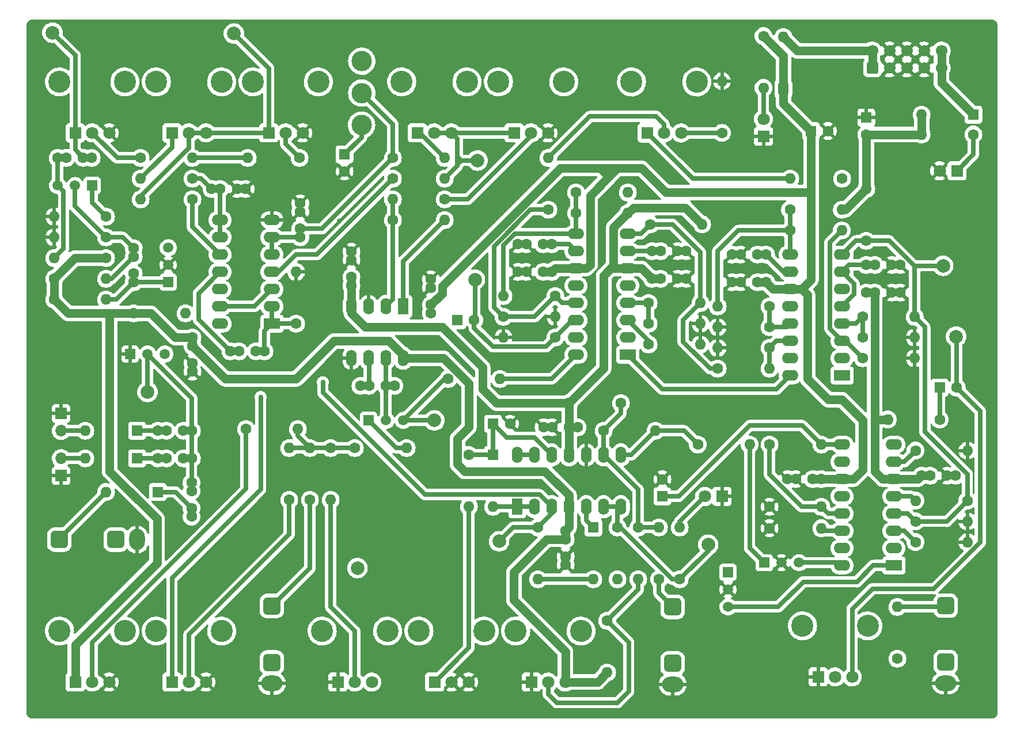
<source format=gtl>
%TF.GenerationSoftware,KiCad,Pcbnew,(6.0.0-0)*%
%TF.CreationDate,2022-04-11T21:39:16+01:00*%
%TF.ProjectId,magnum-drum-synth,6d61676e-756d-42d6-9472-756d2d73796e,r01*%
%TF.SameCoordinates,Original*%
%TF.FileFunction,Copper,L1,Top*%
%TF.FilePolarity,Positive*%
%FSLAX46Y46*%
G04 Gerber Fmt 4.6, Leading zero omitted, Abs format (unit mm)*
G04 Created by KiCad (PCBNEW (6.0.0-0)) date 2022-04-11 21:39:16*
%MOMM*%
%LPD*%
G01*
G04 APERTURE LIST*
G04 Aperture macros list*
%AMRoundRect*
0 Rectangle with rounded corners*
0 $1 Rounding radius*
0 $2 $3 $4 $5 $6 $7 $8 $9 X,Y pos of 4 corners*
0 Add a 4 corners polygon primitive as box body*
4,1,4,$2,$3,$4,$5,$6,$7,$8,$9,$2,$3,0*
0 Add four circle primitives for the rounded corners*
1,1,$1+$1,$2,$3*
1,1,$1+$1,$4,$5*
1,1,$1+$1,$6,$7*
1,1,$1+$1,$8,$9*
0 Add four rect primitives between the rounded corners*
20,1,$1+$1,$2,$3,$4,$5,0*
20,1,$1+$1,$4,$5,$6,$7,0*
20,1,$1+$1,$6,$7,$8,$9,0*
20,1,$1+$1,$8,$9,$2,$3,0*%
G04 Aperture macros list end*
%TA.AperFunction,ComponentPad*%
%ADD10C,1.600000*%
%TD*%
%TA.AperFunction,ComponentPad*%
%ADD11O,1.600000X1.600000*%
%TD*%
%TA.AperFunction,ComponentPad*%
%ADD12C,2.000000*%
%TD*%
%TA.AperFunction,ComponentPad*%
%ADD13C,3.240000*%
%TD*%
%TA.AperFunction,ComponentPad*%
%ADD14R,1.800000X1.800000*%
%TD*%
%TA.AperFunction,ComponentPad*%
%ADD15C,1.800000*%
%TD*%
%TA.AperFunction,ComponentPad*%
%ADD16R,1.500000X1.500000*%
%TD*%
%TA.AperFunction,ComponentPad*%
%ADD17C,1.500000*%
%TD*%
%TA.AperFunction,ComponentPad*%
%ADD18R,1.600000X1.600000*%
%TD*%
%TA.AperFunction,ComponentPad*%
%ADD19C,3.000000*%
%TD*%
%TA.AperFunction,ComponentPad*%
%ADD20R,2.400000X1.600000*%
%TD*%
%TA.AperFunction,ComponentPad*%
%ADD21O,2.400000X1.600000*%
%TD*%
%TA.AperFunction,ComponentPad*%
%ADD22R,1.700000X1.700000*%
%TD*%
%TA.AperFunction,ComponentPad*%
%ADD23O,1.700000X1.700000*%
%TD*%
%TA.AperFunction,ComponentPad*%
%ADD24O,3.100000X2.300000*%
%TD*%
%TA.AperFunction,ComponentPad*%
%ADD25RoundRect,0.650000X-0.650000X-0.650000X0.650000X-0.650000X0.650000X0.650000X-0.650000X0.650000X0*%
%TD*%
%TA.AperFunction,ComponentPad*%
%ADD26R,1.600000X2.400000*%
%TD*%
%TA.AperFunction,ComponentPad*%
%ADD27O,1.600000X2.400000*%
%TD*%
%TA.AperFunction,ComponentPad*%
%ADD28O,2.300000X3.100000*%
%TD*%
%TA.AperFunction,ComponentPad*%
%ADD29RoundRect,0.650000X0.650000X-0.650000X0.650000X0.650000X-0.650000X0.650000X-0.650000X-0.650000X0*%
%TD*%
%TA.AperFunction,ComponentPad*%
%ADD30RoundRect,0.250000X0.600000X-0.600000X0.600000X0.600000X-0.600000X0.600000X-0.600000X-0.600000X0*%
%TD*%
%TA.AperFunction,ComponentPad*%
%ADD31C,1.700000*%
%TD*%
%TA.AperFunction,ViaPad*%
%ADD32C,0.762000*%
%TD*%
%TA.AperFunction,Conductor*%
%ADD33C,0.635000*%
%TD*%
%TA.AperFunction,Conductor*%
%ADD34C,1.270000*%
%TD*%
G04 APERTURE END LIST*
D10*
%TO.P,R62,1*%
%TO.N,Net-(R62-Pad1)*%
X176784000Y-115824000D03*
D11*
%TO.P,R62,2*%
%TO.N,Net-(J6-PadT)*%
X176784000Y-108204000D03*
%TD*%
D10*
%TO.P,C16,1*%
%TO.N,GND*%
X145716000Y-55880000D03*
X144466000Y-55880000D03*
%TO.P,C16,2*%
%TO.N,Net-(C16-Pad2)*%
X140716000Y-55880000D03*
X141966000Y-55880000D03*
%TD*%
%TO.P,R50,1*%
%TO.N,Net-(R43-Pad1)*%
X171704000Y-65532000D03*
D11*
%TO.P,R50,2*%
%TO.N,Net-(R47-Pad1)*%
X179324000Y-65532000D03*
%TD*%
D10*
%TO.P,R59,1*%
%TO.N,Net-(R47-Pad1)*%
X168656000Y-45212000D03*
D11*
%TO.P,R59,2*%
%TO.N,Net-(R59-Pad2)*%
X161036000Y-45212000D03*
%TD*%
D10*
%TO.P,R46,1*%
%TO.N,Net-(R41-Pad2)*%
X171704000Y-71628000D03*
D11*
%TO.P,R46,2*%
%TO.N,GND*%
X179324000Y-71628000D03*
%TD*%
D12*
%TO.P,TP10,1,1*%
%TO.N,Net-(R47-Pad1)*%
X183515000Y-58039000D03*
%TD*%
D10*
%TO.P,C28,1*%
%TO.N,+12V*%
X128016000Y-97028000D03*
X128016000Y-98278000D03*
%TO.P,C28,2*%
%TO.N,GND*%
X128016000Y-102028000D03*
X128016000Y-100778000D03*
%TD*%
%TO.P,C17,1*%
%TO.N,GND*%
X175962000Y-57912000D03*
X177212000Y-57912000D03*
%TO.P,C17,2*%
%TO.N,Net-(C17-Pad2)*%
X173462000Y-57912000D03*
X172212000Y-57912000D03*
%TD*%
%TO.P,R12,1*%
%TO.N,Net-(R12-Pad1)*%
X110236000Y-48260000D03*
D11*
%TO.P,R12,2*%
%TO.N,Net-(R11-Pad2)*%
X102616000Y-48260000D03*
%TD*%
D10*
%TO.P,R45,1*%
%TO.N,Net-(R40-Pad2)*%
X140208000Y-69596000D03*
D11*
%TO.P,R45,2*%
%TO.N,GND*%
X147828000Y-69596000D03*
%TD*%
D13*
%TO.P,RV2,*%
%TO.N,*%
X77444000Y-30988000D03*
X67844000Y-30988000D03*
D14*
%TO.P,RV2,1,1*%
%TO.N,Net-(R2-Pad2)*%
X70144000Y-38488000D03*
D15*
%TO.P,RV2,2,2*%
%TO.N,Net-(R4-Pad2)*%
X72644000Y-38488000D03*
%TO.P,RV2,3,3*%
X75144000Y-38488000D03*
%TD*%
D10*
%TO.P,R15,1*%
%TO.N,Net-(C9-Pad2)*%
X88392000Y-66548000D03*
D11*
%TO.P,R15,2*%
%TO.N,GND*%
X88392000Y-58928000D03*
%TD*%
D10*
%TO.P,C4,1*%
%TO.N,Net-(C4-Pad1)*%
X69322000Y-86360000D03*
X68072000Y-86360000D03*
%TO.P,C4,2*%
%TO.N,Net-(C4-Pad2)*%
X73072000Y-86360000D03*
X71822000Y-86360000D03*
%TD*%
%TO.P,C3,1*%
%TO.N,GND*%
X89000000Y-50098000D03*
X89000000Y-48848000D03*
%TO.P,C3,2*%
%TO.N,Net-(C3-Pad2)*%
X89000000Y-52598000D03*
X89000000Y-53848000D03*
%TD*%
%TO.P,C14,1*%
%TO.N,GND*%
X153730000Y-56388000D03*
X152480000Y-56388000D03*
%TO.P,C14,2*%
%TO.N,Net-(C14-Pad2)*%
X157480000Y-56388000D03*
X156230000Y-56388000D03*
%TD*%
%TO.P,R56,1*%
%TO.N,Net-(R53-Pad1)*%
X135636000Y-96520000D03*
D11*
%TO.P,R56,2*%
%TO.N,Net-(Q6-Pad1)*%
X135636000Y-104140000D03*
%TD*%
D10*
%TO.P,C13,1*%
%TO.N,GND*%
X120984000Y-54864000D03*
X122234000Y-54864000D03*
%TO.P,C13,2*%
%TO.N,Net-(C13-Pad2)*%
X124734000Y-54864000D03*
X125984000Y-54864000D03*
%TD*%
%TO.P,R57,1*%
%TO.N,Net-(R49-Pad2)*%
X150368000Y-73152000D03*
D11*
%TO.P,R57,2*%
%TO.N,Net-(R29-Pad1)*%
X157988000Y-73152000D03*
%TD*%
D16*
%TO.P,Q4,1,E*%
%TO.N,Net-(Q4-Pad1)*%
X99060000Y-80772000D03*
D17*
%TO.P,Q4,2,B*%
%TO.N,Net-(C11-Pad2)*%
X101600000Y-80772000D03*
%TO.P,Q4,3,C*%
%TO.N,Net-(Q4-Pad3)*%
X104140000Y-80772000D03*
%TD*%
D10*
%TO.P,R11,1*%
%TO.N,Net-(R11-Pad1)*%
X88900000Y-42164000D03*
D11*
%TO.P,R11,2*%
%TO.N,Net-(R11-Pad2)*%
X81280000Y-42164000D03*
%TD*%
D10*
%TO.P,R48,1*%
%TO.N,Net-(R48-Pad1)*%
X179451000Y-98679000D03*
D11*
%TO.P,R48,2*%
%TO.N,GND*%
X187071000Y-98679000D03*
%TD*%
D10*
%TO.P,C31,1*%
%TO.N,GND*%
X184090000Y-88900000D03*
X185340000Y-88900000D03*
%TO.P,C31,2*%
%TO.N,-12V*%
X181590000Y-88900000D03*
X180340000Y-88900000D03*
%TD*%
%TO.P,R52,1*%
%TO.N,Net-(R51-Pad2)*%
X179451000Y-85217000D03*
D11*
%TO.P,R52,2*%
%TO.N,GND*%
X187071000Y-85217000D03*
%TD*%
D18*
%TO.P,C12,1*%
%TO.N,Net-(C12-Pad1)*%
X117348000Y-81280000D03*
D10*
%TO.P,C12,2*%
%TO.N,GND*%
X119848000Y-81280000D03*
%TD*%
%TO.P,R8,1*%
%TO.N,+12V*%
X60452000Y-56896000D03*
D11*
%TO.P,R8,2*%
%TO.N,Net-(C8-Pad1)*%
X52832000Y-56896000D03*
%TD*%
D10*
%TO.P,R49,1*%
%TO.N,Net-(R42-Pad1)*%
X140208000Y-63500000D03*
D11*
%TO.P,R49,2*%
%TO.N,Net-(R49-Pad2)*%
X147828000Y-63500000D03*
%TD*%
D10*
%TO.P,R44,1*%
%TO.N,Net-(C9-Pad2)*%
X123952000Y-96520000D03*
D11*
%TO.P,R44,2*%
%TO.N,Net-(D5-Pad2)*%
X123952000Y-104140000D03*
%TD*%
D12*
%TO.P,TP3,1,1*%
%TO.N,Net-(R4-Pad2)*%
X79248000Y-23876000D03*
%TD*%
D18*
%TO.P,C18,1*%
%TO.N,Net-(C18-Pad1)*%
X183007000Y-75946000D03*
D10*
%TO.P,C18,2*%
%TO.N,Net-(C18-Pad2)*%
X185507000Y-75946000D03*
%TD*%
D13*
%TO.P,RV6,*%
%TO.N,*%
X53620000Y-30988000D03*
X63220000Y-30988000D03*
D14*
%TO.P,RV6,1,1*%
%TO.N,Net-(C8-Pad2)*%
X55920000Y-38488000D03*
D15*
%TO.P,RV6,2,2*%
%TO.N,Net-(R14-Pad1)*%
X58420000Y-38488000D03*
%TO.P,RV6,3,3*%
%TO.N,GND*%
X60920000Y-38488000D03*
%TD*%
D10*
%TO.P,C25,1*%
%TO.N,GND*%
X145716000Y-59944000D03*
X144466000Y-59944000D03*
%TO.P,C25,2*%
%TO.N,-12V*%
X141966000Y-59944000D03*
X140716000Y-59944000D03*
%TD*%
D12*
%TO.P,TP5,1,1*%
%TO.N,Net-(C9-Pad2)*%
X118237000Y-98552000D03*
%TD*%
D10*
%TO.P,R42,1*%
%TO.N,Net-(R42-Pad1)*%
X140208000Y-66548000D03*
D11*
%TO.P,R42,2*%
%TO.N,GND*%
X147828000Y-66548000D03*
%TD*%
D13*
%TO.P,RV10,*%
%TO.N,*%
X101828000Y-111760000D03*
X92228000Y-111760000D03*
D14*
%TO.P,RV10,1,1*%
%TO.N,GND*%
X94528000Y-119260000D03*
D15*
%TO.P,RV10,2,2*%
%TO.N,Net-(R33-Pad2)*%
X97028000Y-119260000D03*
%TO.P,RV10,3,3*%
%TO.N,Net-(RV10-Pad3)*%
X99528000Y-119260000D03*
%TD*%
D10*
%TO.P,R22,1*%
%TO.N,Net-(J5-PadT)*%
X141732000Y-104140000D03*
D11*
%TO.P,R22,2*%
%TO.N,Net-(R21-Pad1)*%
X141732000Y-96520000D03*
%TD*%
D10*
%TO.P,R31,1*%
%TO.N,Net-(R26-Pad1)*%
X126492000Y-62484000D03*
D11*
%TO.P,R31,2*%
%TO.N,Net-(R31-Pad2)*%
X118872000Y-62484000D03*
%TD*%
D10*
%TO.P,C19,1*%
%TO.N,+12V*%
X73152000Y-68580000D03*
X73152000Y-69830000D03*
%TO.P,C19,2*%
%TO.N,GND*%
X73152000Y-73580000D03*
X73152000Y-72330000D03*
%TD*%
D19*
%TO.P,SW1,1,A*%
%TO.N,Net-(C2-Pad1)*%
X98018600Y-37340000D03*
%TO.P,SW1,2,B*%
%TO.N,Net-(C3-Pad2)*%
X98044000Y-32640000D03*
%TO.P,SW1,3,C*%
%TO.N,unconnected-(SW1-Pad3)*%
X98044000Y-27940000D03*
%TD*%
D20*
%TO.P,U1,1*%
%TO.N,Net-(C9-Pad2)*%
X84836000Y-66548000D03*
D21*
%TO.P,U1,2*%
X84836000Y-64008000D03*
%TO.P,U1,3*%
%TO.N,Net-(U1-Pad13)*%
X84836000Y-61468000D03*
%TO.P,U1,4*%
%TO.N,Net-(R5-Pad1)*%
X84836000Y-58928000D03*
%TO.P,U1,5*%
%TO.N,Net-(C3-Pad2)*%
X84836000Y-56388000D03*
%TO.P,U1,6*%
X84836000Y-53848000D03*
%TO.P,U1,7,GND*%
%TO.N,GND*%
X84836000Y-51308000D03*
%TO.P,U1,8*%
%TO.N,Net-(C1-Pad2)*%
X77216000Y-51308000D03*
%TO.P,U1,9*%
X77216000Y-53848000D03*
%TO.P,U1,10*%
%TO.N,Net-(R4-Pad1)*%
X77216000Y-56388000D03*
%TO.P,U1,11*%
%TO.N,Net-(C9-Pad1)*%
X77216000Y-58928000D03*
%TO.P,U1,12*%
%TO.N,Net-(Q3-Pad3)*%
X77216000Y-61468000D03*
%TO.P,U1,13*%
%TO.N,Net-(U1-Pad13)*%
X77216000Y-64008000D03*
%TO.P,U1,14,VCC*%
%TO.N,+12V*%
X77216000Y-66548000D03*
%TD*%
D14*
%TO.P,D9,1,K*%
%TO.N,GND*%
X157099000Y-38989000D03*
D15*
%TO.P,D9,2,A*%
%TO.N,Net-(D9-Pad2)*%
X157099000Y-36449000D03*
%TD*%
D13*
%TO.P,RV12,*%
%TO.N,*%
X162840000Y-111000000D03*
X172440000Y-111000000D03*
D14*
%TO.P,RV12,1,1*%
%TO.N,GND*%
X165140000Y-118500000D03*
D15*
%TO.P,RV12,2,2*%
%TO.N,Net-(R62-Pad1)*%
X167640000Y-118500000D03*
%TO.P,RV12,3,3*%
%TO.N,Net-(C18-Pad2)*%
X170140000Y-118500000D03*
%TD*%
D18*
%TO.P,C15,1*%
%TO.N,Net-(C15-Pad1)*%
X142240000Y-91948000D03*
D10*
%TO.P,C15,2*%
%TO.N,GND*%
X142240000Y-89448000D03*
%TD*%
%TO.P,C7,1*%
%TO.N,Net-(C7-Pad1)*%
X64516000Y-60452000D03*
X64516000Y-59202000D03*
%TO.P,C7,2*%
%TO.N,Net-(C7-Pad2)*%
X64516000Y-55452000D03*
X64516000Y-56702000D03*
%TD*%
%TO.P,R27,1*%
%TO.N,Net-(R27-Pad1)*%
X157988000Y-67056000D03*
D11*
%TO.P,R27,2*%
%TO.N,GND*%
X150368000Y-67056000D03*
%TD*%
D10*
%TO.P,R2,1*%
%TO.N,Net-(C1-Pad2)*%
X73152000Y-45212000D03*
D11*
%TO.P,R2,2*%
%TO.N,Net-(R2-Pad2)*%
X65532000Y-45212000D03*
%TD*%
D10*
%TO.P,R13,1*%
%TO.N,Net-(R13-Pad1)*%
X87376000Y-92456000D03*
D11*
%TO.P,R13,2*%
%TO.N,Net-(C11-Pad1)*%
X87376000Y-84836000D03*
%TD*%
D12*
%TO.P,TP9,1,1*%
%TO.N,Net-(R53-Pad1)*%
X148971000Y-99060000D03*
%TD*%
D10*
%TO.P,C26,1*%
%TO.N,+12V*%
X156230000Y-60452000D03*
X157480000Y-60452000D03*
%TO.P,C26,2*%
%TO.N,GND*%
X153730000Y-60452000D03*
X152480000Y-60452000D03*
%TD*%
%TO.P,R26,1*%
%TO.N,Net-(R26-Pad1)*%
X118872000Y-65532000D03*
D11*
%TO.P,R26,2*%
%TO.N,GND*%
X126492000Y-65532000D03*
%TD*%
D22*
%TO.P,J2,1,Pin_1*%
%TO.N,GND*%
X53848000Y-79756000D03*
D23*
%TO.P,J2,2,Pin_2*%
%TO.N,Net-(D2-Pad2)*%
X53848000Y-82296000D03*
%TD*%
D10*
%TO.P,R38,1*%
%TO.N,Net-(R31-Pad2)*%
X129540000Y-50292000D03*
D11*
%TO.P,R38,2*%
%TO.N,-12V*%
X137160000Y-50292000D03*
%TD*%
D10*
%TO.P,C29,1*%
%TO.N,GND*%
X124774000Y-81788000D03*
X126024000Y-81788000D03*
%TO.P,C29,2*%
%TO.N,-12V*%
X129774000Y-81788000D03*
X128524000Y-81788000D03*
%TD*%
%TO.P,C11,1*%
%TO.N,Net-(C11-Pad1)*%
X97850000Y-75692000D03*
X99100000Y-75692000D03*
%TO.P,C11,2*%
%TO.N,Net-(C11-Pad2)*%
X101600000Y-75692000D03*
X102850000Y-75692000D03*
%TD*%
%TO.P,R60,1*%
%TO.N,Net-(R60-Pad1)*%
X151000000Y-38500000D03*
D11*
%TO.P,R60,2*%
%TO.N,GND*%
X151000000Y-30880000D03*
%TD*%
D10*
%TO.P,R41,1*%
%TO.N,Net-(R32-Pad2)*%
X161000000Y-52832000D03*
D11*
%TO.P,R41,2*%
%TO.N,Net-(R41-Pad2)*%
X168620000Y-52832000D03*
%TD*%
D10*
%TO.P,R61,1*%
%TO.N,Net-(R26-Pad1)*%
X125476000Y-49784000D03*
D11*
%TO.P,R61,2*%
%TO.N,Net-(R61-Pad2)*%
X125476000Y-42164000D03*
%TD*%
D16*
%TO.P,Q5,1,E*%
%TO.N,Net-(Q5-Pad1)*%
X157226000Y-101706000D03*
D17*
%TO.P,Q5,2,B*%
%TO.N,GND*%
X159766000Y-101706000D03*
%TO.P,Q5,3,C*%
%TO.N,Net-(Q5-Pad3)*%
X162306000Y-101706000D03*
%TD*%
D12*
%TO.P,TP2,1,1*%
%TO.N,Net-(R5-Pad2)*%
X115062000Y-42545000D03*
%TD*%
D10*
%TO.P,C24,1*%
%TO.N,+12V*%
X125984000Y-58928000D03*
X124734000Y-58928000D03*
%TO.P,C24,2*%
%TO.N,GND*%
X120984000Y-58928000D03*
X122234000Y-58928000D03*
%TD*%
%TO.P,R55,1*%
%TO.N,Net-(R47-Pad1)*%
X172212000Y-54356000D03*
D11*
%TO.P,R55,2*%
%TO.N,-12V*%
X172212000Y-46736000D03*
%TD*%
D18*
%TO.P,D5,1,K*%
%TO.N,Net-(C15-Pad1)*%
X132080000Y-96520000D03*
D11*
%TO.P,D5,2,A*%
%TO.N,Net-(D5-Pad2)*%
X132080000Y-104140000D03*
%TD*%
D22*
%TO.P,J1,1,Pin_1*%
%TO.N,GND*%
X53848000Y-88900000D03*
D23*
%TO.P,J1,2,Pin_2*%
%TO.N,Net-(D1-Pad2)*%
X53848000Y-86360000D03*
%TD*%
D24*
%TO.P,J5,S*%
%TO.N,GND*%
X143764000Y-119604000D03*
D25*
%TO.P,J5,T*%
%TO.N,Net-(J5-PadT)*%
X143764000Y-108204000D03*
%TO.P,J5,TN*%
%TO.N,unconnected-(J5-PadTN)*%
X143764000Y-116504000D03*
%TD*%
D26*
%TO.P,U3,1*%
%TO.N,Net-(D4-Pad2)*%
X120904000Y-93472000D03*
D27*
%TO.P,U3,2,-*%
X123444000Y-93472000D03*
%TO.P,U3,3,+*%
%TO.N,Net-(C9-Pad2)*%
X125984000Y-93472000D03*
%TO.P,U3,4,V+*%
%TO.N,+12V*%
X128524000Y-93472000D03*
%TO.P,U3,5,+*%
%TO.N,Net-(C15-Pad1)*%
X131064000Y-93472000D03*
%TO.P,U3,6,-*%
%TO.N,Net-(R53-Pad1)*%
X133604000Y-93472000D03*
%TO.P,U3,7*%
X136144000Y-93472000D03*
%TO.P,U3,8*%
%TO.N,Net-(R30-Pad2)*%
X136144000Y-85852000D03*
%TO.P,U3,9,-*%
%TO.N,Net-(R21-Pad1)*%
X133604000Y-85852000D03*
%TO.P,U3,10,+*%
%TO.N,GND*%
X131064000Y-85852000D03*
%TO.P,U3,11,V-*%
%TO.N,-12V*%
X128524000Y-85852000D03*
%TO.P,U3,12,+*%
%TO.N,Net-(C12-Pad1)*%
X125984000Y-85852000D03*
%TO.P,U3,13,-*%
%TO.N,Net-(RV10-Pad3)*%
X123444000Y-85852000D03*
%TO.P,U3,14*%
X120904000Y-85852000D03*
%TD*%
D10*
%TO.P,R20,1*%
%TO.N,Net-(R20-Pad1)*%
X134112000Y-110236000D03*
D11*
%TO.P,R20,2*%
%TO.N,+12V*%
X134112000Y-117856000D03*
%TD*%
D12*
%TO.P,TP6,1,1*%
%TO.N,Net-(C10-Pad2)*%
X114681000Y-60071000D03*
%TD*%
D10*
%TO.P,R4,1*%
%TO.N,Net-(R4-Pad1)*%
X73152000Y-48260000D03*
D11*
%TO.P,R4,2*%
%TO.N,Net-(R4-Pad2)*%
X65532000Y-48260000D03*
%TD*%
D10*
%TO.P,C22,1*%
%TO.N,+12V*%
X108204000Y-65024000D03*
X108204000Y-63774000D03*
%TO.P,C22,2*%
%TO.N,GND*%
X108204000Y-60024000D03*
X108204000Y-61274000D03*
%TD*%
%TO.P,R28,1*%
%TO.N,Net-(C10-Pad2)*%
X126492000Y-68580000D03*
D11*
%TO.P,R28,2*%
%TO.N,GND*%
X118872000Y-68580000D03*
%TD*%
D10*
%TO.P,R1,1*%
%TO.N,Net-(C3-Pad2)*%
X102616000Y-42164000D03*
D11*
%TO.P,R1,2*%
%TO.N,Net-(R1-Pad2)*%
X110236000Y-42164000D03*
%TD*%
D13*
%TO.P,RV4,*%
%TO.N,*%
X118136000Y-30988000D03*
X127736000Y-30988000D03*
D14*
%TO.P,RV4,1,1*%
%TO.N,Net-(R5-Pad2)*%
X120436000Y-38488000D03*
D15*
%TO.P,RV4,2,2*%
%TO.N,Net-(R12-Pad1)*%
X122936000Y-38488000D03*
%TO.P,RV4,3,3*%
%TO.N,GND*%
X125436000Y-38488000D03*
%TD*%
D10*
%TO.P,R10,1*%
%TO.N,+12V*%
X64516000Y-65024000D03*
D11*
%TO.P,R10,2*%
%TO.N,Net-(Q3-Pad3)*%
X72136000Y-65024000D03*
%TD*%
D10*
%TO.P,C5,1*%
%TO.N,Net-(C5-Pad1)*%
X69322000Y-82296000D03*
X68072000Y-82296000D03*
%TO.P,C5,2*%
%TO.N,Net-(C4-Pad2)*%
X73072000Y-82296000D03*
X71822000Y-82296000D03*
%TD*%
D18*
%TO.P,D4,1,K*%
%TO.N,Net-(C12-Pad1)*%
X117348000Y-85852000D03*
D11*
%TO.P,D4,2,A*%
%TO.N,Net-(D4-Pad2)*%
X117348000Y-93472000D03*
%TD*%
D10*
%TO.P,C23,1*%
%TO.N,GND*%
X96520000Y-57210000D03*
X96520000Y-55960000D03*
%TO.P,C23,2*%
%TO.N,-12V*%
X96520000Y-59710000D03*
X96520000Y-60960000D03*
%TD*%
%TO.P,R43,1*%
%TO.N,Net-(R43-Pad1)*%
X171704000Y-68580000D03*
D11*
%TO.P,R43,2*%
%TO.N,GND*%
X179324000Y-68580000D03*
%TD*%
D18*
%TO.P,D8,1,K*%
%TO.N,Net-(D8-Pad1)*%
X187960000Y-35814000D03*
D11*
%TO.P,D8,2,A*%
%TO.N,-12V*%
X180340000Y-35814000D03*
%TD*%
D10*
%TO.P,R14,1*%
%TO.N,Net-(R14-Pad1)*%
X65532000Y-42164000D03*
D11*
%TO.P,R14,2*%
%TO.N,Net-(R11-Pad2)*%
X73152000Y-42164000D03*
%TD*%
D10*
%TO.P,R18,1*%
%TO.N,Net-(R18-Pad1)*%
X81026000Y-82042000D03*
D11*
%TO.P,R18,2*%
%TO.N,Net-(C11-Pad1)*%
X88646000Y-82042000D03*
%TD*%
D10*
%TO.P,R39,1*%
%TO.N,Net-(R32-Pad2)*%
X161000000Y-49784000D03*
D11*
%TO.P,R39,2*%
%TO.N,-12V*%
X168620000Y-49784000D03*
%TD*%
D10*
%TO.P,R63,1*%
%TO.N,+12V*%
X157099000Y-24257000D03*
D11*
%TO.P,R63,2*%
%TO.N,Net-(D9-Pad2)*%
X157099000Y-31877000D03*
%TD*%
D18*
%TO.P,D7,1,K*%
%TO.N,+12V*%
X160020000Y-32004000D03*
D11*
%TO.P,D7,2,A*%
%TO.N,Net-(D7-Pad2)*%
X160020000Y-24384000D03*
%TD*%
D18*
%TO.P,D3,1,K*%
%TO.N,Net-(C6-Pad1)*%
X68072000Y-91313000D03*
D11*
%TO.P,D3,2,A*%
%TO.N,Net-(D3-Pad2)*%
X60452000Y-91313000D03*
%TD*%
D10*
%TO.P,R16,1*%
%TO.N,Net-(R11-Pad2)*%
X102616000Y-51308000D03*
D11*
%TO.P,R16,2*%
%TO.N,Net-(C10-Pad1)*%
X110236000Y-51308000D03*
%TD*%
D10*
%TO.P,R6,1*%
%TO.N,+12V*%
X52832000Y-59944000D03*
D11*
%TO.P,R6,2*%
%TO.N,Net-(C7-Pad2)*%
X60452000Y-59944000D03*
%TD*%
D10*
%TO.P,R54,1*%
%TO.N,Net-(R49-Pad2)*%
X140462000Y-51943000D03*
D11*
%TO.P,R54,2*%
%TO.N,-12V*%
X148082000Y-51943000D03*
%TD*%
D28*
%TO.P,J3,S*%
%TO.N,GND*%
X64994000Y-98298000D03*
D29*
%TO.P,J3,T*%
%TO.N,Net-(D3-Pad2)*%
X53594000Y-98298000D03*
%TO.P,J3,TN*%
%TO.N,unconnected-(J3-PadTN)*%
X61894000Y-98298000D03*
%TD*%
D12*
%TO.P,TP7,1,1*%
%TO.N,Net-(Q4-Pad3)*%
X108712000Y-80772000D03*
%TD*%
D10*
%TO.P,R3,1*%
%TO.N,+12V*%
X52832000Y-62992000D03*
D11*
%TO.P,R3,2*%
%TO.N,Net-(C7-Pad1)*%
X60452000Y-62992000D03*
%TD*%
D20*
%TO.P,U5,1*%
%TO.N,/I_FREQ*%
X168656000Y-74168000D03*
D21*
%TO.P,U5,2,DIODE_BIAS*%
%TO.N,unconnected-(U5-Pad2)*%
X168656000Y-71628000D03*
%TO.P,U5,3,+*%
%TO.N,Net-(R41-Pad2)*%
X168656000Y-69088000D03*
%TO.P,U5,4,-*%
%TO.N,Net-(R43-Pad1)*%
X168656000Y-66548000D03*
%TO.P,U5,5*%
%TO.N,Net-(C17-Pad2)*%
X168656000Y-64008000D03*
%TO.P,U5,6,V-*%
%TO.N,-12V*%
X168656000Y-61468000D03*
%TO.P,U5,7*%
%TO.N,Net-(C17-Pad2)*%
X168656000Y-58928000D03*
%TO.P,U5,8*%
%TO.N,Net-(R47-Pad1)*%
X168656000Y-56388000D03*
%TO.P,U5,9*%
%TO.N,Net-(R32-Pad2)*%
X161036000Y-56388000D03*
%TO.P,U5,10*%
%TO.N,Net-(C14-Pad2)*%
X161036000Y-58928000D03*
%TO.P,U5,11,V+*%
%TO.N,+12V*%
X161036000Y-61468000D03*
%TO.P,U5,12*%
%TO.N,Net-(C14-Pad2)*%
X161036000Y-64008000D03*
%TO.P,U5,13,-*%
%TO.N,Net-(R27-Pad1)*%
X161036000Y-66548000D03*
%TO.P,U5,14,+*%
%TO.N,Net-(R29-Pad1)*%
X161036000Y-69088000D03*
%TO.P,U5,15,DIODE_BIAS*%
%TO.N,unconnected-(U5-Pad15)*%
X161036000Y-71628000D03*
%TO.P,U5,16*%
%TO.N,/I_FREQ*%
X161036000Y-74168000D03*
%TD*%
D10*
%TO.P,R64,1*%
%TO.N,Net-(D10-Pad1)*%
X187960000Y-38735000D03*
D11*
%TO.P,R64,2*%
%TO.N,-12V*%
X180340000Y-38735000D03*
%TD*%
D20*
%TO.P,U4,1*%
%TO.N,/I_FREQ*%
X137160000Y-71120000D03*
D21*
%TO.P,U4,2,DIODE_BIAS*%
%TO.N,unconnected-(U4-Pad2)*%
X137160000Y-68580000D03*
%TO.P,U4,3,+*%
%TO.N,Net-(R40-Pad2)*%
X137160000Y-66040000D03*
%TO.P,U4,4,-*%
%TO.N,Net-(R42-Pad1)*%
X137160000Y-63500000D03*
%TO.P,U4,5*%
%TO.N,Net-(C16-Pad2)*%
X137160000Y-60960000D03*
%TO.P,U4,6,V-*%
%TO.N,-12V*%
X137160000Y-58420000D03*
%TO.P,U4,7*%
%TO.N,Net-(C16-Pad2)*%
X137160000Y-55880000D03*
%TO.P,U4,8*%
%TO.N,Net-(R49-Pad2)*%
X137160000Y-53340000D03*
%TO.P,U4,9*%
%TO.N,Net-(R31-Pad2)*%
X129540000Y-53340000D03*
%TO.P,U4,10*%
%TO.N,Net-(C13-Pad2)*%
X129540000Y-55880000D03*
%TO.P,U4,11,V+*%
%TO.N,+12V*%
X129540000Y-58420000D03*
%TO.P,U4,12*%
%TO.N,Net-(C13-Pad2)*%
X129540000Y-60960000D03*
%TO.P,U4,13,-*%
%TO.N,Net-(R26-Pad1)*%
X129540000Y-63500000D03*
%TO.P,U4,14,+*%
%TO.N,Net-(C10-Pad2)*%
X129540000Y-66040000D03*
%TO.P,U4,15,DIODE_BIAS*%
%TO.N,unconnected-(U4-Pad15)*%
X129540000Y-68580000D03*
%TO.P,U4,16*%
%TO.N,/I_FREQ*%
X129540000Y-71120000D03*
%TD*%
D10*
%TO.P,R32,1*%
%TO.N,Net-(R27-Pad1)*%
X157988000Y-64008000D03*
D11*
%TO.P,R32,2*%
%TO.N,Net-(R32-Pad2)*%
X150368000Y-64008000D03*
%TD*%
D10*
%TO.P,R40,1*%
%TO.N,Net-(R31-Pad2)*%
X129540000Y-47244000D03*
D11*
%TO.P,R40,2*%
%TO.N,Net-(R40-Pad2)*%
X137160000Y-47244000D03*
%TD*%
D13*
%TO.P,RV1,*%
%TO.N,*%
X113512000Y-30988000D03*
X103912000Y-30988000D03*
D14*
%TO.P,RV1,1,1*%
%TO.N,Net-(R1-Pad2)*%
X106212000Y-38488000D03*
D15*
%TO.P,RV1,2,2*%
%TO.N,Net-(R5-Pad2)*%
X108712000Y-38488000D03*
%TO.P,RV1,3,3*%
X111212000Y-38488000D03*
%TD*%
D18*
%TO.P,C20,1*%
%TO.N,+12V*%
X164084000Y-38227000D03*
D10*
%TO.P,C20,2*%
%TO.N,GND*%
X166584000Y-38227000D03*
%TD*%
D14*
%TO.P,D6,1,K*%
%TO.N,GND*%
X151003000Y-91948000D03*
D15*
%TO.P,D6,2,A*%
%TO.N,Net-(D6-Pad2)*%
X148463000Y-91948000D03*
%TD*%
D12*
%TO.P,TP1,1,1*%
%TO.N,Net-(C4-Pad2)*%
X66548000Y-76581000D03*
%TD*%
D10*
%TO.P,R17,1*%
%TO.N,Net-(J4-PadT)*%
X90424000Y-92456000D03*
D11*
%TO.P,R17,2*%
%TO.N,Net-(C11-Pad1)*%
X90424000Y-84836000D03*
%TD*%
D10*
%TO.P,R9,1*%
%TO.N,Net-(Q2-Pad1)*%
X60452000Y-50800000D03*
D11*
%TO.P,R9,2*%
%TO.N,GND*%
X52832000Y-50800000D03*
%TD*%
D12*
%TO.P,TP4,1,1*%
%TO.N,Net-(C8-Pad2)*%
X52578000Y-23749000D03*
%TD*%
D13*
%TO.P,RV7,*%
%TO.N,*%
X53620000Y-111760000D03*
X63220000Y-111760000D03*
D14*
%TO.P,RV7,1,1*%
%TO.N,+12V*%
X55920000Y-119260000D03*
D15*
%TO.P,RV7,2,2*%
%TO.N,Net-(R18-Pad1)*%
X58420000Y-119260000D03*
%TO.P,RV7,3,3*%
%TO.N,GND*%
X60920000Y-119260000D03*
%TD*%
D10*
%TO.P,R37,1*%
%TO.N,Net-(R34-Pad2)*%
X157988000Y-84328000D03*
D11*
%TO.P,R37,2*%
%TO.N,Net-(C15-Pad1)*%
X165608000Y-84328000D03*
%TD*%
D10*
%TO.P,C27,1*%
%TO.N,GND*%
X175962000Y-61976000D03*
X177212000Y-61976000D03*
%TO.P,C27,2*%
%TO.N,-12V*%
X172212000Y-61976000D03*
X173462000Y-61976000D03*
%TD*%
D13*
%TO.P,RV8,*%
%TO.N,*%
X130276000Y-111760000D03*
X120676000Y-111760000D03*
D14*
%TO.P,RV8,1,1*%
%TO.N,GND*%
X122976000Y-119260000D03*
D15*
%TO.P,RV8,2,2*%
%TO.N,Net-(R20-Pad1)*%
X125476000Y-119260000D03*
%TO.P,RV8,3,3*%
%TO.N,+12V*%
X127976000Y-119260000D03*
%TD*%
D10*
%TO.P,R58,1*%
%TO.N,Net-(C18-Pad1)*%
X183007000Y-80645000D03*
D11*
%TO.P,R58,2*%
%TO.N,-12V*%
X175387000Y-80645000D03*
%TD*%
D10*
%TO.P,R24,1*%
%TO.N,Net-(R21-Pad1)*%
X136144000Y-78232000D03*
D11*
%TO.P,R24,2*%
%TO.N,-12V*%
X128524000Y-78232000D03*
%TD*%
D10*
%TO.P,R5,1*%
%TO.N,Net-(R5-Pad1)*%
X102616000Y-45212000D03*
D11*
%TO.P,R5,2*%
%TO.N,Net-(R5-Pad2)*%
X110236000Y-45212000D03*
%TD*%
D24*
%TO.P,J4,S*%
%TO.N,GND*%
X84836000Y-119480000D03*
D25*
%TO.P,J4,T*%
%TO.N,Net-(J4-PadT)*%
X84836000Y-108080000D03*
%TO.P,J4,TN*%
%TO.N,unconnected-(J4-PadTN)*%
X84836000Y-116380000D03*
%TD*%
D10*
%TO.P,R35,1*%
%TO.N,Net-(R30-Pad2)*%
X147447000Y-84328000D03*
D11*
%TO.P,R35,2*%
%TO.N,Net-(Q5-Pad1)*%
X155067000Y-84328000D03*
%TD*%
D26*
%TO.P,U2,1*%
%TO.N,Net-(C10-Pad1)*%
X104140000Y-64008000D03*
D27*
%TO.P,U2,2,-*%
%TO.N,Net-(R11-Pad2)*%
X101600000Y-64008000D03*
%TO.P,U2,3,+*%
%TO.N,GND*%
X99060000Y-64008000D03*
%TO.P,U2,4,V-*%
%TO.N,-12V*%
X96520000Y-64008000D03*
%TO.P,U2,5,+*%
%TO.N,GND*%
X96520000Y-71628000D03*
%TO.P,U2,6,-*%
%TO.N,Net-(C11-Pad1)*%
X99060000Y-71628000D03*
%TO.P,U2,7*%
%TO.N,Net-(C11-Pad2)*%
X101600000Y-71628000D03*
%TO.P,U2,8,V+*%
%TO.N,+12V*%
X104140000Y-71628000D03*
%TD*%
D10*
%TO.P,R25,1*%
%TO.N,Net-(C12-Pad1)*%
X113792000Y-85852000D03*
D11*
%TO.P,R25,2*%
%TO.N,Net-(R25-Pad2)*%
X113792000Y-93472000D03*
%TD*%
D10*
%TO.P,R21,1*%
%TO.N,Net-(R21-Pad1)*%
X138684000Y-96520000D03*
D11*
%TO.P,R21,2*%
%TO.N,Net-(R20-Pad1)*%
X138684000Y-104140000D03*
%TD*%
D30*
%TO.P,J7,1,Pin_1*%
%TO.N,Net-(D7-Pad2)*%
X173101000Y-28956000D03*
D31*
%TO.P,J7,2,Pin_2*%
X173101000Y-26416000D03*
%TO.P,J7,3,Pin_3*%
%TO.N,GND*%
X175641000Y-28956000D03*
%TO.P,J7,4,Pin_4*%
X175641000Y-26416000D03*
%TO.P,J7,5,Pin_5*%
X178181000Y-28956000D03*
%TO.P,J7,6,Pin_6*%
X178181000Y-26416000D03*
%TO.P,J7,7,Pin_7*%
X180721000Y-28956000D03*
%TO.P,J7,8,Pin_8*%
X180721000Y-26416000D03*
%TO.P,J7,9,Pin_9*%
%TO.N,Net-(D8-Pad1)*%
X183261000Y-28956000D03*
%TO.P,J7,10,Pin_10*%
X183261000Y-26416000D03*
%TD*%
D20*
%TO.P,U6,1*%
%TO.N,Net-(Q6-Pad3)*%
X176276000Y-102108000D03*
D21*
%TO.P,U6,2,DIODE_BIAS*%
%TO.N,unconnected-(U6-Pad2)*%
X176276000Y-99568000D03*
%TO.P,U6,3,+*%
%TO.N,Net-(R48-Pad1)*%
X176276000Y-97028000D03*
%TO.P,U6,4,-*%
%TO.N,Net-(R47-Pad1)*%
X176276000Y-94488000D03*
%TO.P,U6,5*%
%TO.N,Net-(R51-Pad2)*%
X176276000Y-91948000D03*
%TO.P,U6,6,V-*%
%TO.N,-12V*%
X176276000Y-89408000D03*
%TO.P,U6,7*%
%TO.N,Net-(R51-Pad2)*%
X176276000Y-86868000D03*
%TO.P,U6,8*%
%TO.N,Net-(C18-Pad1)*%
X176276000Y-84328000D03*
%TO.P,U6,9*%
%TO.N,Net-(C15-Pad1)*%
X168656000Y-84328000D03*
%TO.P,U6,10*%
%TO.N,Net-(U6-Pad10)*%
X168656000Y-86868000D03*
%TO.P,U6,11,V+*%
%TO.N,+12V*%
X168656000Y-89408000D03*
%TO.P,U6,12*%
%TO.N,Net-(U6-Pad10)*%
X168656000Y-91948000D03*
%TO.P,U6,13,-*%
%TO.N,Net-(R34-Pad2)*%
X168656000Y-94488000D03*
%TO.P,U6,14,+*%
%TO.N,Net-(R36-Pad2)*%
X168656000Y-97028000D03*
%TO.P,U6,15,DIODE_BIAS*%
%TO.N,unconnected-(U6-Pad15)*%
X168656000Y-99568000D03*
%TO.P,U6,16*%
%TO.N,Net-(Q5-Pad3)*%
X168656000Y-102108000D03*
%TD*%
D12*
%TO.P,TP11,1,1*%
%TO.N,Net-(C18-Pad2)*%
X185420000Y-68453000D03*
%TD*%
D13*
%TO.P,RV5,*%
%TO.N,*%
X77444000Y-111760000D03*
X67844000Y-111760000D03*
D14*
%TO.P,RV5,1,1*%
%TO.N,Net-(C3-Pad2)*%
X70144000Y-119260000D03*
D15*
%TO.P,RV5,2,2*%
%TO.N,Net-(R13-Pad1)*%
X72644000Y-119260000D03*
%TO.P,RV5,3,3*%
%TO.N,GND*%
X75144000Y-119260000D03*
%TD*%
D13*
%TO.P,RV9,*%
%TO.N,*%
X116052000Y-111760000D03*
X106452000Y-111760000D03*
D14*
%TO.P,RV9,1,1*%
%TO.N,Net-(R25-Pad2)*%
X108752000Y-119260000D03*
D15*
%TO.P,RV9,2,2*%
%TO.N,GND*%
X111252000Y-119260000D03*
%TO.P,RV9,3,3*%
X113752000Y-119260000D03*
%TD*%
D10*
%TO.P,R53,1*%
%TO.N,Net-(R53-Pad1)*%
X144780000Y-104140000D03*
D11*
%TO.P,R53,2*%
%TO.N,Net-(D6-Pad2)*%
X144780000Y-96520000D03*
%TD*%
D18*
%TO.P,D2,1,K*%
%TO.N,Net-(C5-Pad1)*%
X65024000Y-82296000D03*
D11*
%TO.P,D2,2,A*%
%TO.N,Net-(D2-Pad2)*%
X57404000Y-82296000D03*
%TD*%
D14*
%TO.P,D10,1,K*%
%TO.N,Net-(D10-Pad1)*%
X185547000Y-44069000D03*
D15*
%TO.P,D10,2,A*%
%TO.N,GND*%
X183007000Y-44069000D03*
%TD*%
D10*
%TO.P,R29,1*%
%TO.N,Net-(R29-Pad1)*%
X157988000Y-70104000D03*
D11*
%TO.P,R29,2*%
%TO.N,GND*%
X150368000Y-70104000D03*
%TD*%
D10*
%TO.P,R33,1*%
%TO.N,Net-(C11-Pad1)*%
X93472000Y-84836000D03*
D11*
%TO.P,R33,2*%
%TO.N,Net-(R33-Pad2)*%
X93472000Y-92456000D03*
%TD*%
D13*
%TO.P,RV11,*%
%TO.N,*%
X137700000Y-31000000D03*
X147300000Y-31000000D03*
D14*
%TO.P,RV11,1,1*%
%TO.N,Net-(R59-Pad2)*%
X140000000Y-38500000D03*
D15*
%TO.P,RV11,2,2*%
%TO.N,Net-(R61-Pad2)*%
X142500000Y-38500000D03*
%TO.P,RV11,3,3*%
%TO.N,Net-(R60-Pad1)*%
X145000000Y-38500000D03*
%TD*%
D10*
%TO.P,C30,1*%
%TO.N,+12V*%
X164358000Y-89408000D03*
X165608000Y-89408000D03*
%TO.P,C30,2*%
%TO.N,GND*%
X161858000Y-89408000D03*
X160608000Y-89408000D03*
%TD*%
D16*
%TO.P,Q3,1,E*%
%TO.N,GND*%
X64008000Y-71000000D03*
D17*
%TO.P,Q3,2,B*%
%TO.N,Net-(C4-Pad2)*%
X66548000Y-71000000D03*
%TO.P,Q3,3,C*%
%TO.N,Net-(Q3-Pad3)*%
X69088000Y-71000000D03*
%TD*%
D18*
%TO.P,C2,1*%
%TO.N,Net-(C2-Pad1)*%
X95504000Y-41656000D03*
D10*
%TO.P,C2,2*%
%TO.N,GND*%
X95504000Y-44156000D03*
%TD*%
%TO.P,R34,1*%
%TO.N,GND*%
X157988000Y-93472000D03*
D11*
%TO.P,R34,2*%
%TO.N,Net-(R34-Pad2)*%
X165608000Y-93472000D03*
%TD*%
D10*
%TO.P,R47,1*%
%TO.N,Net-(R47-Pad1)*%
X179451000Y-95631000D03*
D11*
%TO.P,R47,2*%
%TO.N,GND*%
X187071000Y-95631000D03*
%TD*%
D16*
%TO.P,Q1,1,E*%
%TO.N,Net-(C7-Pad1)*%
X69596000Y-60452000D03*
D17*
%TO.P,Q1,2,B*%
%TO.N,GND*%
X69596000Y-57912000D03*
%TO.P,Q1,3,C*%
%TO.N,unconnected-(Q1-Pad3)*%
X69596000Y-55372000D03*
%TD*%
D10*
%TO.P,R7,1*%
%TO.N,Net-(C7-Pad2)*%
X60452000Y-53848000D03*
D11*
%TO.P,R7,2*%
%TO.N,GND*%
X52832000Y-53848000D03*
%TD*%
D10*
%TO.P,C1,1*%
%TO.N,GND*%
X80966000Y-46736000D03*
X79716000Y-46736000D03*
%TO.P,C1,2*%
%TO.N,Net-(C1-Pad2)*%
X77216000Y-46736000D03*
X75966000Y-46736000D03*
%TD*%
D18*
%TO.P,D1,1,K*%
%TO.N,Net-(C4-Pad1)*%
X65024000Y-86360000D03*
D11*
%TO.P,D1,2,A*%
%TO.N,Net-(D1-Pad2)*%
X57404000Y-86360000D03*
%TD*%
D10*
%TO.P,R30,1*%
%TO.N,Net-(R21-Pad1)*%
X133604000Y-82296000D03*
D11*
%TO.P,R30,2*%
%TO.N,Net-(R30-Pad2)*%
X141224000Y-82296000D03*
%TD*%
D16*
%TO.P,Q2,1,E*%
%TO.N,Net-(Q2-Pad1)*%
X58420000Y-46228000D03*
D17*
%TO.P,Q2,2,B*%
%TO.N,Net-(C7-Pad2)*%
X55880000Y-46228000D03*
%TO.P,Q2,3,C*%
%TO.N,Net-(C8-Pad1)*%
X53340000Y-46228000D03*
%TD*%
D10*
%TO.P,C9,1*%
%TO.N,Net-(C9-Pad1)*%
X79990000Y-70612000D03*
X78740000Y-70612000D03*
%TO.P,C9,2*%
%TO.N,Net-(C9-Pad2)*%
X83740000Y-70612000D03*
X82490000Y-70612000D03*
%TD*%
D24*
%TO.P,J6,S*%
%TO.N,GND*%
X183896000Y-119416000D03*
D25*
%TO.P,J6,T*%
%TO.N,Net-(J6-PadT)*%
X183896000Y-108016000D03*
%TO.P,J6,TN*%
%TO.N,unconnected-(J6-PadTN)*%
X183896000Y-116316000D03*
%TD*%
D16*
%TO.P,Q6,1,E*%
%TO.N,Net-(Q6-Pad1)*%
X151892000Y-103124000D03*
D17*
%TO.P,Q6,2,B*%
%TO.N,GND*%
X151892000Y-105664000D03*
%TO.P,Q6,3,C*%
%TO.N,Net-(Q6-Pad3)*%
X151892000Y-108204000D03*
%TD*%
D10*
%TO.P,R36,1*%
%TO.N,GND*%
X157988000Y-96647000D03*
D11*
%TO.P,R36,2*%
%TO.N,Net-(R36-Pad2)*%
X165608000Y-96647000D03*
%TD*%
D10*
%TO.P,C8,1*%
%TO.N,Net-(C8-Pad1)*%
X54590000Y-42164000D03*
X53340000Y-42164000D03*
%TO.P,C8,2*%
%TO.N,Net-(C8-Pad2)*%
X57090000Y-42164000D03*
X58340000Y-42164000D03*
%TD*%
%TO.P,R23,1*%
%TO.N,Net-(Q4-Pad3)*%
X110744000Y-74676000D03*
D11*
%TO.P,R23,2*%
%TO.N,/I_FREQ*%
X118364000Y-74676000D03*
%TD*%
D10*
%TO.P,R51,1*%
%TO.N,Net-(R47-Pad1)*%
X187071000Y-92583000D03*
D11*
%TO.P,R51,2*%
%TO.N,Net-(R51-Pad2)*%
X179451000Y-92583000D03*
%TD*%
D13*
%TO.P,RV3,*%
%TO.N,*%
X82068000Y-30988000D03*
X91668000Y-30988000D03*
D14*
%TO.P,RV3,1,1*%
%TO.N,Net-(R4-Pad2)*%
X84368000Y-38488000D03*
D15*
%TO.P,RV3,2,2*%
%TO.N,Net-(R11-Pad1)*%
X86868000Y-38488000D03*
%TO.P,RV3,3,3*%
%TO.N,GND*%
X89368000Y-38488000D03*
%TD*%
D12*
%TO.P,TP8,1,1*%
%TO.N,Net-(RV10-Pad3)*%
X97409000Y-102489000D03*
%TD*%
D18*
%TO.P,C10,1*%
%TO.N,Net-(C10-Pad1)*%
X112078888Y-66040000D03*
D10*
%TO.P,C10,2*%
%TO.N,Net-(C10-Pad2)*%
X114578888Y-66040000D03*
%TD*%
%TO.P,C6,1*%
%TO.N,Net-(C6-Pad1)*%
X73025000Y-93666000D03*
X73025000Y-94916000D03*
%TO.P,C6,2*%
%TO.N,Net-(C4-Pad2)*%
X73025000Y-91166000D03*
X73025000Y-89916000D03*
%TD*%
%TO.P,R19,1*%
%TO.N,Net-(C11-Pad1)*%
X97028000Y-84836000D03*
D11*
%TO.P,R19,2*%
%TO.N,Net-(Q4-Pad1)*%
X104648000Y-84836000D03*
%TD*%
D18*
%TO.P,C21,1*%
%TO.N,GND*%
X172212000Y-36235000D03*
D10*
%TO.P,C21,2*%
%TO.N,-12V*%
X172212000Y-38735000D03*
%TD*%
D32*
%TO.N,GND*%
X127381000Y-46482000D03*
X129032000Y-74803000D03*
X79756000Y-66802000D03*
X109347000Y-69850000D03*
X153543000Y-51054000D03*
X104013000Y-68580000D03*
X148971000Y-58420000D03*
X79629000Y-60833000D03*
X147701000Y-48768000D03*
X123190000Y-72136000D03*
X55880000Y-53594000D03*
X108331000Y-85725000D03*
X57912000Y-59563000D03*
X106045000Y-75311000D03*
X133985000Y-40513000D03*
X133477000Y-55626000D03*
X94742000Y-51435000D03*
X82423000Y-65151000D03*
%TO.N,Net-(C3-Pad2)*%
X83185000Y-77343000D03*
%TO.N,Net-(C9-Pad2)*%
X92329000Y-75184000D03*
%TD*%
D33*
%TO.N,Net-(C1-Pad2)*%
X73152000Y-45212000D02*
X74442000Y-45212000D01*
X77216000Y-51308000D02*
X77216000Y-53848000D01*
X75966000Y-46736000D02*
X77216000Y-46736000D01*
X74442000Y-45212000D02*
X75966000Y-46736000D01*
X77216000Y-46736000D02*
X77216000Y-51308000D01*
%TO.N,Net-(C2-Pad1)*%
X98018600Y-39141400D02*
X95504000Y-41656000D01*
X98018600Y-37340000D02*
X98018600Y-39141400D01*
%TO.N,Net-(C3-Pad2)*%
X102616000Y-42164000D02*
X92182000Y-52598000D01*
X98044000Y-32640000D02*
X102616000Y-37212000D01*
X70144000Y-119260000D02*
X70144000Y-103973000D01*
X89000000Y-53848000D02*
X89000000Y-52598000D01*
X84836000Y-53848000D02*
X84836000Y-56388000D01*
X102616000Y-37212000D02*
X102616000Y-42164000D01*
X92182000Y-52598000D02*
X89000000Y-52598000D01*
X84836000Y-53848000D02*
X89000000Y-53848000D01*
X83185000Y-90932000D02*
X83185000Y-77343000D01*
X70144000Y-103973000D02*
X82169000Y-91948000D01*
X82169000Y-91948000D02*
X83185000Y-90932000D01*
%TO.N,Net-(C4-Pad1)*%
X69322000Y-86360000D02*
X68072000Y-86360000D01*
X68072000Y-86360000D02*
X65024000Y-86360000D01*
%TO.N,Net-(C4-Pad2)*%
X73072000Y-77524000D02*
X73072000Y-82296000D01*
X73072000Y-86360000D02*
X71822000Y-86360000D01*
X66548000Y-71000000D02*
X66548000Y-76581000D01*
X73025000Y-89916000D02*
X73025000Y-86407000D01*
X73072000Y-82296000D02*
X71822000Y-82296000D01*
X73072000Y-82296000D02*
X73072000Y-86360000D01*
X73025000Y-91166000D02*
X73025000Y-89916000D01*
X66548000Y-71000000D02*
X73072000Y-77524000D01*
X73025000Y-86407000D02*
X73072000Y-86360000D01*
%TO.N,Net-(C5-Pad1)*%
X69322000Y-82296000D02*
X68072000Y-82296000D01*
X68072000Y-82296000D02*
X65024000Y-82296000D01*
%TO.N,Net-(C6-Pad1)*%
X70672000Y-91313000D02*
X73025000Y-93666000D01*
X68072000Y-91313000D02*
X70672000Y-91313000D01*
X73025000Y-94916000D02*
X73025000Y-93666000D01*
%TO.N,Net-(C7-Pad1)*%
X64516000Y-60452000D02*
X64516000Y-59202000D01*
X60452000Y-62992000D02*
X61976000Y-62992000D01*
X69596000Y-60452000D02*
X64516000Y-60452000D01*
X61976000Y-62992000D02*
X64516000Y-60452000D01*
%TO.N,Net-(C7-Pad2)*%
X62912000Y-53848000D02*
X64516000Y-55452000D01*
X55880000Y-49276000D02*
X60452000Y-53848000D01*
X64516000Y-55452000D02*
X64516000Y-56702000D01*
X60452000Y-59944000D02*
X61274000Y-59944000D01*
X61274000Y-59944000D02*
X64516000Y-56702000D01*
X60452000Y-53848000D02*
X62912000Y-53848000D01*
X55880000Y-46228000D02*
X55880000Y-49276000D01*
%TO.N,Net-(C8-Pad1)*%
X53340000Y-46228000D02*
X54203011Y-47091011D01*
X54203011Y-55524989D02*
X52832000Y-56896000D01*
X54203011Y-47091011D02*
X54203011Y-55524989D01*
X53340000Y-46228000D02*
X53340000Y-42164000D01*
X54590000Y-42164000D02*
X53340000Y-42164000D01*
%TO.N,Net-(C8-Pad2)*%
X55920000Y-27091000D02*
X55920000Y-38488000D01*
X55920000Y-38488000D02*
X55920000Y-40994000D01*
X55920000Y-40994000D02*
X57090000Y-42164000D01*
X57090000Y-42164000D02*
X58340000Y-42164000D01*
X52578000Y-23749000D02*
X55920000Y-27091000D01*
%TO.N,Net-(C9-Pad1)*%
X79990000Y-70612000D02*
X78740000Y-70612000D01*
X74041000Y-62103000D02*
X77216000Y-58928000D01*
X74041000Y-65913000D02*
X74041000Y-62103000D01*
X78740000Y-70612000D02*
X74041000Y-65913000D01*
%TO.N,Net-(C9-Pad2)*%
X125984000Y-93472000D02*
X125984000Y-94488000D01*
X92329000Y-75184000D02*
X92329000Y-76683022D01*
X124206000Y-91694000D02*
X125984000Y-93472000D01*
X83740000Y-70612000D02*
X83740000Y-67644000D01*
X84836000Y-66548000D02*
X88392000Y-66548000D01*
X84836000Y-64008000D02*
X84836000Y-66548000D01*
X107339978Y-91694000D02*
X124206000Y-91694000D01*
X120269000Y-96520000D02*
X123952000Y-96520000D01*
X118237000Y-98552000D02*
X120269000Y-96520000D01*
X82490000Y-70612000D02*
X83740000Y-70612000D01*
X83740000Y-67644000D02*
X84836000Y-66548000D01*
X92329000Y-76683022D02*
X107339978Y-91694000D01*
X125984000Y-94488000D02*
X123952000Y-96520000D01*
%TO.N,Net-(C10-Pad1)*%
X104140000Y-57404000D02*
X110236000Y-51308000D01*
X104140000Y-64008000D02*
X104140000Y-57404000D01*
%TO.N,Net-(C10-Pad2)*%
X114578888Y-67171370D02*
X117358529Y-69951011D01*
X129540000Y-66040000D02*
X129032000Y-66040000D01*
X125120989Y-69951011D02*
X126492000Y-68580000D01*
X114578888Y-66040000D02*
X114578888Y-67171370D01*
X129032000Y-66040000D02*
X126492000Y-68580000D01*
X114681000Y-60071000D02*
X114681000Y-65937888D01*
X117358529Y-69951011D02*
X125120989Y-69951011D01*
X114681000Y-65937888D02*
X114578888Y-66040000D01*
%TO.N,Net-(C11-Pad1)*%
X97850000Y-75692000D02*
X99100000Y-75692000D01*
X93472000Y-84836000D02*
X97028000Y-84836000D01*
X88646000Y-83058000D02*
X90424000Y-84836000D01*
X87376000Y-84836000D02*
X90424000Y-84836000D01*
X99100000Y-75692000D02*
X99100000Y-71668000D01*
X99100000Y-71668000D02*
X99060000Y-71628000D01*
X90424000Y-84836000D02*
X93472000Y-84836000D01*
X88646000Y-82042000D02*
X88646000Y-83058000D01*
%TO.N,Net-(C11-Pad2)*%
X101600000Y-75692000D02*
X101600000Y-71628000D01*
X102850000Y-75692000D02*
X101600000Y-75692000D01*
X101600000Y-80772000D02*
X101600000Y-75692000D01*
%TO.N,Net-(C12-Pad1)*%
X119380000Y-83312000D02*
X123444000Y-83312000D01*
X117348000Y-81280000D02*
X117348000Y-85852000D01*
X123444000Y-83312000D02*
X125984000Y-85852000D01*
X117348000Y-81280000D02*
X119380000Y-83312000D01*
X113792000Y-85852000D02*
X117348000Y-85852000D01*
%TO.N,Net-(C13-Pad2)*%
X124734000Y-54864000D02*
X125984000Y-54864000D01*
X125984000Y-54864000D02*
X128524000Y-54864000D01*
X128524000Y-54864000D02*
X129540000Y-55880000D01*
%TO.N,Net-(C14-Pad2)*%
X160020000Y-58928000D02*
X157480000Y-56388000D01*
X161036000Y-58928000D02*
X160020000Y-58928000D01*
X156230000Y-56388000D02*
X157480000Y-56388000D01*
%TO.N,Net-(C15-Pad1)*%
X142240000Y-91948000D02*
X144653000Y-91948000D01*
X168656000Y-84328000D02*
X165608000Y-84328000D01*
X144653000Y-91948000D02*
X155067000Y-81534000D01*
X131064000Y-95504000D02*
X132080000Y-96520000D01*
X162814000Y-81534000D02*
X165608000Y-84328000D01*
X131064000Y-93472000D02*
X131064000Y-95504000D01*
X155067000Y-81534000D02*
X162814000Y-81534000D01*
%TO.N,Net-(C16-Pad2)*%
X140716000Y-55880000D02*
X141966000Y-55880000D01*
X137160000Y-55880000D02*
X140716000Y-55880000D01*
%TO.N,Net-(C18-Pad1)*%
X183007000Y-75946000D02*
X183007000Y-80645000D01*
%TO.N,Net-(C18-Pad2)*%
X188976000Y-98712903D02*
X182151903Y-105537000D01*
X185507000Y-68540000D02*
X185420000Y-68453000D01*
X188976000Y-79415000D02*
X188976000Y-98712903D01*
X185507000Y-75946000D02*
X185507000Y-68540000D01*
X170140000Y-108498000D02*
X170140000Y-118500000D01*
X182151903Y-105537000D02*
X173101000Y-105537000D01*
X185507000Y-75946000D02*
X188976000Y-79415000D01*
X173101000Y-105537000D02*
X170140000Y-108498000D01*
D34*
%TO.N,+12V*%
X113792000Y-75336084D02*
X113792000Y-81788000D01*
X104140000Y-71228000D02*
X102000000Y-69088000D01*
X161036000Y-61468000D02*
X162052000Y-61468000D01*
X109892511Y-61054458D02*
X109892511Y-62085489D01*
X158496000Y-61468000D02*
X157480000Y-60452000D01*
X67945000Y-101727000D02*
X67945000Y-95250000D01*
X168656000Y-77724000D02*
X171704000Y-80772000D01*
X52832000Y-62992000D02*
X52832000Y-59944000D01*
X171704000Y-80772000D02*
X171704000Y-88030000D01*
X166624000Y-77724000D02*
X168656000Y-77724000D01*
X110083916Y-71628000D02*
X113792000Y-75336084D01*
X133096000Y-43688000D02*
X127258969Y-43688000D01*
X133096000Y-43688000D02*
X134366000Y-44958000D01*
X128016000Y-98278000D02*
X125242000Y-98278000D01*
X126492000Y-58420000D02*
X125984000Y-58928000D01*
X164084000Y-47244000D02*
X164084000Y-60090000D01*
X64516000Y-65024000D02*
X60960000Y-65024000D01*
X60960000Y-65024000D02*
X54864000Y-65024000D01*
X112103489Y-83476511D02*
X112103489Y-87211489D01*
X139192000Y-43688000D02*
X135636000Y-43688000D01*
X162706000Y-61468000D02*
X161036000Y-61468000D01*
X70612000Y-68580000D02*
X73152000Y-68580000D01*
X164084000Y-47244000D02*
X164084000Y-38227000D01*
X109892511Y-62085489D02*
X108204000Y-63774000D01*
X131064000Y-58420000D02*
X129540000Y-58420000D01*
X112103489Y-87211489D02*
X113157000Y-88265000D01*
X168656000Y-89408000D02*
X165608000Y-89408000D01*
X131628520Y-57855480D02*
X131064000Y-58420000D01*
X113792000Y-81788000D02*
X112103489Y-83476511D01*
X163576000Y-74676000D02*
X166624000Y-77724000D01*
X77998000Y-74676000D02*
X73152000Y-69830000D01*
X125242000Y-98278000D02*
X120396000Y-103124000D01*
X60960000Y-88265000D02*
X60960000Y-65024000D01*
X142748000Y-47244000D02*
X139192000Y-43688000D01*
X165608000Y-89408000D02*
X164358000Y-89408000D01*
X164084000Y-60090000D02*
X162706000Y-61468000D01*
X160020000Y-27178000D02*
X157099000Y-24257000D01*
X104140000Y-71628000D02*
X110083916Y-71628000D01*
X128524000Y-96520000D02*
X128016000Y-97028000D01*
X157480000Y-60452000D02*
X156230000Y-60452000D01*
X129540000Y-58420000D02*
X126492000Y-58420000D01*
X113157000Y-88265000D02*
X124987000Y-88265000D01*
X128016000Y-97028000D02*
X128016000Y-98278000D01*
X163576000Y-62338000D02*
X163576000Y-74676000D01*
X171704000Y-88030000D02*
X170326000Y-89408000D01*
X120396000Y-103124000D02*
X120396000Y-107188000D01*
X135636000Y-43688000D02*
X134366000Y-44958000D01*
X67056000Y-65024000D02*
X70612000Y-68580000D01*
X55920000Y-119260000D02*
X55920000Y-113752000D01*
X120396000Y-107188000D02*
X127976000Y-114768000D01*
X104140000Y-71628000D02*
X104140000Y-71228000D01*
X64516000Y-65024000D02*
X67056000Y-65024000D01*
X160020000Y-34163000D02*
X164084000Y-38227000D01*
X79248000Y-74676000D02*
X77998000Y-74676000D01*
X170326000Y-89408000D02*
X168656000Y-89408000D01*
X128524000Y-93472000D02*
X128524000Y-96520000D01*
X55880000Y-56896000D02*
X52832000Y-59944000D01*
X55920000Y-113752000D02*
X67945000Y-101727000D01*
X102000000Y-69088000D02*
X93980000Y-69088000D01*
X127258969Y-43688000D02*
X109892511Y-61054458D01*
X125984000Y-58928000D02*
X124734000Y-58928000D01*
X93980000Y-69088000D02*
X88392000Y-74676000D01*
X67945000Y-95250000D02*
X60960000Y-88265000D01*
X134366000Y-44958000D02*
X131628520Y-47695480D01*
X135636000Y-43688000D02*
X133096000Y-43688000D01*
X161036000Y-61468000D02*
X158496000Y-61468000D01*
X88392000Y-74676000D02*
X79248000Y-74676000D01*
X132708000Y-119260000D02*
X134112000Y-117856000D01*
X127976000Y-119260000D02*
X132708000Y-119260000D01*
X60452000Y-56896000D02*
X55880000Y-56896000D01*
X127976000Y-114768000D02*
X127976000Y-119260000D01*
X54864000Y-65024000D02*
X52832000Y-62992000D01*
X160020000Y-32004000D02*
X160020000Y-27178000D01*
X124987000Y-88265000D02*
X128524000Y-91802000D01*
X164084000Y-47244000D02*
X142748000Y-47244000D01*
X128524000Y-91802000D02*
X128524000Y-93472000D01*
X160020000Y-32004000D02*
X160020000Y-34163000D01*
X73152000Y-69830000D02*
X73152000Y-68580000D01*
X131628520Y-47695480D02*
X131628520Y-57855480D01*
X162706000Y-61468000D02*
X163576000Y-62338000D01*
%TO.N,-12V*%
X117856000Y-78232000D02*
X115824000Y-76200000D01*
X172212000Y-61976000D02*
X173462000Y-61976000D01*
X137160000Y-50292000D02*
X137959999Y-49492001D01*
X180340000Y-88900000D02*
X181590000Y-88900000D01*
X137959999Y-49492001D02*
X145631001Y-49492001D01*
X96520000Y-60960000D02*
X96520000Y-59710000D01*
X96520000Y-64008000D02*
X96520000Y-60960000D01*
X135071480Y-52380520D02*
X137160000Y-50292000D01*
X145631001Y-49492001D02*
X148082000Y-51943000D01*
X133604000Y-73152000D02*
X128524000Y-78232000D01*
X137160000Y-58420000D02*
X134652960Y-58420000D01*
X128524000Y-78232000D02*
X128524000Y-81788000D01*
X179832000Y-89408000D02*
X180340000Y-88900000D01*
X173462000Y-80371000D02*
X173462000Y-61976000D01*
X140716000Y-59944000D02*
X141966000Y-59944000D01*
X135490000Y-58420000D02*
X135071480Y-58001480D01*
X139192000Y-58420000D02*
X140716000Y-59944000D01*
X175387000Y-80645000D02*
X173736000Y-80645000D01*
X128524000Y-81788000D02*
X129774000Y-81788000D01*
X134652960Y-58420000D02*
X133604000Y-59468960D01*
X115824000Y-72997623D02*
X109882377Y-67056000D01*
X137160000Y-58420000D02*
X135490000Y-58420000D01*
X168620000Y-49784000D02*
X169164000Y-49784000D01*
X180340000Y-38735000D02*
X172212000Y-38735000D01*
X176276000Y-89408000D02*
X179832000Y-89408000D01*
X135071480Y-58001480D02*
X133604000Y-59468960D01*
X172212000Y-38735000D02*
X172212000Y-46736000D01*
X176276000Y-89408000D02*
X174606000Y-89408000D01*
X109882377Y-67056000D02*
X98552000Y-67056000D01*
X135071480Y-58001480D02*
X135071480Y-52380520D01*
X133604000Y-59468960D02*
X133604000Y-73152000D01*
X173736000Y-80645000D02*
X173462000Y-80371000D01*
X180340000Y-35814000D02*
X180340000Y-38735000D01*
X173462000Y-88264000D02*
X173462000Y-80371000D01*
X98552000Y-67056000D02*
X96520000Y-65024000D01*
X128524000Y-81788000D02*
X128524000Y-85852000D01*
X128524000Y-78232000D02*
X117856000Y-78232000D01*
X115824000Y-76200000D02*
X115824000Y-72997623D01*
X96520000Y-65024000D02*
X96520000Y-64008000D01*
X137160000Y-58420000D02*
X139192000Y-58420000D01*
X169164000Y-49784000D02*
X172212000Y-46736000D01*
X174606000Y-89408000D02*
X173462000Y-88264000D01*
D33*
%TO.N,Net-(D1-Pad2)*%
X57404000Y-86360000D02*
X53848000Y-86360000D01*
%TO.N,Net-(D2-Pad2)*%
X57404000Y-82296000D02*
X53848000Y-82296000D01*
%TO.N,Net-(D3-Pad2)*%
X53594000Y-98171000D02*
X53594000Y-98298000D01*
X60452000Y-91313000D02*
X53594000Y-98171000D01*
%TO.N,Net-(D4-Pad2)*%
X123444000Y-93472000D02*
X120904000Y-93472000D01*
X120904000Y-93472000D02*
X117348000Y-93472000D01*
%TO.N,Net-(D5-Pad2)*%
X123952000Y-104140000D02*
X132080000Y-104140000D01*
%TO.N,Net-(D6-Pad2)*%
X144780000Y-96520000D02*
X144780000Y-95631000D01*
X144780000Y-95631000D02*
X148463000Y-91948000D01*
D34*
%TO.N,Net-(D7-Pad2)*%
X173101000Y-26416000D02*
X162052000Y-26416000D01*
X162052000Y-26416000D02*
X160020000Y-24384000D01*
X173101000Y-26416000D02*
X173101000Y-28956000D01*
%TO.N,Net-(D8-Pad1)*%
X183261000Y-26416000D02*
X183261000Y-28956000D01*
X183261000Y-28956000D02*
X183261000Y-31115000D01*
X183261000Y-31115000D02*
X187960000Y-35814000D01*
D33*
%TO.N,Net-(D9-Pad2)*%
X157099000Y-31877000D02*
X157099000Y-36449000D01*
%TO.N,Net-(C17-Pad2)*%
X169672000Y-57912000D02*
X168656000Y-58928000D01*
X168656000Y-58928000D02*
X170427020Y-60699020D01*
X170427020Y-60699020D02*
X170427020Y-62236980D01*
X172212000Y-57912000D02*
X169672000Y-57912000D01*
X173462000Y-57912000D02*
X172212000Y-57912000D01*
X170427020Y-62236980D02*
X168656000Y-64008000D01*
%TO.N,Net-(J4-PadT)*%
X90424000Y-92456000D02*
X90424000Y-102492000D01*
X90424000Y-102492000D02*
X84836000Y-108080000D01*
%TO.N,Net-(J5-PadT)*%
X141732000Y-104140000D02*
X141732000Y-106172000D01*
X141732000Y-106172000D02*
X143764000Y-108204000D01*
%TO.N,Net-(J6-PadT)*%
X183708000Y-108204000D02*
X183896000Y-108016000D01*
X176784000Y-108204000D02*
X183708000Y-108204000D01*
%TO.N,Net-(Q2-Pad1)*%
X58420000Y-48768000D02*
X60452000Y-50800000D01*
X58420000Y-46228000D02*
X58420000Y-48768000D01*
%TO.N,Net-(Q4-Pad3)*%
X110236000Y-74676000D02*
X110744000Y-74676000D01*
X104140000Y-80772000D02*
X110236000Y-74676000D01*
X104140000Y-80772000D02*
X108712000Y-80772000D01*
%TO.N,Net-(Q4-Pad1)*%
X99060000Y-80772000D02*
X103124000Y-84836000D01*
X103124000Y-84836000D02*
X104648000Y-84836000D01*
%TO.N,Net-(Q5-Pad3)*%
X168254000Y-101706000D02*
X168656000Y-102108000D01*
X162306000Y-101706000D02*
X168254000Y-101706000D01*
%TO.N,Net-(Q5-Pad1)*%
X155067000Y-99547000D02*
X157226000Y-101706000D01*
X155067000Y-84328000D02*
X155067000Y-99547000D01*
%TO.N,Net-(Q6-Pad3)*%
X170815000Y-104521000D02*
X173228000Y-102108000D01*
X151892000Y-108204000D02*
X159258000Y-108204000D01*
X162941000Y-104521000D02*
X170815000Y-104521000D01*
X159258000Y-108204000D02*
X162941000Y-104521000D01*
X173228000Y-102108000D02*
X176276000Y-102108000D01*
%TO.N,Net-(R1-Pad2)*%
X106212000Y-38488000D02*
X106560000Y-38488000D01*
X106560000Y-38488000D02*
X110236000Y-42164000D01*
%TO.N,Net-(R2-Pad2)*%
X70144000Y-38488000D02*
X70144000Y-40600000D01*
X70144000Y-40600000D02*
X65532000Y-45212000D01*
%TO.N,Net-(R4-Pad1)*%
X73152000Y-48260000D02*
X73152000Y-52324000D01*
X73152000Y-52324000D02*
X77216000Y-56388000D01*
%TO.N,Net-(R4-Pad2)*%
X75144000Y-38488000D02*
X84368000Y-38488000D01*
X79248000Y-23876000D02*
X84368000Y-28996000D01*
X72644000Y-40733097D02*
X72644000Y-38488000D01*
X65532000Y-48260000D02*
X65532000Y-47845097D01*
X84368000Y-28996000D02*
X84368000Y-38488000D01*
X65532000Y-47845097D02*
X72644000Y-40733097D01*
X72644000Y-38488000D02*
X75144000Y-38488000D01*
%TO.N,Net-(R5-Pad2)*%
X112649000Y-42545000D02*
X112112000Y-43082000D01*
X112112000Y-42008000D02*
X112649000Y-42545000D01*
X108712000Y-38488000D02*
X111212000Y-38488000D01*
X112112000Y-41754000D02*
X112112000Y-43082000D01*
X112112000Y-43336000D02*
X110236000Y-45212000D01*
X115062000Y-42545000D02*
X112649000Y-42545000D01*
X112112000Y-41754000D02*
X112112000Y-42008000D01*
X112112000Y-39388000D02*
X112112000Y-41754000D01*
X111212000Y-38488000D02*
X120436000Y-38488000D01*
X111212000Y-38488000D02*
X112112000Y-39388000D01*
X112112000Y-43082000D02*
X112112000Y-43336000D01*
%TO.N,Net-(R11-Pad1)*%
X86868000Y-38488000D02*
X86868000Y-40132000D01*
X86868000Y-40132000D02*
X88900000Y-42164000D01*
%TO.N,Net-(R11-Pad2)*%
X102616000Y-51308000D02*
X102616000Y-62992000D01*
X102616000Y-48260000D02*
X102616000Y-51308000D01*
X102616000Y-62992000D02*
X101600000Y-64008000D01*
X73152000Y-42164000D02*
X81280000Y-42164000D01*
%TO.N,Net-(R12-Pad1)*%
X110236000Y-48260000D02*
X113606022Y-48260000D01*
X113606022Y-48260000D02*
X122936000Y-38930022D01*
X122936000Y-38930022D02*
X122936000Y-38488000D01*
%TO.N,Net-(R13-Pad1)*%
X72644000Y-112268000D02*
X72644000Y-119260000D01*
X87376000Y-92456000D02*
X87376000Y-97536000D01*
X87376000Y-97536000D02*
X72644000Y-112268000D01*
%TO.N,Net-(R14-Pad1)*%
X62096000Y-42164000D02*
X65532000Y-42164000D01*
X58420000Y-38488000D02*
X62096000Y-42164000D01*
%TO.N,Net-(R18-Pad1)*%
X81026000Y-90855441D02*
X81026000Y-82042000D01*
X58420000Y-113461441D02*
X81026000Y-90855441D01*
X58420000Y-119260000D02*
X58420000Y-113461441D01*
%TO.N,Net-(R20-Pad1)*%
X135636000Y-122301000D02*
X137287000Y-120650000D01*
X125476000Y-121031000D02*
X126746000Y-122301000D01*
X138684000Y-104140000D02*
X138684000Y-105664000D01*
X125476000Y-119260000D02*
X125476000Y-121031000D01*
X137287000Y-120650000D02*
X137287000Y-113411000D01*
X138684000Y-105664000D02*
X134112000Y-110236000D01*
X137287000Y-113411000D02*
X134112000Y-110236000D01*
X126746000Y-122301000D02*
X135636000Y-122301000D01*
%TO.N,Net-(R21-Pad1)*%
X133604000Y-85852000D02*
X138684000Y-90932000D01*
X133604000Y-85852000D02*
X133604000Y-82296000D01*
X136144000Y-78232000D02*
X136144000Y-79756000D01*
X136144000Y-79756000D02*
X133604000Y-82296000D01*
X138684000Y-90932000D02*
X138684000Y-96520000D01*
X138684000Y-96520000D02*
X141732000Y-96520000D01*
%TO.N,/I_FREQ*%
X125984000Y-74676000D02*
X129540000Y-71120000D01*
X142240000Y-76200000D02*
X159004000Y-76200000D01*
X159004000Y-76200000D02*
X161036000Y-74168000D01*
X137160000Y-71120000D02*
X142240000Y-76200000D01*
X118364000Y-74676000D02*
X125984000Y-74676000D01*
%TO.N,Net-(R25-Pad2)*%
X113792000Y-114220000D02*
X108752000Y-119260000D01*
X113792000Y-93472000D02*
X113792000Y-114220000D01*
%TO.N,Net-(R27-Pad1)*%
X157988000Y-67056000D02*
X160528000Y-67056000D01*
X157988000Y-64008000D02*
X157988000Y-67056000D01*
X160528000Y-67056000D02*
X161036000Y-66548000D01*
%TO.N,Net-(R29-Pad1)*%
X161036000Y-69088000D02*
X159004000Y-69088000D01*
X157988000Y-70104000D02*
X157988000Y-73152000D01*
X159004000Y-69088000D02*
X157988000Y-70104000D01*
%TO.N,Net-(R30-Pad2)*%
X136144000Y-85852000D02*
X137668000Y-85852000D01*
X141224000Y-82296000D02*
X145415000Y-82296000D01*
X137668000Y-85852000D02*
X141224000Y-82296000D01*
X145415000Y-82296000D02*
X147447000Y-84328000D01*
%TO.N,Net-(R31-Pad2)*%
X129540000Y-53340000D02*
X120569097Y-53340000D01*
X129540000Y-50292000D02*
X129540000Y-53340000D01*
X120569097Y-53340000D02*
X118872000Y-55037097D01*
X118872000Y-55037097D02*
X118872000Y-62484000D01*
X129540000Y-47244000D02*
X129540000Y-50292000D01*
%TO.N,Net-(R32-Pad2)*%
X161000000Y-49784000D02*
X161000000Y-52832000D01*
X150368000Y-55880000D02*
X150368000Y-64008000D01*
X153416000Y-52832000D02*
X150368000Y-55880000D01*
X161000000Y-52832000D02*
X153416000Y-52832000D01*
X161000000Y-56352000D02*
X161036000Y-56388000D01*
X161000000Y-52832000D02*
X161000000Y-56352000D01*
%TO.N,Net-(R33-Pad2)*%
X93472000Y-108204000D02*
X97028000Y-111760000D01*
X93472000Y-92456000D02*
X93472000Y-108204000D01*
X97028000Y-111760000D02*
X97028000Y-119260000D01*
%TO.N,Net-(R34-Pad2)*%
X166624000Y-94488000D02*
X165608000Y-93472000D01*
X162733097Y-93472000D02*
X165608000Y-93472000D01*
X168656000Y-94488000D02*
X166624000Y-94488000D01*
X157988000Y-88726903D02*
X162733097Y-93472000D01*
X157988000Y-84328000D02*
X157988000Y-88726903D01*
%TO.N,Net-(R40-Pad2)*%
X140208000Y-69088000D02*
X137160000Y-66040000D01*
X140208000Y-69596000D02*
X140208000Y-69088000D01*
%TO.N,Net-(R43-Pad1)*%
X170688000Y-66548000D02*
X171704000Y-65532000D01*
X168656000Y-66548000D02*
X170688000Y-66548000D01*
X171704000Y-65532000D02*
X171704000Y-68580000D01*
%TO.N,Net-(R47-Pad1)*%
X184023000Y-95631000D02*
X187071000Y-92583000D01*
X170688000Y-54356000D02*
X168656000Y-56388000D01*
X187071000Y-88692097D02*
X187071000Y-92583000D01*
X172212000Y-54356000D02*
X175594903Y-54356000D01*
X172212000Y-54356000D02*
X170688000Y-54356000D01*
X179324000Y-65532000D02*
X180822011Y-67030011D01*
X180822011Y-82443108D02*
X187071000Y-88692097D01*
X179451000Y-95631000D02*
X184023000Y-95631000D01*
X179370097Y-58039000D02*
X183515000Y-58039000D01*
X178308000Y-94488000D02*
X179451000Y-95631000D01*
X176276000Y-94488000D02*
X178308000Y-94488000D01*
X180822011Y-67030011D02*
X180822011Y-82443108D01*
X179324000Y-58085097D02*
X179370097Y-58039000D01*
X179324000Y-58085097D02*
X179324000Y-65532000D01*
X175594903Y-54356000D02*
X179324000Y-58085097D01*
%TO.N,Net-(R48-Pad1)*%
X177800000Y-97028000D02*
X179451000Y-98679000D01*
X176276000Y-97028000D02*
X177800000Y-97028000D01*
%TO.N,Net-(R49-Pad2)*%
X145288000Y-69203370D02*
X145288000Y-66040000D01*
X150368000Y-73152000D02*
X149236630Y-73152000D01*
X143717903Y-51943000D02*
X147828000Y-56053097D01*
X145288000Y-66040000D02*
X147828000Y-63500000D01*
X147828000Y-56053097D02*
X147828000Y-63500000D01*
X140462000Y-51943000D02*
X143717903Y-51943000D01*
X137160000Y-53340000D02*
X139065000Y-53340000D01*
X139065000Y-53340000D02*
X140462000Y-51943000D01*
X149236630Y-73152000D02*
X145288000Y-69203370D01*
%TO.N,Net-(R51-Pad2)*%
X177800000Y-86868000D02*
X179451000Y-85217000D01*
X176276000Y-91948000D02*
X178816000Y-91948000D01*
X178816000Y-91948000D02*
X179451000Y-92583000D01*
X176276000Y-86868000D02*
X177800000Y-86868000D01*
%TO.N,Net-(R53-Pad1)*%
X136050903Y-96520000D02*
X143670903Y-104140000D01*
X143670903Y-104140000D02*
X144780000Y-104140000D01*
X135636000Y-96520000D02*
X136050903Y-96520000D01*
X133604000Y-93472000D02*
X136144000Y-93472000D01*
X144780000Y-104140000D02*
X148971000Y-99949000D01*
X135636000Y-96520000D02*
X135636000Y-93980000D01*
X148971000Y-99949000D02*
X148971000Y-99060000D01*
X135636000Y-93980000D02*
X136144000Y-93472000D01*
%TO.N,Net-(R59-Pad2)*%
X140000000Y-38500000D02*
X146712000Y-45212000D01*
X146712000Y-45212000D02*
X161036000Y-45212000D01*
%TO.N,Net-(R60-Pad1)*%
X145000000Y-38500000D02*
X151000000Y-38500000D01*
%TO.N,Net-(R61-Pad2)*%
X141340792Y-36068000D02*
X131572000Y-36068000D01*
X142500000Y-37227208D02*
X141340792Y-36068000D01*
X131572000Y-36068000D02*
X125476000Y-42164000D01*
X142500000Y-38500000D02*
X142500000Y-37227208D01*
%TO.N,Net-(RV10-Pad3)*%
X123444000Y-85852000D02*
X120904000Y-85852000D01*
%TO.N,Net-(R5-Pad1)*%
X84836000Y-58928000D02*
X85871000Y-58928000D01*
X88411000Y-56388000D02*
X91440000Y-56388000D01*
X91440000Y-56388000D02*
X102616000Y-45212000D01*
X85871000Y-58928000D02*
X88411000Y-56388000D01*
%TO.N,Net-(R41-Pad2)*%
X168656000Y-69088000D02*
X169164000Y-69088000D01*
X169164000Y-69088000D02*
X171704000Y-71628000D01*
X168620000Y-52832000D02*
X166884980Y-54567020D01*
X166884980Y-67316980D02*
X168656000Y-69088000D01*
X166884980Y-54567020D02*
X166884980Y-67316980D01*
%TO.N,Net-(R42-Pad1)*%
X140208000Y-66548000D02*
X140208000Y-63500000D01*
X137160000Y-63500000D02*
X140208000Y-63500000D01*
%TO.N,Net-(U1-Pad13)*%
X82296000Y-64008000D02*
X84836000Y-61468000D01*
X77216000Y-64008000D02*
X82296000Y-64008000D01*
%TO.N,Net-(R26-Pad1)*%
X123444000Y-65532000D02*
X126492000Y-62484000D01*
X129540000Y-63500000D02*
X127508000Y-63500000D01*
X117500989Y-64160989D02*
X118872000Y-65532000D01*
X117500989Y-55151550D02*
X117500989Y-64160989D01*
X127508000Y-63500000D02*
X126492000Y-62484000D01*
X125476000Y-49784000D02*
X122868539Y-49784000D01*
X118872000Y-65532000D02*
X123444000Y-65532000D01*
X122868539Y-49784000D02*
X117500989Y-55151550D01*
%TO.N,Net-(D10-Pad1)*%
X187960000Y-38735000D02*
X187960000Y-41656000D01*
X187960000Y-41656000D02*
X185547000Y-44069000D01*
%TO.N,Net-(R36-Pad2)*%
X165989000Y-97028000D02*
X165608000Y-96647000D01*
X168656000Y-97028000D02*
X165989000Y-97028000D01*
%TD*%
%TA.AperFunction,Conductor*%
%TO.N,GND*%
G36*
X190724057Y-21845500D02*
G01*
X190738858Y-21847805D01*
X190738861Y-21847805D01*
X190747730Y-21849186D01*
X190758728Y-21847748D01*
X190787411Y-21847291D01*
X190890307Y-21857425D01*
X190914531Y-21862244D01*
X191033733Y-21898404D01*
X191056553Y-21907856D01*
X191166400Y-21966570D01*
X191186938Y-21980293D01*
X191283223Y-22059312D01*
X191300688Y-22076777D01*
X191379707Y-22173062D01*
X191393430Y-22193600D01*
X191452144Y-22303447D01*
X191461596Y-22326267D01*
X191497756Y-22445469D01*
X191502575Y-22469693D01*
X191508549Y-22530346D01*
X191512044Y-22565834D01*
X191511592Y-22581876D01*
X191512305Y-22581885D01*
X191512195Y-22590858D01*
X191510814Y-22599730D01*
X191511978Y-22608632D01*
X191511978Y-22608635D01*
X191514936Y-22631251D01*
X191516000Y-22647589D01*
X191516000Y-123775672D01*
X191514500Y-123795056D01*
X191510814Y-123818730D01*
X191512252Y-123829728D01*
X191512709Y-123858412D01*
X191502575Y-123961305D01*
X191497756Y-123985531D01*
X191461596Y-124104733D01*
X191452144Y-124127553D01*
X191393430Y-124237400D01*
X191379707Y-124257938D01*
X191300688Y-124354223D01*
X191283223Y-124371688D01*
X191186938Y-124450707D01*
X191166400Y-124464430D01*
X191056553Y-124523144D01*
X191033733Y-124532596D01*
X190914531Y-124568756D01*
X190890307Y-124573575D01*
X190794163Y-124583044D01*
X190778124Y-124582592D01*
X190778115Y-124583305D01*
X190769142Y-124583195D01*
X190760270Y-124581814D01*
X190751368Y-124582978D01*
X190751365Y-124582978D01*
X190728749Y-124585936D01*
X190712411Y-124587000D01*
X49579328Y-124587000D01*
X49559943Y-124585500D01*
X49545142Y-124583195D01*
X49545139Y-124583195D01*
X49536270Y-124581814D01*
X49525272Y-124583252D01*
X49496589Y-124583709D01*
X49393693Y-124573575D01*
X49369469Y-124568756D01*
X49250267Y-124532596D01*
X49227447Y-124523144D01*
X49117600Y-124464430D01*
X49097062Y-124450707D01*
X49000777Y-124371688D01*
X48983312Y-124354223D01*
X48904293Y-124257938D01*
X48890570Y-124237400D01*
X48831856Y-124127553D01*
X48822404Y-124104733D01*
X48786244Y-123985531D01*
X48781425Y-123961305D01*
X48771956Y-123865166D01*
X48772408Y-123849124D01*
X48771695Y-123849115D01*
X48771805Y-123840142D01*
X48773186Y-123831270D01*
X48771547Y-123818730D01*
X48769064Y-123799749D01*
X48768000Y-123783411D01*
X48768000Y-89794669D01*
X52490001Y-89794669D01*
X52490371Y-89801490D01*
X52495895Y-89852352D01*
X52499521Y-89867604D01*
X52544676Y-89988054D01*
X52553214Y-90003649D01*
X52629715Y-90105724D01*
X52642276Y-90118285D01*
X52744351Y-90194786D01*
X52759946Y-90203324D01*
X52880394Y-90248478D01*
X52895649Y-90252105D01*
X52946514Y-90257631D01*
X52953328Y-90258000D01*
X53575885Y-90258000D01*
X53591124Y-90253525D01*
X53592329Y-90252135D01*
X53594000Y-90244452D01*
X53594000Y-90239884D01*
X54102000Y-90239884D01*
X54106475Y-90255123D01*
X54107865Y-90256328D01*
X54115548Y-90257999D01*
X54742669Y-90257999D01*
X54749490Y-90257629D01*
X54800352Y-90252105D01*
X54815604Y-90248479D01*
X54936054Y-90203324D01*
X54951649Y-90194786D01*
X55053724Y-90118285D01*
X55066285Y-90105724D01*
X55142786Y-90003649D01*
X55151324Y-89988054D01*
X55196478Y-89867606D01*
X55200105Y-89852351D01*
X55205631Y-89801486D01*
X55206000Y-89794672D01*
X55206000Y-89172115D01*
X55201525Y-89156876D01*
X55200135Y-89155671D01*
X55192452Y-89154000D01*
X54120115Y-89154000D01*
X54104876Y-89158475D01*
X54103671Y-89159865D01*
X54102000Y-89167548D01*
X54102000Y-90239884D01*
X53594000Y-90239884D01*
X53594000Y-89172115D01*
X53589525Y-89156876D01*
X53588135Y-89155671D01*
X53580452Y-89154000D01*
X52508116Y-89154000D01*
X52492877Y-89158475D01*
X52491672Y-89159865D01*
X52490001Y-89167548D01*
X52490001Y-89794669D01*
X48768000Y-89794669D01*
X48768000Y-86326695D01*
X52485251Y-86326695D01*
X52485548Y-86331848D01*
X52485548Y-86331851D01*
X52495135Y-86498118D01*
X52498110Y-86549715D01*
X52499247Y-86554761D01*
X52499248Y-86554767D01*
X52510850Y-86606246D01*
X52547222Y-86767639D01*
X52631266Y-86974616D01*
X52640401Y-86989523D01*
X52733591Y-87141595D01*
X52747987Y-87165088D01*
X52894250Y-87333938D01*
X52898225Y-87337238D01*
X52898231Y-87337244D01*
X52903425Y-87341556D01*
X52943059Y-87400460D01*
X52944555Y-87471441D01*
X52907439Y-87531962D01*
X52867168Y-87556480D01*
X52759946Y-87596676D01*
X52744351Y-87605214D01*
X52642276Y-87681715D01*
X52629715Y-87694276D01*
X52553214Y-87796351D01*
X52544676Y-87811946D01*
X52499522Y-87932394D01*
X52495895Y-87947649D01*
X52490369Y-87998514D01*
X52490000Y-88005328D01*
X52490000Y-88627885D01*
X52494475Y-88643124D01*
X52495865Y-88644329D01*
X52503548Y-88646000D01*
X55187884Y-88646000D01*
X55203123Y-88641525D01*
X55204328Y-88640135D01*
X55205999Y-88632452D01*
X55205999Y-88005331D01*
X55205629Y-87998510D01*
X55200105Y-87947648D01*
X55196479Y-87932396D01*
X55151324Y-87811946D01*
X55142786Y-87796351D01*
X55066285Y-87694276D01*
X55053724Y-87681715D01*
X54951649Y-87605214D01*
X54936054Y-87596676D01*
X54825813Y-87555348D01*
X54769049Y-87512706D01*
X54744349Y-87446145D01*
X54759557Y-87376796D01*
X54781104Y-87348115D01*
X54882430Y-87247144D01*
X54882440Y-87247132D01*
X54886096Y-87243489D01*
X54889112Y-87239292D01*
X54889117Y-87239286D01*
X54889704Y-87238469D01*
X54890025Y-87238218D01*
X54892465Y-87235352D01*
X54893057Y-87235856D01*
X54945701Y-87194824D01*
X54992023Y-87186000D01*
X56327312Y-87186000D01*
X56395433Y-87206002D01*
X56416407Y-87222905D01*
X56559700Y-87366198D01*
X56564208Y-87369355D01*
X56564211Y-87369357D01*
X56591676Y-87388588D01*
X56747251Y-87497523D01*
X56752233Y-87499846D01*
X56752238Y-87499849D01*
X56940172Y-87587483D01*
X56954757Y-87594284D01*
X56960065Y-87595706D01*
X56960067Y-87595707D01*
X57170598Y-87652119D01*
X57170600Y-87652119D01*
X57175913Y-87653543D01*
X57404000Y-87673498D01*
X57632087Y-87653543D01*
X57637400Y-87652119D01*
X57637402Y-87652119D01*
X57847933Y-87595707D01*
X57847935Y-87595706D01*
X57853243Y-87594284D01*
X57867828Y-87587483D01*
X58055762Y-87499849D01*
X58055767Y-87499846D01*
X58060749Y-87497523D01*
X58216324Y-87388588D01*
X58243789Y-87369357D01*
X58243792Y-87369355D01*
X58248300Y-87366198D01*
X58410198Y-87204300D01*
X58416834Y-87194824D01*
X58492834Y-87086284D01*
X58541523Y-87016749D01*
X58543846Y-87011767D01*
X58543849Y-87011762D01*
X58635961Y-86814225D01*
X58635961Y-86814224D01*
X58638284Y-86809243D01*
X58648150Y-86772425D01*
X58696119Y-86593402D01*
X58696119Y-86593400D01*
X58697543Y-86588087D01*
X58717498Y-86360000D01*
X58712808Y-86306387D01*
X58703752Y-86202886D01*
X58697543Y-86131913D01*
X58691593Y-86109707D01*
X58639707Y-85916067D01*
X58639706Y-85916065D01*
X58638284Y-85910757D01*
X58618702Y-85868762D01*
X58543849Y-85708238D01*
X58543846Y-85708233D01*
X58541523Y-85703251D01*
X58467126Y-85597001D01*
X58413357Y-85520211D01*
X58413355Y-85520208D01*
X58410198Y-85515700D01*
X58248300Y-85353802D01*
X58243792Y-85350645D01*
X58243789Y-85350643D01*
X58142804Y-85279933D01*
X58060749Y-85222477D01*
X58055767Y-85220154D01*
X58055762Y-85220151D01*
X57858225Y-85128039D01*
X57858224Y-85128039D01*
X57853243Y-85125716D01*
X57847935Y-85124294D01*
X57847933Y-85124293D01*
X57637402Y-85067881D01*
X57637400Y-85067881D01*
X57632087Y-85066457D01*
X57404000Y-85046502D01*
X57175913Y-85066457D01*
X57170600Y-85067881D01*
X57170598Y-85067881D01*
X56960067Y-85124293D01*
X56960065Y-85124294D01*
X56954757Y-85125716D01*
X56949776Y-85128039D01*
X56949775Y-85128039D01*
X56752238Y-85220151D01*
X56752233Y-85220154D01*
X56747251Y-85222477D01*
X56665196Y-85279933D01*
X56564211Y-85350643D01*
X56564208Y-85350645D01*
X56559700Y-85353802D01*
X56416407Y-85497095D01*
X56354095Y-85531121D01*
X56327312Y-85534000D01*
X54988926Y-85534000D01*
X54920805Y-85513998D01*
X54895732Y-85492799D01*
X54781151Y-85366876D01*
X54781148Y-85366873D01*
X54777670Y-85363051D01*
X54773619Y-85359852D01*
X54773615Y-85359848D01*
X54606414Y-85227800D01*
X54606410Y-85227798D01*
X54602359Y-85224598D01*
X54594304Y-85220151D01*
X54499449Y-85167789D01*
X54406789Y-85116638D01*
X54401920Y-85114914D01*
X54401916Y-85114912D01*
X54201087Y-85043795D01*
X54201083Y-85043794D01*
X54196212Y-85042069D01*
X54191119Y-85041162D01*
X54191116Y-85041161D01*
X53981373Y-85003800D01*
X53981367Y-85003799D01*
X53976284Y-85002894D01*
X53902452Y-85001992D01*
X53758081Y-85000228D01*
X53758079Y-85000228D01*
X53752911Y-85000165D01*
X53532091Y-85033955D01*
X53319756Y-85103357D01*
X53121607Y-85206507D01*
X53117474Y-85209610D01*
X53117471Y-85209612D01*
X52947100Y-85337530D01*
X52942965Y-85340635D01*
X52912603Y-85372407D01*
X52797554Y-85492799D01*
X52788629Y-85502138D01*
X52785715Y-85506410D01*
X52785714Y-85506411D01*
X52749185Y-85559961D01*
X52662743Y-85686680D01*
X52628140Y-85761227D01*
X52578224Y-85868762D01*
X52568688Y-85889305D01*
X52508989Y-86104570D01*
X52485251Y-86326695D01*
X48768000Y-86326695D01*
X48768000Y-82262695D01*
X52485251Y-82262695D01*
X52485548Y-82267848D01*
X52485548Y-82267851D01*
X52496824Y-82463408D01*
X52498110Y-82485715D01*
X52499247Y-82490761D01*
X52499248Y-82490767D01*
X52519022Y-82578506D01*
X52547222Y-82703639D01*
X52594146Y-82819200D01*
X52623374Y-82891179D01*
X52631266Y-82910616D01*
X52664352Y-82964607D01*
X52742360Y-83091905D01*
X52747987Y-83101088D01*
X52894250Y-83269938D01*
X53066126Y-83412632D01*
X53259000Y-83525338D01*
X53263825Y-83527180D01*
X53263826Y-83527181D01*
X53289665Y-83537048D01*
X53467692Y-83605030D01*
X53472760Y-83606061D01*
X53472763Y-83606062D01*
X53580017Y-83627883D01*
X53686597Y-83649567D01*
X53691772Y-83649757D01*
X53691774Y-83649757D01*
X53904673Y-83657564D01*
X53904677Y-83657564D01*
X53909837Y-83657753D01*
X53914957Y-83657097D01*
X53914959Y-83657097D01*
X54126288Y-83630025D01*
X54126289Y-83630025D01*
X54131416Y-83629368D01*
X54136366Y-83627883D01*
X54340429Y-83566661D01*
X54340434Y-83566659D01*
X54345384Y-83565174D01*
X54545994Y-83466896D01*
X54727860Y-83337173D01*
X54739465Y-83325609D01*
X54862547Y-83202956D01*
X54886096Y-83179489D01*
X54889112Y-83175292D01*
X54889117Y-83175286D01*
X54889704Y-83174469D01*
X54890025Y-83174218D01*
X54892465Y-83171352D01*
X54893057Y-83171856D01*
X54945701Y-83130824D01*
X54992023Y-83122000D01*
X56327312Y-83122000D01*
X56395433Y-83142002D01*
X56416407Y-83158905D01*
X56559700Y-83302198D01*
X56564208Y-83305355D01*
X56564211Y-83305357D01*
X56602894Y-83332443D01*
X56747251Y-83433523D01*
X56752233Y-83435846D01*
X56752238Y-83435849D01*
X56949771Y-83527959D01*
X56954757Y-83530284D01*
X56960065Y-83531706D01*
X56960067Y-83531707D01*
X57170598Y-83588119D01*
X57170600Y-83588119D01*
X57175913Y-83589543D01*
X57404000Y-83609498D01*
X57632087Y-83589543D01*
X57637400Y-83588119D01*
X57637402Y-83588119D01*
X57847933Y-83531707D01*
X57847935Y-83531706D01*
X57853243Y-83530284D01*
X57858229Y-83527959D01*
X58055762Y-83435849D01*
X58055767Y-83435846D01*
X58060749Y-83433523D01*
X58205106Y-83332443D01*
X58243789Y-83305357D01*
X58243792Y-83305355D01*
X58248300Y-83302198D01*
X58410198Y-83140300D01*
X58416834Y-83130824D01*
X58490095Y-83026196D01*
X58541523Y-82952749D01*
X58543846Y-82947767D01*
X58543849Y-82947762D01*
X58635961Y-82750225D01*
X58635961Y-82750224D01*
X58638284Y-82745243D01*
X58648150Y-82708425D01*
X58696119Y-82529402D01*
X58696119Y-82529400D01*
X58697543Y-82524087D01*
X58717498Y-82296000D01*
X58697543Y-82067913D01*
X58694918Y-82058115D01*
X58639707Y-81852067D01*
X58639706Y-81852065D01*
X58638284Y-81846757D01*
X58625524Y-81819393D01*
X58543849Y-81644238D01*
X58543846Y-81644233D01*
X58541523Y-81639251D01*
X58424620Y-81472297D01*
X58413357Y-81456211D01*
X58413355Y-81456208D01*
X58410198Y-81451700D01*
X58248300Y-81289802D01*
X58243792Y-81286645D01*
X58243789Y-81286643D01*
X58116765Y-81197700D01*
X58060749Y-81158477D01*
X58055767Y-81156154D01*
X58055762Y-81156151D01*
X57858225Y-81064039D01*
X57858224Y-81064039D01*
X57853243Y-81061716D01*
X57847935Y-81060294D01*
X57847933Y-81060293D01*
X57637402Y-81003881D01*
X57637400Y-81003881D01*
X57632087Y-81002457D01*
X57404000Y-80982502D01*
X57175913Y-81002457D01*
X57170600Y-81003881D01*
X57170598Y-81003881D01*
X56960067Y-81060293D01*
X56960065Y-81060294D01*
X56954757Y-81061716D01*
X56949776Y-81064039D01*
X56949775Y-81064039D01*
X56752238Y-81156151D01*
X56752233Y-81156154D01*
X56747251Y-81158477D01*
X56691235Y-81197700D01*
X56564211Y-81286643D01*
X56564208Y-81286645D01*
X56559700Y-81289802D01*
X56416407Y-81433095D01*
X56354095Y-81467121D01*
X56327312Y-81470000D01*
X54988926Y-81470000D01*
X54920805Y-81449998D01*
X54895732Y-81428799D01*
X54780435Y-81302088D01*
X54749383Y-81238242D01*
X54757779Y-81167744D01*
X54802956Y-81112975D01*
X54829400Y-81099307D01*
X54936052Y-81059325D01*
X54951649Y-81050786D01*
X55053724Y-80974285D01*
X55066285Y-80961724D01*
X55142786Y-80859649D01*
X55151324Y-80844054D01*
X55196478Y-80723606D01*
X55200105Y-80708351D01*
X55205631Y-80657486D01*
X55206000Y-80650672D01*
X55206000Y-80028115D01*
X55201525Y-80012876D01*
X55200135Y-80011671D01*
X55192452Y-80010000D01*
X52508116Y-80010000D01*
X52492877Y-80014475D01*
X52491672Y-80015865D01*
X52490001Y-80023548D01*
X52490001Y-80650669D01*
X52490371Y-80657490D01*
X52495895Y-80708352D01*
X52499521Y-80723604D01*
X52544676Y-80844054D01*
X52553214Y-80859649D01*
X52629715Y-80961724D01*
X52642276Y-80974285D01*
X52744351Y-81050786D01*
X52759946Y-81059324D01*
X52868827Y-81100142D01*
X52925591Y-81142784D01*
X52950291Y-81209345D01*
X52935083Y-81278694D01*
X52915691Y-81305175D01*
X52793448Y-81433095D01*
X52788629Y-81438138D01*
X52785715Y-81442410D01*
X52785714Y-81442411D01*
X52739978Y-81509457D01*
X52662743Y-81622680D01*
X52627361Y-81698905D01*
X52588547Y-81782523D01*
X52568688Y-81825305D01*
X52508989Y-82040570D01*
X52485251Y-82262695D01*
X48768000Y-82262695D01*
X48768000Y-79483885D01*
X52490000Y-79483885D01*
X52494475Y-79499124D01*
X52495865Y-79500329D01*
X52503548Y-79502000D01*
X53575885Y-79502000D01*
X53591124Y-79497525D01*
X53592329Y-79496135D01*
X53594000Y-79488452D01*
X53594000Y-79483885D01*
X54102000Y-79483885D01*
X54106475Y-79499124D01*
X54107865Y-79500329D01*
X54115548Y-79502000D01*
X55187884Y-79502000D01*
X55203123Y-79497525D01*
X55204328Y-79496135D01*
X55205999Y-79488452D01*
X55205999Y-78861331D01*
X55205629Y-78854510D01*
X55200105Y-78803648D01*
X55196479Y-78788396D01*
X55151324Y-78667946D01*
X55142786Y-78652351D01*
X55066285Y-78550276D01*
X55053724Y-78537715D01*
X54951649Y-78461214D01*
X54936054Y-78452676D01*
X54815606Y-78407522D01*
X54800351Y-78403895D01*
X54749486Y-78398369D01*
X54742672Y-78398000D01*
X54120115Y-78398000D01*
X54104876Y-78402475D01*
X54103671Y-78403865D01*
X54102000Y-78411548D01*
X54102000Y-79483885D01*
X53594000Y-79483885D01*
X53594000Y-78416116D01*
X53589525Y-78400877D01*
X53588135Y-78399672D01*
X53580452Y-78398001D01*
X52953331Y-78398001D01*
X52946510Y-78398371D01*
X52895648Y-78403895D01*
X52880396Y-78407521D01*
X52759946Y-78452676D01*
X52744351Y-78461214D01*
X52642276Y-78537715D01*
X52629715Y-78550276D01*
X52553214Y-78652351D01*
X52544676Y-78667946D01*
X52499522Y-78788394D01*
X52495895Y-78803649D01*
X52490369Y-78854514D01*
X52490000Y-78861328D01*
X52490000Y-79483885D01*
X48768000Y-79483885D01*
X48768000Y-54114522D01*
X51549273Y-54114522D01*
X51596764Y-54291761D01*
X51600510Y-54302053D01*
X51692586Y-54499511D01*
X51698069Y-54509007D01*
X51823028Y-54687467D01*
X51830084Y-54695875D01*
X51984125Y-54849916D01*
X51992533Y-54856972D01*
X52170993Y-54981931D01*
X52180489Y-54987414D01*
X52377947Y-55079490D01*
X52388239Y-55083236D01*
X52560503Y-55129394D01*
X52574599Y-55129058D01*
X52578000Y-55121116D01*
X52578000Y-54120115D01*
X52573525Y-54104876D01*
X52572135Y-54103671D01*
X52564452Y-54102000D01*
X51564033Y-54102000D01*
X51550502Y-54105973D01*
X51549273Y-54114522D01*
X48768000Y-54114522D01*
X48768000Y-53576503D01*
X51550606Y-53576503D01*
X51550942Y-53590599D01*
X51558884Y-53594000D01*
X52559885Y-53594000D01*
X52575124Y-53589525D01*
X52576329Y-53588135D01*
X52578000Y-53580452D01*
X52578000Y-52580033D01*
X52574027Y-52566502D01*
X52565478Y-52565273D01*
X52388239Y-52612764D01*
X52377947Y-52616510D01*
X52180489Y-52708586D01*
X52170993Y-52714069D01*
X51992533Y-52839028D01*
X51984125Y-52846084D01*
X51830084Y-53000125D01*
X51823028Y-53008533D01*
X51698069Y-53186993D01*
X51692586Y-53196489D01*
X51600510Y-53393947D01*
X51596764Y-53404239D01*
X51550606Y-53576503D01*
X48768000Y-53576503D01*
X48768000Y-51066522D01*
X51549273Y-51066522D01*
X51596764Y-51243761D01*
X51600510Y-51254053D01*
X51692586Y-51451511D01*
X51698069Y-51461007D01*
X51823028Y-51639467D01*
X51830084Y-51647875D01*
X51984125Y-51801916D01*
X51992533Y-51808972D01*
X52170993Y-51933931D01*
X52180489Y-51939414D01*
X52377947Y-52031490D01*
X52388239Y-52035236D01*
X52560503Y-52081394D01*
X52574599Y-52081058D01*
X52578000Y-52073116D01*
X52578000Y-51072115D01*
X52573525Y-51056876D01*
X52572135Y-51055671D01*
X52564452Y-51054000D01*
X51564033Y-51054000D01*
X51550502Y-51057973D01*
X51549273Y-51066522D01*
X48768000Y-51066522D01*
X48768000Y-50528503D01*
X51550606Y-50528503D01*
X51550942Y-50542599D01*
X51558884Y-50546000D01*
X52559885Y-50546000D01*
X52575124Y-50541525D01*
X52576329Y-50540135D01*
X52578000Y-50532452D01*
X52578000Y-49532033D01*
X52574027Y-49518502D01*
X52565478Y-49517273D01*
X52388239Y-49564764D01*
X52377947Y-49568510D01*
X52180489Y-49660586D01*
X52170993Y-49666069D01*
X51992533Y-49791028D01*
X51984125Y-49798084D01*
X51830084Y-49952125D01*
X51823028Y-49960533D01*
X51698069Y-50138993D01*
X51692586Y-50148489D01*
X51600510Y-50345947D01*
X51596764Y-50356239D01*
X51550606Y-50528503D01*
X48768000Y-50528503D01*
X48768000Y-23749000D01*
X51064835Y-23749000D01*
X51083465Y-23985711D01*
X51084619Y-23990518D01*
X51084620Y-23990524D01*
X51115110Y-24117524D01*
X51138895Y-24216594D01*
X51140788Y-24221165D01*
X51140789Y-24221167D01*
X51191500Y-24343594D01*
X51229760Y-24435963D01*
X51232346Y-24440183D01*
X51351241Y-24634202D01*
X51351245Y-24634208D01*
X51353824Y-24638416D01*
X51508031Y-24818969D01*
X51688584Y-24973176D01*
X51692792Y-24975755D01*
X51692798Y-24975759D01*
X51830758Y-25060301D01*
X51891037Y-25097240D01*
X51895607Y-25099133D01*
X51895611Y-25099135D01*
X52105833Y-25186211D01*
X52110406Y-25188105D01*
X52190609Y-25207360D01*
X52336476Y-25242380D01*
X52336482Y-25242381D01*
X52341289Y-25243535D01*
X52578000Y-25262165D01*
X52814711Y-25243535D01*
X52819521Y-25242380D01*
X52824416Y-25241605D01*
X52824630Y-25242955D01*
X52889334Y-25246195D01*
X52936929Y-25276069D01*
X55057095Y-27396235D01*
X55091121Y-27458547D01*
X55094000Y-27485330D01*
X55094000Y-29177890D01*
X55073998Y-29246011D01*
X55020342Y-29292504D01*
X54950068Y-29302608D01*
X54888194Y-29275394D01*
X54870542Y-29260946D01*
X54855881Y-29248946D01*
X54608430Y-29097308D01*
X54590106Y-29089264D01*
X54373962Y-28994383D01*
X54342689Y-28980655D01*
X54063574Y-28901148D01*
X53776252Y-28860255D01*
X53623879Y-28859457D01*
X53490324Y-28858758D01*
X53490318Y-28858758D01*
X53486038Y-28858736D01*
X53481794Y-28859295D01*
X53481790Y-28859295D01*
X53378755Y-28872860D01*
X53198303Y-28896617D01*
X53194163Y-28897750D01*
X53194161Y-28897750D01*
X52934404Y-28968812D01*
X52918372Y-28973198D01*
X52651423Y-29087061D01*
X52647742Y-29089264D01*
X52406079Y-29233896D01*
X52406075Y-29233899D01*
X52402397Y-29236100D01*
X52175903Y-29417556D01*
X52172959Y-29420658D01*
X52172955Y-29420662D01*
X51985586Y-29618107D01*
X51976130Y-29628072D01*
X51806776Y-29863754D01*
X51784748Y-29905358D01*
X51713177Y-30040533D01*
X51670975Y-30120238D01*
X51669503Y-30124261D01*
X51669501Y-30124265D01*
X51599118Y-30316595D01*
X51571238Y-30392780D01*
X51509413Y-30676336D01*
X51486643Y-30965659D01*
X51503349Y-31255395D01*
X51504174Y-31259600D01*
X51504175Y-31259608D01*
X51520814Y-31344415D01*
X51559222Y-31540184D01*
X51560609Y-31544234D01*
X51560610Y-31544239D01*
X51623483Y-31727875D01*
X51653229Y-31814754D01*
X51783629Y-32074027D01*
X51948010Y-32313203D01*
X52143331Y-32527857D01*
X52146620Y-32530607D01*
X52362683Y-32711265D01*
X52362688Y-32711269D01*
X52365975Y-32714017D01*
X52488900Y-32791127D01*
X52608185Y-32865955D01*
X52608189Y-32865957D01*
X52611825Y-32868238D01*
X52615735Y-32870003D01*
X52615736Y-32870004D01*
X52872419Y-32985901D01*
X52872423Y-32985903D01*
X52876331Y-32987667D01*
X52920961Y-33000887D01*
X53150484Y-33068875D01*
X53150488Y-33068876D01*
X53154597Y-33070093D01*
X53158834Y-33070741D01*
X53158837Y-33070742D01*
X53399500Y-33107569D01*
X53441475Y-33113992D01*
X53589275Y-33116314D01*
X53727366Y-33118483D01*
X53727372Y-33118483D01*
X53731657Y-33118550D01*
X54019773Y-33083684D01*
X54177531Y-33042297D01*
X54296348Y-33011126D01*
X54296349Y-33011126D01*
X54300491Y-33010039D01*
X54568618Y-32898978D01*
X54819190Y-32752555D01*
X54890253Y-32696834D01*
X54956202Y-32670542D01*
X55025897Y-32684077D01*
X55077209Y-32733144D01*
X55094000Y-32795988D01*
X55094000Y-36953709D01*
X55073998Y-37021830D01*
X55020342Y-37068323D01*
X54974917Y-37079500D01*
X54971866Y-37079500D01*
X54968490Y-37079867D01*
X54968485Y-37079867D01*
X54950224Y-37081851D01*
X54909684Y-37086255D01*
X54773295Y-37137385D01*
X54656739Y-37224739D01*
X54569385Y-37341295D01*
X54518255Y-37477684D01*
X54511500Y-37539866D01*
X54511500Y-39436134D01*
X54518255Y-39498316D01*
X54569385Y-39634705D01*
X54656739Y-39751261D01*
X54773295Y-39838615D01*
X54909684Y-39889745D01*
X54947755Y-39893881D01*
X54968485Y-39896133D01*
X54968490Y-39896133D01*
X54971866Y-39896500D01*
X54974887Y-39896500D01*
X55041757Y-39920135D01*
X55085278Y-39976228D01*
X55094000Y-40022291D01*
X55094000Y-40780181D01*
X55073998Y-40848302D01*
X55020342Y-40894795D01*
X54950068Y-40904899D01*
X54935389Y-40901888D01*
X54823402Y-40871881D01*
X54823400Y-40871881D01*
X54818087Y-40870457D01*
X54590000Y-40850502D01*
X54361913Y-40870457D01*
X54356600Y-40871881D01*
X54356598Y-40871881D01*
X54277741Y-40893011D01*
X54140757Y-40929716D01*
X54018248Y-40986842D01*
X53948058Y-40997503D01*
X53911754Y-40986843D01*
X53789243Y-40929716D01*
X53652259Y-40893011D01*
X53573402Y-40871881D01*
X53573400Y-40871881D01*
X53568087Y-40870457D01*
X53340000Y-40850502D01*
X53111913Y-40870457D01*
X53106600Y-40871881D01*
X53106598Y-40871881D01*
X52896067Y-40928293D01*
X52896065Y-40928294D01*
X52890757Y-40929716D01*
X52885776Y-40932039D01*
X52885775Y-40932039D01*
X52688238Y-41024151D01*
X52688233Y-41024154D01*
X52683251Y-41026477D01*
X52647049Y-41051826D01*
X52500211Y-41154643D01*
X52500208Y-41154645D01*
X52495700Y-41157802D01*
X52333802Y-41319700D01*
X52330645Y-41324208D01*
X52330643Y-41324211D01*
X52290000Y-41382256D01*
X52202477Y-41507251D01*
X52200154Y-41512233D01*
X52200151Y-41512238D01*
X52126731Y-41669690D01*
X52105716Y-41714757D01*
X52104294Y-41720065D01*
X52104293Y-41720067D01*
X52070532Y-41846065D01*
X52046457Y-41935913D01*
X52026502Y-42164000D01*
X52046457Y-42392087D01*
X52047881Y-42397400D01*
X52047881Y-42397402D01*
X52102379Y-42600788D01*
X52105716Y-42613243D01*
X52108039Y-42618224D01*
X52108039Y-42618225D01*
X52200151Y-42815762D01*
X52200154Y-42815767D01*
X52202477Y-42820749D01*
X52263532Y-42907944D01*
X52320941Y-42989932D01*
X52333802Y-43008300D01*
X52477095Y-43151593D01*
X52511121Y-43213905D01*
X52514000Y-43240688D01*
X52514000Y-45222023D01*
X52493998Y-45290144D01*
X52477095Y-45311118D01*
X52372251Y-45415962D01*
X52369094Y-45420470D01*
X52369092Y-45420473D01*
X52258064Y-45579038D01*
X52245944Y-45596347D01*
X52243621Y-45601329D01*
X52243618Y-45601334D01*
X52215463Y-45661713D01*
X52152880Y-45795924D01*
X52095885Y-46008629D01*
X52076693Y-46228000D01*
X52095885Y-46447371D01*
X52152880Y-46660076D01*
X52190837Y-46741475D01*
X52243618Y-46854666D01*
X52243621Y-46854671D01*
X52245944Y-46859653D01*
X52249100Y-46864160D01*
X52249101Y-46864162D01*
X52362223Y-47025716D01*
X52372251Y-47040038D01*
X52527962Y-47195749D01*
X52708346Y-47322056D01*
X52907924Y-47415120D01*
X53120629Y-47472115D01*
X53261993Y-47484482D01*
X53328110Y-47510345D01*
X53369750Y-47567849D01*
X53377011Y-47610003D01*
X53377011Y-49427687D01*
X53357009Y-49495808D01*
X53303353Y-49542301D01*
X53233079Y-49552405D01*
X53218400Y-49549394D01*
X53103497Y-49518606D01*
X53089401Y-49518942D01*
X53086000Y-49526884D01*
X53086000Y-52067967D01*
X53089973Y-52081498D01*
X53098522Y-52082727D01*
X53218400Y-52050606D01*
X53289377Y-52052296D01*
X53348172Y-52092090D01*
X53376120Y-52157355D01*
X53377011Y-52172313D01*
X53377011Y-52475687D01*
X53357009Y-52543808D01*
X53303353Y-52590301D01*
X53233079Y-52600405D01*
X53218400Y-52597394D01*
X53103497Y-52566606D01*
X53089401Y-52566942D01*
X53086000Y-52574884D01*
X53086000Y-55115967D01*
X53089973Y-55129498D01*
X53104829Y-55131634D01*
X53166903Y-55133110D01*
X53225700Y-55172903D01*
X53253650Y-55238166D01*
X53241878Y-55308180D01*
X53217636Y-55342223D01*
X53007210Y-55552649D01*
X52944898Y-55586675D01*
X52907134Y-55589075D01*
X52837476Y-55582981D01*
X52837475Y-55582981D01*
X52832000Y-55582502D01*
X52603913Y-55602457D01*
X52598600Y-55603881D01*
X52598598Y-55603881D01*
X52388067Y-55660293D01*
X52388065Y-55660294D01*
X52382757Y-55661716D01*
X52377776Y-55664039D01*
X52377775Y-55664039D01*
X52180238Y-55756151D01*
X52180233Y-55756154D01*
X52175251Y-55758477D01*
X52114214Y-55801216D01*
X51992211Y-55886643D01*
X51992208Y-55886645D01*
X51987700Y-55889802D01*
X51825802Y-56051700D01*
X51822645Y-56056208D01*
X51822643Y-56056211D01*
X51793183Y-56098284D01*
X51694477Y-56239251D01*
X51692154Y-56244233D01*
X51692151Y-56244238D01*
X51604582Y-56432032D01*
X51597716Y-56446757D01*
X51596294Y-56452065D01*
X51596293Y-56452067D01*
X51540464Y-56660421D01*
X51538457Y-56667913D01*
X51518502Y-56896000D01*
X51538457Y-57124087D01*
X51539881Y-57129400D01*
X51539881Y-57129402D01*
X51594379Y-57332788D01*
X51597716Y-57345243D01*
X51600039Y-57350224D01*
X51600039Y-57350225D01*
X51692151Y-57547762D01*
X51692154Y-57547767D01*
X51694477Y-57552749D01*
X51744163Y-57623708D01*
X51819536Y-57731351D01*
X51825802Y-57740300D01*
X51987700Y-57902198D01*
X51992208Y-57905355D01*
X51992211Y-57905357D01*
X52041717Y-57940021D01*
X52175251Y-58033523D01*
X52180233Y-58035846D01*
X52180238Y-58035849D01*
X52377775Y-58127961D01*
X52382757Y-58130284D01*
X52388065Y-58131706D01*
X52388067Y-58131707D01*
X52598598Y-58188119D01*
X52598600Y-58188119D01*
X52603913Y-58189543D01*
X52609399Y-58190023D01*
X52609405Y-58190024D01*
X52670729Y-58195390D01*
X52736847Y-58221253D01*
X52778487Y-58278757D01*
X52782427Y-58349644D01*
X52748842Y-58410005D01*
X52497300Y-58661547D01*
X52440816Y-58694159D01*
X52382757Y-58709716D01*
X52301139Y-58747775D01*
X52180238Y-58804151D01*
X52180235Y-58804153D01*
X52175251Y-58806477D01*
X52113044Y-58850035D01*
X51992211Y-58934643D01*
X51992208Y-58934645D01*
X51987700Y-58937802D01*
X51825802Y-59099700D01*
X51822645Y-59104208D01*
X51822643Y-59104211D01*
X51795140Y-59143490D01*
X51694477Y-59287251D01*
X51692154Y-59292233D01*
X51692151Y-59292238D01*
X51600755Y-59488240D01*
X51597716Y-59494757D01*
X51596294Y-59500065D01*
X51596293Y-59500067D01*
X51542817Y-59699641D01*
X51538457Y-59715913D01*
X51518502Y-59944000D01*
X51538457Y-60172087D01*
X51539881Y-60177400D01*
X51539881Y-60177402D01*
X51585795Y-60348752D01*
X51597716Y-60393243D01*
X51600039Y-60398224D01*
X51600039Y-60398225D01*
X51676695Y-60562615D01*
X51688500Y-60615865D01*
X51688500Y-62320135D01*
X51676695Y-62373385D01*
X51600041Y-62537772D01*
X51597716Y-62542757D01*
X51596294Y-62548065D01*
X51596293Y-62548067D01*
X51539881Y-62758598D01*
X51538457Y-62763913D01*
X51518502Y-62992000D01*
X51538457Y-63220087D01*
X51539881Y-63225400D01*
X51539881Y-63225402D01*
X51590490Y-63414274D01*
X51597716Y-63441243D01*
X51600039Y-63446224D01*
X51600039Y-63446225D01*
X51692151Y-63643762D01*
X51692154Y-63643767D01*
X51694477Y-63648749D01*
X51759067Y-63740993D01*
X51819536Y-63827351D01*
X51825802Y-63836300D01*
X51987700Y-63998198D01*
X51992208Y-64001355D01*
X51992211Y-64001357D01*
X52052449Y-64043536D01*
X52175251Y-64129523D01*
X52180233Y-64131846D01*
X52180238Y-64131849D01*
X52243305Y-64161257D01*
X52382757Y-64226284D01*
X52388070Y-64227708D01*
X52388071Y-64227708D01*
X52398890Y-64230607D01*
X52439178Y-64241402D01*
X52440816Y-64241841D01*
X52497300Y-64274453D01*
X54025151Y-65802304D01*
X54030788Y-65808322D01*
X54073494Y-65857019D01*
X54078029Y-65860594D01*
X54078030Y-65860595D01*
X54142982Y-65911798D01*
X54145547Y-65913876D01*
X54209100Y-65966734D01*
X54209105Y-65966738D01*
X54213540Y-65970426D01*
X54218574Y-65973245D01*
X54221584Y-65975314D01*
X54230854Y-65981508D01*
X54233999Y-65983551D01*
X54238537Y-65987128D01*
X54243645Y-65989816D01*
X54243649Y-65989818D01*
X54296824Y-66017794D01*
X54316324Y-66028053D01*
X54316816Y-66028312D01*
X54319706Y-66029882D01*
X54396904Y-66073115D01*
X54402376Y-66074972D01*
X54405776Y-66076486D01*
X54415987Y-66080873D01*
X54419421Y-66082295D01*
X54424527Y-66084982D01*
X54430041Y-66086694D01*
X54430043Y-66086695D01*
X54508999Y-66111212D01*
X54512135Y-66112231D01*
X54559586Y-66128338D01*
X54595912Y-66140669D01*
X54601625Y-66141498D01*
X54605138Y-66142341D01*
X54616151Y-66144833D01*
X54619718Y-66145591D01*
X54625234Y-66147304D01*
X54630962Y-66147982D01*
X54630967Y-66147983D01*
X54683367Y-66154184D01*
X54713118Y-66157706D01*
X54716340Y-66158130D01*
X54803897Y-66170825D01*
X54886054Y-66167597D01*
X54891001Y-66167500D01*
X59690500Y-66167500D01*
X59758621Y-66187502D01*
X59805114Y-66241158D01*
X59816500Y-66293500D01*
X59816500Y-88222195D01*
X59816230Y-88230436D01*
X59811994Y-88295061D01*
X59822399Y-88382973D01*
X59822736Y-88386186D01*
X59830831Y-88474279D01*
X59832399Y-88479839D01*
X59833061Y-88483412D01*
X59835250Y-88494415D01*
X59836018Y-88498028D01*
X59836697Y-88503765D01*
X59862938Y-88588276D01*
X59863843Y-88591333D01*
X59887877Y-88676549D01*
X59890435Y-88681737D01*
X59891760Y-88685188D01*
X59895901Y-88695566D01*
X59897304Y-88698953D01*
X59899018Y-88704473D01*
X59901709Y-88709587D01*
X59901709Y-88709588D01*
X59940198Y-88782745D01*
X59941695Y-88785681D01*
X59980829Y-88865037D01*
X59984287Y-88869668D01*
X59986250Y-88872871D01*
X59992173Y-88882258D01*
X59994182Y-88885351D01*
X59996871Y-88890463D01*
X60051656Y-88959956D01*
X60053627Y-88962526D01*
X60103116Y-89028801D01*
X60103123Y-89028808D01*
X60106573Y-89033429D01*
X60110807Y-89037343D01*
X60110809Y-89037345D01*
X60166973Y-89089262D01*
X60170539Y-89092692D01*
X60917508Y-89839661D01*
X60951534Y-89901973D01*
X60946469Y-89972788D01*
X60903922Y-90029624D01*
X60837402Y-90054435D01*
X60795802Y-90050463D01*
X60685402Y-90020881D01*
X60685400Y-90020881D01*
X60680087Y-90019457D01*
X60452000Y-89999502D01*
X60223913Y-90019457D01*
X60218600Y-90020881D01*
X60218598Y-90020881D01*
X60008067Y-90077293D01*
X60008065Y-90077294D01*
X60002757Y-90078716D01*
X59997776Y-90081039D01*
X59997775Y-90081039D01*
X59800238Y-90173151D01*
X59800233Y-90173154D01*
X59795251Y-90175477D01*
X59742353Y-90212517D01*
X59612211Y-90303643D01*
X59612208Y-90303645D01*
X59607700Y-90306802D01*
X59445802Y-90468700D01*
X59442645Y-90473208D01*
X59442643Y-90473211D01*
X59400726Y-90533075D01*
X59314477Y-90656251D01*
X59312154Y-90661233D01*
X59312151Y-90661238D01*
X59227761Y-90842216D01*
X59217716Y-90863757D01*
X59216294Y-90869065D01*
X59216293Y-90869067D01*
X59165517Y-91058564D01*
X59158457Y-91084913D01*
X59138502Y-91313000D01*
X59138981Y-91318475D01*
X59138981Y-91318476D01*
X59145075Y-91388135D01*
X59131085Y-91457740D01*
X59108649Y-91488211D01*
X54144265Y-96452595D01*
X54081953Y-96486621D01*
X54055170Y-96489500D01*
X52926878Y-96489501D01*
X52874764Y-96489501D01*
X52872471Y-96489669D01*
X52872464Y-96489669D01*
X52781182Y-96496347D01*
X52781178Y-96496348D01*
X52776047Y-96496723D01*
X52569056Y-96546609D01*
X52374622Y-96633380D01*
X52369868Y-96636653D01*
X52369867Y-96636654D01*
X52205886Y-96749566D01*
X52199256Y-96754131D01*
X52195176Y-96758218D01*
X52195175Y-96758219D01*
X52052911Y-96900730D01*
X52052907Y-96900735D01*
X52048832Y-96904817D01*
X52045566Y-96909578D01*
X51932205Y-97074828D01*
X51928387Y-97080393D01*
X51894225Y-97157304D01*
X51847987Y-97261402D01*
X51841956Y-97274979D01*
X51840612Y-97280599D01*
X51794854Y-97471931D01*
X51792432Y-97482057D01*
X51791595Y-97493736D01*
X51787789Y-97546835D01*
X51785500Y-97578763D01*
X51785501Y-99017236D01*
X51785669Y-99019529D01*
X51785669Y-99019536D01*
X51788630Y-99060000D01*
X51792723Y-99115953D01*
X51842609Y-99322944D01*
X51929380Y-99517378D01*
X51932653Y-99522132D01*
X51932654Y-99522133D01*
X52042573Y-99681767D01*
X52050131Y-99692744D01*
X52054218Y-99696824D01*
X52054219Y-99696825D01*
X52196730Y-99839089D01*
X52196735Y-99839093D01*
X52200817Y-99843168D01*
X52376393Y-99963613D01*
X52441423Y-99992498D01*
X52565701Y-100047700D01*
X52565705Y-100047701D01*
X52570979Y-100050044D01*
X52576600Y-100051388D01*
X52576599Y-100051388D01*
X52773059Y-100098373D01*
X52773063Y-100098374D01*
X52778057Y-100099568D01*
X52814285Y-100102165D01*
X52872513Y-100106339D01*
X52872521Y-100106339D01*
X52874763Y-100106500D01*
X53587543Y-100106500D01*
X54313236Y-100106499D01*
X54315529Y-100106331D01*
X54315536Y-100106331D01*
X54406818Y-100099653D01*
X54406822Y-100099652D01*
X54411953Y-100099277D01*
X54618944Y-100049391D01*
X54813378Y-99962620D01*
X54832554Y-99949416D01*
X54983988Y-99845144D01*
X54983989Y-99845143D01*
X54988744Y-99841869D01*
X54992825Y-99837781D01*
X55135089Y-99695270D01*
X55135093Y-99695265D01*
X55139168Y-99691183D01*
X55221241Y-99571543D01*
X55256345Y-99520371D01*
X55256345Y-99520370D01*
X55259613Y-99515607D01*
X55305469Y-99412369D01*
X55343700Y-99326299D01*
X55343701Y-99326295D01*
X55346044Y-99321021D01*
X55364484Y-99243918D01*
X55394373Y-99118941D01*
X55394374Y-99118937D01*
X55395568Y-99113943D01*
X55399788Y-99055070D01*
X55402339Y-99019487D01*
X55402339Y-99019479D01*
X55402500Y-99017237D01*
X55402499Y-97582831D01*
X55403693Y-97578763D01*
X60085500Y-97578763D01*
X60085501Y-99017236D01*
X60085669Y-99019529D01*
X60085669Y-99019536D01*
X60088630Y-99060000D01*
X60092723Y-99115953D01*
X60142609Y-99322944D01*
X60229380Y-99517378D01*
X60232653Y-99522132D01*
X60232654Y-99522133D01*
X60342573Y-99681767D01*
X60350131Y-99692744D01*
X60354218Y-99696824D01*
X60354219Y-99696825D01*
X60496730Y-99839089D01*
X60496735Y-99839093D01*
X60500817Y-99843168D01*
X60676393Y-99963613D01*
X60741423Y-99992498D01*
X60865701Y-100047700D01*
X60865705Y-100047701D01*
X60870979Y-100050044D01*
X60876600Y-100051388D01*
X60876599Y-100051388D01*
X61073059Y-100098373D01*
X61073063Y-100098374D01*
X61078057Y-100099568D01*
X61114285Y-100102165D01*
X61172513Y-100106339D01*
X61172521Y-100106339D01*
X61174763Y-100106500D01*
X61887543Y-100106500D01*
X62613236Y-100106499D01*
X62615529Y-100106331D01*
X62615536Y-100106331D01*
X62706818Y-100099653D01*
X62706822Y-100099652D01*
X62711953Y-100099277D01*
X62918944Y-100049391D01*
X63113378Y-99962620D01*
X63132554Y-99949416D01*
X63283988Y-99845144D01*
X63283989Y-99845143D01*
X63288744Y-99841869D01*
X63292825Y-99837781D01*
X63435089Y-99695270D01*
X63435093Y-99695265D01*
X63439168Y-99691183D01*
X63442435Y-99686421D01*
X63442438Y-99686417D01*
X63445628Y-99681767D01*
X63500657Y-99636908D01*
X63571203Y-99628921D01*
X63634868Y-99660342D01*
X63648456Y-99675601D01*
X63648502Y-99675562D01*
X63650388Y-99677770D01*
X63651460Y-99678974D01*
X63651710Y-99679318D01*
X63814784Y-99870252D01*
X63821748Y-99877216D01*
X64012679Y-100040288D01*
X64020652Y-100046080D01*
X64234736Y-100177271D01*
X64243530Y-100181752D01*
X64475492Y-100277834D01*
X64484877Y-100280883D01*
X64726202Y-100338820D01*
X64737030Y-100336546D01*
X64740000Y-100325082D01*
X64740000Y-96272978D01*
X64735656Y-96258185D01*
X64727800Y-96256797D01*
X64484877Y-96315117D01*
X64475492Y-96318166D01*
X64243530Y-96414248D01*
X64234736Y-96418729D01*
X64020652Y-96549920D01*
X64012679Y-96555712D01*
X63821748Y-96718784D01*
X63814784Y-96725748D01*
X63651712Y-96916679D01*
X63651363Y-96917160D01*
X63651183Y-96917298D01*
X63648502Y-96920438D01*
X63647842Y-96919875D01*
X63595140Y-96960514D01*
X63524404Y-96966588D01*
X63461613Y-96933455D01*
X63445651Y-96914557D01*
X63441146Y-96908015D01*
X63441145Y-96908014D01*
X63437869Y-96903256D01*
X63407966Y-96873405D01*
X63291270Y-96756911D01*
X63291265Y-96756907D01*
X63287183Y-96752832D01*
X63218887Y-96705981D01*
X63116371Y-96635655D01*
X63116370Y-96635655D01*
X63111607Y-96632387D01*
X62993898Y-96580103D01*
X62922299Y-96548300D01*
X62922295Y-96548299D01*
X62917021Y-96545956D01*
X62879753Y-96537043D01*
X62714941Y-96497627D01*
X62714937Y-96497626D01*
X62709943Y-96496432D01*
X62673715Y-96493835D01*
X62615487Y-96489661D01*
X62615479Y-96489661D01*
X62613237Y-96489500D01*
X61900457Y-96489500D01*
X61174764Y-96489501D01*
X61172471Y-96489669D01*
X61172464Y-96489669D01*
X61081182Y-96496347D01*
X61081178Y-96496348D01*
X61076047Y-96496723D01*
X60869056Y-96546609D01*
X60674622Y-96633380D01*
X60669868Y-96636653D01*
X60669867Y-96636654D01*
X60505886Y-96749566D01*
X60499256Y-96754131D01*
X60495176Y-96758218D01*
X60495175Y-96758219D01*
X60352911Y-96900730D01*
X60352907Y-96900735D01*
X60348832Y-96904817D01*
X60345566Y-96909578D01*
X60232205Y-97074828D01*
X60228387Y-97080393D01*
X60194225Y-97157304D01*
X60147987Y-97261402D01*
X60141956Y-97274979D01*
X60140612Y-97280599D01*
X60094854Y-97471931D01*
X60092432Y-97482057D01*
X60091595Y-97493736D01*
X60087789Y-97546835D01*
X60085500Y-97578763D01*
X55403693Y-97578763D01*
X55422501Y-97514710D01*
X55439404Y-97493736D01*
X60276789Y-92656351D01*
X60339101Y-92622325D01*
X60376865Y-92619925D01*
X60446524Y-92626019D01*
X60446525Y-92626019D01*
X60452000Y-92626498D01*
X60680087Y-92606543D01*
X60685400Y-92605119D01*
X60685402Y-92605119D01*
X60895933Y-92548707D01*
X60895935Y-92548706D01*
X60901243Y-92547284D01*
X60906225Y-92544961D01*
X61103762Y-92452849D01*
X61103767Y-92452846D01*
X61108749Y-92450523D01*
X61250458Y-92351297D01*
X61291789Y-92322357D01*
X61291792Y-92322355D01*
X61296300Y-92319198D01*
X61458198Y-92157300D01*
X61465301Y-92147157D01*
X61542429Y-92037006D01*
X61589523Y-91969749D01*
X61591846Y-91964767D01*
X61591849Y-91964762D01*
X61683961Y-91767225D01*
X61683961Y-91767224D01*
X61686284Y-91762243D01*
X61692593Y-91738700D01*
X61744119Y-91546402D01*
X61744119Y-91546400D01*
X61745543Y-91541087D01*
X61765498Y-91313000D01*
X61745543Y-91084913D01*
X61737482Y-91054827D01*
X61714537Y-90969198D01*
X61716227Y-90898222D01*
X61756021Y-90839426D01*
X61821285Y-90811478D01*
X61891299Y-90823251D01*
X61925339Y-90847492D01*
X66764595Y-95686748D01*
X66798621Y-95749060D01*
X66801500Y-95775843D01*
X66801500Y-97295682D01*
X66781498Y-97363803D01*
X66727842Y-97410296D01*
X66657568Y-97420400D01*
X66592988Y-97390906D01*
X66559091Y-97343900D01*
X66477752Y-97147530D01*
X66473271Y-97138736D01*
X66342080Y-96924652D01*
X66336288Y-96916679D01*
X66173216Y-96725748D01*
X66166252Y-96718784D01*
X65975321Y-96555712D01*
X65967348Y-96549920D01*
X65753264Y-96418729D01*
X65744470Y-96414248D01*
X65512508Y-96318166D01*
X65503123Y-96315117D01*
X65261798Y-96257180D01*
X65250970Y-96259454D01*
X65248000Y-96270918D01*
X65248000Y-100323022D01*
X65252344Y-100337815D01*
X65260200Y-100339203D01*
X65503123Y-100280883D01*
X65512508Y-100277834D01*
X65744470Y-100181752D01*
X65753264Y-100177271D01*
X65967348Y-100046080D01*
X65975321Y-100040288D01*
X66166252Y-99877216D01*
X66173216Y-99870252D01*
X66336288Y-99679321D01*
X66342080Y-99671348D01*
X66473271Y-99457264D01*
X66477752Y-99448470D01*
X66559091Y-99252100D01*
X66603639Y-99196819D01*
X66671003Y-99174398D01*
X66739794Y-99191956D01*
X66788172Y-99243918D01*
X66801500Y-99300318D01*
X66801500Y-101201157D01*
X66781498Y-101269278D01*
X66764595Y-101290252D01*
X55949741Y-112105106D01*
X55887429Y-112139132D01*
X55816614Y-112134067D01*
X55759778Y-112091520D01*
X55734967Y-112025000D01*
X55735145Y-112004810D01*
X55752786Y-111807145D01*
X55753006Y-111804680D01*
X55753474Y-111760000D01*
X55743701Y-111616642D01*
X55734027Y-111474731D01*
X55734026Y-111474725D01*
X55733735Y-111470454D01*
X55722600Y-111416683D01*
X55675753Y-111190473D01*
X55674882Y-111186267D01*
X55578006Y-110912695D01*
X55444897Y-110654803D01*
X55278021Y-110417361D01*
X55272306Y-110411211D01*
X55083384Y-110207907D01*
X55083381Y-110207905D01*
X55080463Y-110204764D01*
X54855881Y-110020946D01*
X54639473Y-109888331D01*
X54612092Y-109871552D01*
X54612091Y-109871552D01*
X54608430Y-109869308D01*
X54601681Y-109866345D01*
X54420375Y-109786757D01*
X54342689Y-109752655D01*
X54063574Y-109673148D01*
X53776252Y-109632255D01*
X53623879Y-109631457D01*
X53490324Y-109630758D01*
X53490318Y-109630758D01*
X53486038Y-109630736D01*
X53481794Y-109631295D01*
X53481790Y-109631295D01*
X53378953Y-109644834D01*
X53198303Y-109668617D01*
X53194163Y-109669750D01*
X53194161Y-109669750D01*
X52922517Y-109744064D01*
X52918372Y-109745198D01*
X52651423Y-109859061D01*
X52647742Y-109861264D01*
X52406079Y-110005896D01*
X52406075Y-110005899D01*
X52402397Y-110008100D01*
X52175903Y-110189556D01*
X52172959Y-110192658D01*
X52172955Y-110192662D01*
X52004986Y-110369664D01*
X51976130Y-110400072D01*
X51806776Y-110635754D01*
X51670975Y-110892238D01*
X51669503Y-110896261D01*
X51669501Y-110896265D01*
X51587377Y-111120678D01*
X51571238Y-111164780D01*
X51509413Y-111448336D01*
X51507686Y-111470284D01*
X51489573Y-111700435D01*
X51486643Y-111737659D01*
X51503349Y-112027395D01*
X51504174Y-112031600D01*
X51504175Y-112031608D01*
X51530239Y-112164456D01*
X51559222Y-112312184D01*
X51560609Y-112316234D01*
X51560610Y-112316239D01*
X51651737Y-112582396D01*
X51653229Y-112586754D01*
X51682074Y-112644106D01*
X51778265Y-112835361D01*
X51783629Y-112846027D01*
X51828269Y-112910978D01*
X51926042Y-113053239D01*
X51948010Y-113085203D01*
X52143331Y-113299857D01*
X52146620Y-113302607D01*
X52362683Y-113483265D01*
X52362688Y-113483269D01*
X52365975Y-113486017D01*
X52451262Y-113539517D01*
X52608185Y-113637955D01*
X52608189Y-113637957D01*
X52611825Y-113640238D01*
X52615735Y-113642003D01*
X52615736Y-113642004D01*
X52872419Y-113757901D01*
X52872423Y-113757903D01*
X52876331Y-113759667D01*
X52924884Y-113774049D01*
X53150484Y-113840875D01*
X53150488Y-113840876D01*
X53154597Y-113842093D01*
X53158834Y-113842741D01*
X53158837Y-113842742D01*
X53377628Y-113876222D01*
X53441475Y-113885992D01*
X53589275Y-113888314D01*
X53727366Y-113890483D01*
X53727372Y-113890483D01*
X53731657Y-113890550D01*
X54019773Y-113855684D01*
X54218374Y-113803582D01*
X54296348Y-113783126D01*
X54296349Y-113783126D01*
X54300491Y-113782039D01*
X54568618Y-113670978D01*
X54572323Y-113668813D01*
X54572333Y-113668808D01*
X54586547Y-113660502D01*
X54655454Y-113643402D01*
X54722666Y-113666271D01*
X54766845Y-113721847D01*
X54776021Y-113764337D01*
X54776403Y-113774049D01*
X54776500Y-113779001D01*
X54776500Y-117843956D01*
X54756498Y-117912077D01*
X54726065Y-117944782D01*
X54656739Y-117996739D01*
X54569385Y-118113295D01*
X54518255Y-118249684D01*
X54511500Y-118311866D01*
X54511500Y-120208134D01*
X54518255Y-120270316D01*
X54569385Y-120406705D01*
X54656739Y-120523261D01*
X54773295Y-120610615D01*
X54909684Y-120661745D01*
X54971866Y-120668500D01*
X56868134Y-120668500D01*
X56930316Y-120661745D01*
X57066705Y-120610615D01*
X57183261Y-120523261D01*
X57270615Y-120406705D01*
X57285686Y-120366504D01*
X57328328Y-120309739D01*
X57394890Y-120285040D01*
X57464239Y-120300248D01*
X57484150Y-120313788D01*
X57609349Y-120417730D01*
X57809322Y-120534584D01*
X58025694Y-120617209D01*
X58030760Y-120618240D01*
X58030761Y-120618240D01*
X58083846Y-120629040D01*
X58252656Y-120663385D01*
X58382089Y-120668131D01*
X58478949Y-120671683D01*
X58478953Y-120671683D01*
X58484113Y-120671872D01*
X58489233Y-120671216D01*
X58489235Y-120671216D01*
X58563166Y-120661745D01*
X58713847Y-120642442D01*
X58718795Y-120640957D01*
X58718802Y-120640956D01*
X58930747Y-120577369D01*
X58935690Y-120575886D01*
X58941287Y-120573144D01*
X59139049Y-120476262D01*
X59139052Y-120476260D01*
X59143684Y-120473991D01*
X59217406Y-120421406D01*
X60123423Y-120421406D01*
X60128704Y-120428461D01*
X60305080Y-120531527D01*
X60314363Y-120535974D01*
X60521003Y-120614883D01*
X60530901Y-120617759D01*
X60747653Y-120661857D01*
X60757883Y-120663076D01*
X60978914Y-120671182D01*
X60989223Y-120670714D01*
X61208623Y-120642608D01*
X61218688Y-120640468D01*
X61430557Y-120576905D01*
X61440152Y-120573144D01*
X61638778Y-120475838D01*
X61647636Y-120470559D01*
X61705097Y-120429572D01*
X61713497Y-120418874D01*
X61706510Y-120405721D01*
X60932811Y-119632021D01*
X60918868Y-119624408D01*
X60917034Y-119624539D01*
X60910420Y-119628790D01*
X60130180Y-120409031D01*
X60123423Y-120421406D01*
X59217406Y-120421406D01*
X59332243Y-120339494D01*
X59496303Y-120176005D01*
X59570714Y-120072451D01*
X59626709Y-120028803D01*
X59697412Y-120022357D01*
X59757572Y-120052543D01*
X59760555Y-120055242D01*
X59769330Y-120051459D01*
X60547979Y-119272811D01*
X60554356Y-119261132D01*
X61284408Y-119261132D01*
X61284539Y-119262966D01*
X61288790Y-119269580D01*
X62066307Y-120047096D01*
X62078313Y-120053652D01*
X62090052Y-120044684D01*
X62128010Y-119991859D01*
X62133321Y-119983020D01*
X62231318Y-119784737D01*
X62235117Y-119775142D01*
X62299415Y-119563517D01*
X62301594Y-119553436D01*
X62330702Y-119332338D01*
X62331221Y-119325663D01*
X62332744Y-119263364D01*
X62332550Y-119256646D01*
X62314279Y-119034400D01*
X62312596Y-119024238D01*
X62258710Y-118809708D01*
X62255389Y-118799953D01*
X62167193Y-118597118D01*
X62162315Y-118588020D01*
X62089224Y-118475038D01*
X62078538Y-118465835D01*
X62068973Y-118470238D01*
X61292021Y-119247189D01*
X61284408Y-119261132D01*
X60554356Y-119261132D01*
X60555592Y-119258868D01*
X60555461Y-119257034D01*
X60551210Y-119250420D01*
X59773862Y-118473073D01*
X59762331Y-118466776D01*
X59752877Y-118474183D01*
X59686918Y-118500450D01*
X59617229Y-118486887D01*
X59569377Y-118443440D01*
X59565040Y-118436735D01*
X59539764Y-118397665D01*
X59383887Y-118226358D01*
X59379836Y-118223159D01*
X59379832Y-118223155D01*
X59293908Y-118155297D01*
X59255207Y-118100711D01*
X60125508Y-118100711D01*
X60132251Y-118113040D01*
X60907189Y-118887979D01*
X60921132Y-118895592D01*
X60922966Y-118895461D01*
X60929580Y-118891210D01*
X61708994Y-118111795D01*
X61716011Y-118098944D01*
X61708237Y-118088274D01*
X61705902Y-118086430D01*
X61697320Y-118080729D01*
X61503678Y-117973833D01*
X61494272Y-117969606D01*
X61285772Y-117895772D01*
X61275809Y-117893140D01*
X61058047Y-117854350D01*
X61047796Y-117853381D01*
X60826616Y-117850679D01*
X60816332Y-117851399D01*
X60597693Y-117884855D01*
X60587666Y-117887244D01*
X60377426Y-117955961D01*
X60367916Y-117959958D01*
X60171725Y-118062089D01*
X60163007Y-118067578D01*
X60133961Y-118089386D01*
X60125508Y-118100711D01*
X59255207Y-118100711D01*
X59252845Y-118097380D01*
X59246000Y-118056415D01*
X59246000Y-113855772D01*
X59266002Y-113787651D01*
X59282905Y-113766677D01*
X60922825Y-112126757D01*
X60985137Y-112092731D01*
X61055952Y-112097796D01*
X61112788Y-112140343D01*
X61135563Y-112191594D01*
X61159222Y-112312184D01*
X61160609Y-112316234D01*
X61160610Y-112316239D01*
X61251737Y-112582396D01*
X61253229Y-112586754D01*
X61282074Y-112644106D01*
X61378265Y-112835361D01*
X61383629Y-112846027D01*
X61428269Y-112910978D01*
X61526042Y-113053239D01*
X61548010Y-113085203D01*
X61743331Y-113299857D01*
X61746620Y-113302607D01*
X61962683Y-113483265D01*
X61962688Y-113483269D01*
X61965975Y-113486017D01*
X62051262Y-113539517D01*
X62208185Y-113637955D01*
X62208189Y-113637957D01*
X62211825Y-113640238D01*
X62215735Y-113642003D01*
X62215736Y-113642004D01*
X62472419Y-113757901D01*
X62472423Y-113757903D01*
X62476331Y-113759667D01*
X62524884Y-113774049D01*
X62750484Y-113840875D01*
X62750488Y-113840876D01*
X62754597Y-113842093D01*
X62758834Y-113842741D01*
X62758837Y-113842742D01*
X62977628Y-113876222D01*
X63041475Y-113885992D01*
X63189275Y-113888314D01*
X63327366Y-113890483D01*
X63327372Y-113890483D01*
X63331657Y-113890550D01*
X63619773Y-113855684D01*
X63818374Y-113803582D01*
X63896348Y-113783126D01*
X63896349Y-113783126D01*
X63900491Y-113782039D01*
X64168618Y-113670978D01*
X64393586Y-113539517D01*
X64415487Y-113526719D01*
X64415488Y-113526718D01*
X64419190Y-113524555D01*
X64647573Y-113345480D01*
X64657212Y-113335534D01*
X64846556Y-113140145D01*
X64849539Y-113137067D01*
X65021352Y-112903173D01*
X65058171Y-112835361D01*
X65157782Y-112651900D01*
X65157783Y-112651898D01*
X65159832Y-112648124D01*
X65262416Y-112376642D01*
X65315096Y-112146628D01*
X65326249Y-112097933D01*
X65326250Y-112097929D01*
X65327207Y-112093749D01*
X65353006Y-111804680D01*
X65353474Y-111760000D01*
X65343701Y-111616642D01*
X65334027Y-111474731D01*
X65334026Y-111474725D01*
X65333735Y-111470454D01*
X65322600Y-111416683D01*
X65275753Y-111190473D01*
X65274882Y-111186267D01*
X65178006Y-110912695D01*
X65044897Y-110654803D01*
X64878021Y-110417361D01*
X64872306Y-110411211D01*
X64683384Y-110207907D01*
X64683381Y-110207905D01*
X64680463Y-110204764D01*
X64455881Y-110020946D01*
X64239473Y-109888331D01*
X64212092Y-109871552D01*
X64212091Y-109871552D01*
X64208430Y-109869308D01*
X64201681Y-109866345D01*
X64020375Y-109786757D01*
X63942689Y-109752655D01*
X63663574Y-109673148D01*
X63659329Y-109672544D01*
X63655133Y-109671652D01*
X63655484Y-109669998D01*
X63597254Y-109643520D01*
X63558773Y-109583857D01*
X63558657Y-109512861D01*
X63590516Y-109459066D01*
X69100893Y-103948689D01*
X69163205Y-103914663D01*
X69234020Y-103919728D01*
X69290856Y-103962275D01*
X69315582Y-104027676D01*
X69315996Y-104032814D01*
X69315805Y-104039635D01*
X69317084Y-104046341D01*
X69317594Y-104052676D01*
X69318000Y-104062784D01*
X69318000Y-109949890D01*
X69297998Y-110018011D01*
X69244342Y-110064504D01*
X69174068Y-110074608D01*
X69112194Y-110047394D01*
X69079881Y-110020946D01*
X68863473Y-109888331D01*
X68836092Y-109871552D01*
X68836091Y-109871552D01*
X68832430Y-109869308D01*
X68825681Y-109866345D01*
X68644375Y-109786757D01*
X68566689Y-109752655D01*
X68287574Y-109673148D01*
X68000252Y-109632255D01*
X67847879Y-109631457D01*
X67714324Y-109630758D01*
X67714318Y-109630758D01*
X67710038Y-109630736D01*
X67705794Y-109631295D01*
X67705790Y-109631295D01*
X67602953Y-109644834D01*
X67422303Y-109668617D01*
X67418163Y-109669750D01*
X67418161Y-109669750D01*
X67146517Y-109744064D01*
X67142372Y-109745198D01*
X66875423Y-109859061D01*
X66871742Y-109861264D01*
X66630079Y-110005896D01*
X66630075Y-110005899D01*
X66626397Y-110008100D01*
X66399903Y-110189556D01*
X66396959Y-110192658D01*
X66396955Y-110192662D01*
X66228986Y-110369664D01*
X66200130Y-110400072D01*
X66030776Y-110635754D01*
X65894975Y-110892238D01*
X65893503Y-110896261D01*
X65893501Y-110896265D01*
X65811377Y-111120678D01*
X65795238Y-111164780D01*
X65733413Y-111448336D01*
X65731686Y-111470284D01*
X65713573Y-111700435D01*
X65710643Y-111737659D01*
X65727349Y-112027395D01*
X65728174Y-112031600D01*
X65728175Y-112031608D01*
X65754239Y-112164456D01*
X65783222Y-112312184D01*
X65784609Y-112316234D01*
X65784610Y-112316239D01*
X65875737Y-112582396D01*
X65877229Y-112586754D01*
X65906074Y-112644106D01*
X66002265Y-112835361D01*
X66007629Y-112846027D01*
X66052269Y-112910978D01*
X66150042Y-113053239D01*
X66172010Y-113085203D01*
X66367331Y-113299857D01*
X66370620Y-113302607D01*
X66586683Y-113483265D01*
X66586688Y-113483269D01*
X66589975Y-113486017D01*
X66675262Y-113539517D01*
X66832185Y-113637955D01*
X66832189Y-113637957D01*
X66835825Y-113640238D01*
X66839735Y-113642003D01*
X66839736Y-113642004D01*
X67096419Y-113757901D01*
X67096423Y-113757903D01*
X67100331Y-113759667D01*
X67148884Y-113774049D01*
X67374484Y-113840875D01*
X67374488Y-113840876D01*
X67378597Y-113842093D01*
X67382834Y-113842741D01*
X67382837Y-113842742D01*
X67601628Y-113876222D01*
X67665475Y-113885992D01*
X67813275Y-113888314D01*
X67951366Y-113890483D01*
X67951372Y-113890483D01*
X67955657Y-113890550D01*
X68243773Y-113855684D01*
X68442374Y-113803582D01*
X68520348Y-113783126D01*
X68520349Y-113783126D01*
X68524491Y-113782039D01*
X68792618Y-113670978D01*
X69017586Y-113539517D01*
X69039487Y-113526719D01*
X69039488Y-113526718D01*
X69043190Y-113524555D01*
X69114253Y-113468834D01*
X69180202Y-113442542D01*
X69249897Y-113456077D01*
X69301209Y-113505144D01*
X69318000Y-113567988D01*
X69318000Y-117725709D01*
X69297998Y-117793830D01*
X69244342Y-117840323D01*
X69198917Y-117851500D01*
X69195866Y-117851500D01*
X69192490Y-117851867D01*
X69192485Y-117851867D01*
X69174224Y-117853851D01*
X69133684Y-117858255D01*
X68997295Y-117909385D01*
X68880739Y-117996739D01*
X68793385Y-118113295D01*
X68742255Y-118249684D01*
X68735500Y-118311866D01*
X68735500Y-120208134D01*
X68742255Y-120270316D01*
X68793385Y-120406705D01*
X68880739Y-120523261D01*
X68997295Y-120610615D01*
X69133684Y-120661745D01*
X69195866Y-120668500D01*
X71092134Y-120668500D01*
X71154316Y-120661745D01*
X71290705Y-120610615D01*
X71407261Y-120523261D01*
X71494615Y-120406705D01*
X71509686Y-120366504D01*
X71552328Y-120309739D01*
X71618890Y-120285040D01*
X71688239Y-120300248D01*
X71708150Y-120313788D01*
X71833349Y-120417730D01*
X72033322Y-120534584D01*
X72249694Y-120617209D01*
X72254760Y-120618240D01*
X72254761Y-120618240D01*
X72307846Y-120629040D01*
X72476656Y-120663385D01*
X72606089Y-120668131D01*
X72702949Y-120671683D01*
X72702953Y-120671683D01*
X72708113Y-120671872D01*
X72713233Y-120671216D01*
X72713235Y-120671216D01*
X72787166Y-120661745D01*
X72937847Y-120642442D01*
X72942795Y-120640957D01*
X72942802Y-120640956D01*
X73154747Y-120577369D01*
X73159690Y-120575886D01*
X73165287Y-120573144D01*
X73363049Y-120476262D01*
X73363052Y-120476260D01*
X73367684Y-120473991D01*
X73441406Y-120421406D01*
X74347423Y-120421406D01*
X74352704Y-120428461D01*
X74529080Y-120531527D01*
X74538363Y-120535974D01*
X74745003Y-120614883D01*
X74754901Y-120617759D01*
X74971653Y-120661857D01*
X74981883Y-120663076D01*
X75202914Y-120671182D01*
X75213223Y-120670714D01*
X75432623Y-120642608D01*
X75442688Y-120640468D01*
X75654557Y-120576905D01*
X75664152Y-120573144D01*
X75862778Y-120475838D01*
X75871636Y-120470559D01*
X75929097Y-120429572D01*
X75937497Y-120418874D01*
X75930510Y-120405721D01*
X75156811Y-119632021D01*
X75142868Y-119624408D01*
X75141034Y-119624539D01*
X75134420Y-119628790D01*
X74354180Y-120409031D01*
X74347423Y-120421406D01*
X73441406Y-120421406D01*
X73556243Y-120339494D01*
X73720303Y-120176005D01*
X73794714Y-120072451D01*
X73850709Y-120028803D01*
X73921412Y-120022357D01*
X73981572Y-120052543D01*
X73984555Y-120055242D01*
X73993330Y-120051459D01*
X74771979Y-119272811D01*
X74778356Y-119261132D01*
X75508408Y-119261132D01*
X75508539Y-119262966D01*
X75512790Y-119269580D01*
X76290307Y-120047096D01*
X76302313Y-120053652D01*
X76314052Y-120044684D01*
X76352010Y-119991859D01*
X76357321Y-119983020D01*
X76455318Y-119784737D01*
X76459117Y-119775142D01*
X76467910Y-119746200D01*
X82794797Y-119746200D01*
X82853117Y-119989123D01*
X82856166Y-119998508D01*
X82952248Y-120230470D01*
X82956729Y-120239264D01*
X83087920Y-120453348D01*
X83093712Y-120461321D01*
X83256784Y-120652252D01*
X83263748Y-120659216D01*
X83454679Y-120822288D01*
X83462652Y-120828080D01*
X83676736Y-120959271D01*
X83685530Y-120963752D01*
X83917492Y-121059834D01*
X83926877Y-121062883D01*
X84171017Y-121121496D01*
X84180764Y-121123039D01*
X84368399Y-121137807D01*
X84373325Y-121138000D01*
X84563885Y-121138000D01*
X84579124Y-121133525D01*
X84580329Y-121132135D01*
X84582000Y-121124452D01*
X84582000Y-121119885D01*
X85090000Y-121119885D01*
X85094475Y-121135124D01*
X85095865Y-121136329D01*
X85103548Y-121138000D01*
X85298675Y-121138000D01*
X85303601Y-121137807D01*
X85491236Y-121123039D01*
X85500983Y-121121496D01*
X85745123Y-121062883D01*
X85754508Y-121059834D01*
X85986470Y-120963752D01*
X85995264Y-120959271D01*
X86209348Y-120828080D01*
X86217321Y-120822288D01*
X86408252Y-120659216D01*
X86415216Y-120652252D01*
X86578288Y-120461321D01*
X86584080Y-120453348D01*
X86715271Y-120239264D01*
X86719752Y-120230470D01*
X86730439Y-120204669D01*
X93120001Y-120204669D01*
X93120371Y-120211490D01*
X93125895Y-120262352D01*
X93129521Y-120277604D01*
X93174676Y-120398054D01*
X93183214Y-120413649D01*
X93259715Y-120515724D01*
X93272276Y-120528285D01*
X93374351Y-120604786D01*
X93389946Y-120613324D01*
X93510394Y-120658478D01*
X93525649Y-120662105D01*
X93576514Y-120667631D01*
X93583328Y-120668000D01*
X94255885Y-120668000D01*
X94271124Y-120663525D01*
X94272329Y-120662135D01*
X94274000Y-120654452D01*
X94274000Y-119532115D01*
X94269525Y-119516876D01*
X94268135Y-119515671D01*
X94260452Y-119514000D01*
X93138116Y-119514000D01*
X93122877Y-119518475D01*
X93121672Y-119519865D01*
X93120001Y-119527548D01*
X93120001Y-120204669D01*
X86730439Y-120204669D01*
X86815834Y-119998508D01*
X86818883Y-119989123D01*
X86876820Y-119747798D01*
X86874546Y-119736970D01*
X86863082Y-119734000D01*
X85108115Y-119734000D01*
X85092876Y-119738475D01*
X85091671Y-119739865D01*
X85090000Y-119747548D01*
X85090000Y-121119885D01*
X84582000Y-121119885D01*
X84582000Y-119752115D01*
X84577525Y-119736876D01*
X84576135Y-119735671D01*
X84568452Y-119734000D01*
X82810978Y-119734000D01*
X82796185Y-119738344D01*
X82794797Y-119746200D01*
X76467910Y-119746200D01*
X76523415Y-119563517D01*
X76525594Y-119553436D01*
X76554702Y-119332338D01*
X76555221Y-119325663D01*
X76556744Y-119263364D01*
X76556550Y-119256646D01*
X76552896Y-119212202D01*
X82795180Y-119212202D01*
X82797454Y-119223030D01*
X82808918Y-119226000D01*
X86861022Y-119226000D01*
X86875815Y-119221656D01*
X86877203Y-119213800D01*
X86822966Y-118987885D01*
X93120000Y-118987885D01*
X93124475Y-119003124D01*
X93125865Y-119004329D01*
X93133548Y-119006000D01*
X94255885Y-119006000D01*
X94271124Y-119001525D01*
X94272329Y-119000135D01*
X94274000Y-118992452D01*
X94274000Y-117870116D01*
X94269525Y-117854877D01*
X94268135Y-117853672D01*
X94260452Y-117852001D01*
X93583331Y-117852001D01*
X93576510Y-117852371D01*
X93525648Y-117857895D01*
X93510396Y-117861521D01*
X93389946Y-117906676D01*
X93374351Y-117915214D01*
X93272276Y-117991715D01*
X93259715Y-118004276D01*
X93183214Y-118106351D01*
X93174676Y-118121946D01*
X93129522Y-118242394D01*
X93125895Y-118257649D01*
X93120369Y-118308514D01*
X93120000Y-118315328D01*
X93120000Y-118987885D01*
X86822966Y-118987885D01*
X86818883Y-118970877D01*
X86815834Y-118961492D01*
X86719752Y-118729530D01*
X86715271Y-118720736D01*
X86584080Y-118506652D01*
X86578288Y-118498679D01*
X86415216Y-118307748D01*
X86408252Y-118300784D01*
X86217321Y-118137712D01*
X86216840Y-118137363D01*
X86216702Y-118137183D01*
X86213562Y-118134502D01*
X86214125Y-118133842D01*
X86173486Y-118081140D01*
X86167412Y-118010404D01*
X86200545Y-117947613D01*
X86219443Y-117931651D01*
X86225985Y-117927146D01*
X86225986Y-117927145D01*
X86230744Y-117923869D01*
X86239826Y-117914771D01*
X86377089Y-117777270D01*
X86377093Y-117777265D01*
X86381168Y-117773183D01*
X86430622Y-117701092D01*
X86498345Y-117602371D01*
X86498345Y-117602370D01*
X86501613Y-117597607D01*
X86561334Y-117463155D01*
X86585700Y-117408299D01*
X86585701Y-117408295D01*
X86588044Y-117403021D01*
X86603350Y-117339021D01*
X86636373Y-117200941D01*
X86636374Y-117200937D01*
X86637568Y-117195943D01*
X86641653Y-117138956D01*
X86644339Y-117101487D01*
X86644339Y-117101479D01*
X86644500Y-117099237D01*
X86644499Y-115660764D01*
X86644331Y-115658464D01*
X86637653Y-115567182D01*
X86637652Y-115567178D01*
X86637277Y-115562047D01*
X86587391Y-115355056D01*
X86500620Y-115160622D01*
X86462441Y-115105175D01*
X86383144Y-114990012D01*
X86383143Y-114990011D01*
X86379869Y-114985256D01*
X86370400Y-114975803D01*
X86233270Y-114838911D01*
X86233265Y-114838907D01*
X86229183Y-114834832D01*
X86133008Y-114768856D01*
X86058371Y-114717655D01*
X86058370Y-114717655D01*
X86053607Y-114714387D01*
X85948386Y-114667650D01*
X85864299Y-114630300D01*
X85864295Y-114630299D01*
X85859021Y-114627956D01*
X85821753Y-114619043D01*
X85656941Y-114579627D01*
X85656937Y-114579626D01*
X85651943Y-114578432D01*
X85615715Y-114575835D01*
X85557487Y-114571661D01*
X85557479Y-114571661D01*
X85555237Y-114571500D01*
X84842457Y-114571500D01*
X84116764Y-114571501D01*
X84114471Y-114571669D01*
X84114464Y-114571669D01*
X84023182Y-114578347D01*
X84023178Y-114578348D01*
X84018047Y-114578723D01*
X83811056Y-114628609D01*
X83616622Y-114715380D01*
X83611868Y-114718653D01*
X83611867Y-114718654D01*
X83447886Y-114831566D01*
X83441256Y-114836131D01*
X83437176Y-114840218D01*
X83437175Y-114840219D01*
X83294911Y-114982730D01*
X83294907Y-114982735D01*
X83290832Y-114986817D01*
X83287566Y-114991578D01*
X83209639Y-115105175D01*
X83170387Y-115162393D01*
X83168043Y-115167671D01*
X83113238Y-115291056D01*
X83083956Y-115356979D01*
X83082612Y-115362599D01*
X83048991Y-115503182D01*
X83034432Y-115564057D01*
X83027500Y-115660763D01*
X83027501Y-117099236D01*
X83027668Y-117101521D01*
X83027669Y-117101536D01*
X83030972Y-117146676D01*
X83034723Y-117197953D01*
X83084609Y-117404944D01*
X83171380Y-117599378D01*
X83174653Y-117604132D01*
X83174654Y-117604133D01*
X83224559Y-117676609D01*
X83292131Y-117774744D01*
X83296218Y-117778824D01*
X83296219Y-117778825D01*
X83438730Y-117921089D01*
X83438735Y-117921093D01*
X83442817Y-117925168D01*
X83447579Y-117928435D01*
X83447583Y-117928438D01*
X83452233Y-117931628D01*
X83497092Y-117986657D01*
X83505079Y-118057203D01*
X83473658Y-118120868D01*
X83458399Y-118134456D01*
X83458438Y-118134502D01*
X83456230Y-118136388D01*
X83455026Y-118137460D01*
X83454682Y-118137710D01*
X83263748Y-118300784D01*
X83256784Y-118307748D01*
X83093712Y-118498679D01*
X83087920Y-118506652D01*
X82956729Y-118720736D01*
X82952248Y-118729530D01*
X82856166Y-118961492D01*
X82853117Y-118970877D01*
X82795180Y-119212202D01*
X76552896Y-119212202D01*
X76538279Y-119034400D01*
X76536596Y-119024238D01*
X76482710Y-118809708D01*
X76479389Y-118799953D01*
X76391193Y-118597118D01*
X76386315Y-118588020D01*
X76313224Y-118475038D01*
X76302538Y-118465835D01*
X76292973Y-118470238D01*
X75516021Y-119247189D01*
X75508408Y-119261132D01*
X74778356Y-119261132D01*
X74779592Y-119258868D01*
X74779461Y-119257034D01*
X74775210Y-119250420D01*
X73997862Y-118473073D01*
X73986331Y-118466776D01*
X73976877Y-118474183D01*
X73910918Y-118500450D01*
X73841229Y-118486887D01*
X73793377Y-118443440D01*
X73789040Y-118436735D01*
X73763764Y-118397665D01*
X73607887Y-118226358D01*
X73603836Y-118223159D01*
X73603832Y-118223155D01*
X73517908Y-118155297D01*
X73479207Y-118100711D01*
X74349508Y-118100711D01*
X74356251Y-118113040D01*
X75131189Y-118887979D01*
X75145132Y-118895592D01*
X75146966Y-118895461D01*
X75153580Y-118891210D01*
X75932994Y-118111795D01*
X75940011Y-118098944D01*
X75932237Y-118088274D01*
X75929902Y-118086430D01*
X75921320Y-118080729D01*
X75727678Y-117973833D01*
X75718272Y-117969606D01*
X75509772Y-117895772D01*
X75499809Y-117893140D01*
X75282047Y-117854350D01*
X75271796Y-117853381D01*
X75050616Y-117850679D01*
X75040332Y-117851399D01*
X74821693Y-117884855D01*
X74811666Y-117887244D01*
X74601426Y-117955961D01*
X74591916Y-117959958D01*
X74395725Y-118062089D01*
X74387007Y-118067578D01*
X74357961Y-118089386D01*
X74349508Y-118100711D01*
X73479207Y-118100711D01*
X73476845Y-118097380D01*
X73470000Y-118056415D01*
X73470000Y-112662331D01*
X73490002Y-112594210D01*
X73506905Y-112573236D01*
X75268655Y-110811486D01*
X75330967Y-110777460D01*
X75401782Y-110782525D01*
X75458618Y-110825072D01*
X75483429Y-110891592D01*
X75476076Y-110943881D01*
X75395238Y-111164780D01*
X75333413Y-111448336D01*
X75331686Y-111470284D01*
X75313573Y-111700435D01*
X75310643Y-111737659D01*
X75327349Y-112027395D01*
X75328174Y-112031600D01*
X75328175Y-112031608D01*
X75354239Y-112164456D01*
X75383222Y-112312184D01*
X75384609Y-112316234D01*
X75384610Y-112316239D01*
X75475737Y-112582396D01*
X75477229Y-112586754D01*
X75506074Y-112644106D01*
X75602265Y-112835361D01*
X75607629Y-112846027D01*
X75652269Y-112910978D01*
X75750042Y-113053239D01*
X75772010Y-113085203D01*
X75967331Y-113299857D01*
X75970620Y-113302607D01*
X76186683Y-113483265D01*
X76186688Y-113483269D01*
X76189975Y-113486017D01*
X76275262Y-113539517D01*
X76432185Y-113637955D01*
X76432189Y-113637957D01*
X76435825Y-113640238D01*
X76439735Y-113642003D01*
X76439736Y-113642004D01*
X76696419Y-113757901D01*
X76696423Y-113757903D01*
X76700331Y-113759667D01*
X76748884Y-113774049D01*
X76974484Y-113840875D01*
X76974488Y-113840876D01*
X76978597Y-113842093D01*
X76982834Y-113842741D01*
X76982837Y-113842742D01*
X77201628Y-113876222D01*
X77265475Y-113885992D01*
X77413275Y-113888314D01*
X77551366Y-113890483D01*
X77551372Y-113890483D01*
X77555657Y-113890550D01*
X77843773Y-113855684D01*
X78042374Y-113803582D01*
X78120348Y-113783126D01*
X78120349Y-113783126D01*
X78124491Y-113782039D01*
X78392618Y-113670978D01*
X78617586Y-113539517D01*
X78639487Y-113526719D01*
X78639488Y-113526718D01*
X78643190Y-113524555D01*
X78871573Y-113345480D01*
X78881212Y-113335534D01*
X79070556Y-113140145D01*
X79073539Y-113137067D01*
X79245352Y-112903173D01*
X79282171Y-112835361D01*
X79381782Y-112651900D01*
X79381783Y-112651898D01*
X79383832Y-112648124D01*
X79486416Y-112376642D01*
X79539096Y-112146628D01*
X79550249Y-112097933D01*
X79550250Y-112097929D01*
X79551207Y-112093749D01*
X79577006Y-111804680D01*
X79577474Y-111760000D01*
X79575951Y-111737659D01*
X90094643Y-111737659D01*
X90111349Y-112027395D01*
X90112174Y-112031600D01*
X90112175Y-112031608D01*
X90138239Y-112164456D01*
X90167222Y-112312184D01*
X90168609Y-112316234D01*
X90168610Y-112316239D01*
X90259737Y-112582396D01*
X90261229Y-112586754D01*
X90290074Y-112644106D01*
X90386265Y-112835361D01*
X90391629Y-112846027D01*
X90436269Y-112910978D01*
X90534042Y-113053239D01*
X90556010Y-113085203D01*
X90751331Y-113299857D01*
X90754620Y-113302607D01*
X90970683Y-113483265D01*
X90970688Y-113483269D01*
X90973975Y-113486017D01*
X91059262Y-113539517D01*
X91216185Y-113637955D01*
X91216189Y-113637957D01*
X91219825Y-113640238D01*
X91223735Y-113642003D01*
X91223736Y-113642004D01*
X91480419Y-113757901D01*
X91480423Y-113757903D01*
X91484331Y-113759667D01*
X91532884Y-113774049D01*
X91758484Y-113840875D01*
X91758488Y-113840876D01*
X91762597Y-113842093D01*
X91766834Y-113842741D01*
X91766837Y-113842742D01*
X91985628Y-113876222D01*
X92049475Y-113885992D01*
X92197275Y-113888314D01*
X92335366Y-113890483D01*
X92335372Y-113890483D01*
X92339657Y-113890550D01*
X92627773Y-113855684D01*
X92826374Y-113803582D01*
X92904348Y-113783126D01*
X92904349Y-113783126D01*
X92908491Y-113782039D01*
X93176618Y-113670978D01*
X93401586Y-113539517D01*
X93423487Y-113526719D01*
X93423488Y-113526718D01*
X93427190Y-113524555D01*
X93655573Y-113345480D01*
X93665212Y-113335534D01*
X93854556Y-113140145D01*
X93857539Y-113137067D01*
X94029352Y-112903173D01*
X94066171Y-112835361D01*
X94165782Y-112651900D01*
X94165783Y-112651898D01*
X94167832Y-112648124D01*
X94270416Y-112376642D01*
X94323096Y-112146628D01*
X94334249Y-112097933D01*
X94334250Y-112097929D01*
X94335207Y-112093749D01*
X94361006Y-111804680D01*
X94361474Y-111760000D01*
X94351701Y-111616642D01*
X94342027Y-111474731D01*
X94342026Y-111474725D01*
X94341735Y-111470454D01*
X94330600Y-111416683D01*
X94283753Y-111190473D01*
X94282882Y-111186267D01*
X94186006Y-110912695D01*
X94052897Y-110654803D01*
X93886021Y-110417361D01*
X93880306Y-110411211D01*
X93691384Y-110207907D01*
X93691381Y-110207905D01*
X93688463Y-110204764D01*
X93463881Y-110020946D01*
X93247473Y-109888331D01*
X93220092Y-109871552D01*
X93220091Y-109871552D01*
X93216430Y-109869308D01*
X93209681Y-109866345D01*
X93028375Y-109786757D01*
X92950689Y-109752655D01*
X92671574Y-109673148D01*
X92384252Y-109632255D01*
X92231879Y-109631457D01*
X92098324Y-109630758D01*
X92098318Y-109630758D01*
X92094038Y-109630736D01*
X92089794Y-109631295D01*
X92089790Y-109631295D01*
X91986953Y-109644834D01*
X91806303Y-109668617D01*
X91802163Y-109669750D01*
X91802161Y-109669750D01*
X91530517Y-109744064D01*
X91526372Y-109745198D01*
X91259423Y-109859061D01*
X91255742Y-109861264D01*
X91014079Y-110005896D01*
X91014075Y-110005899D01*
X91010397Y-110008100D01*
X90783903Y-110189556D01*
X90780959Y-110192658D01*
X90780955Y-110192662D01*
X90612986Y-110369664D01*
X90584130Y-110400072D01*
X90414776Y-110635754D01*
X90278975Y-110892238D01*
X90277503Y-110896261D01*
X90277501Y-110896265D01*
X90195377Y-111120678D01*
X90179238Y-111164780D01*
X90117413Y-111448336D01*
X90115686Y-111470284D01*
X90097573Y-111700435D01*
X90094643Y-111737659D01*
X79575951Y-111737659D01*
X79567701Y-111616642D01*
X79558027Y-111474731D01*
X79558026Y-111474725D01*
X79557735Y-111470454D01*
X79546600Y-111416683D01*
X79499753Y-111190473D01*
X79498882Y-111186267D01*
X79402006Y-110912695D01*
X79268897Y-110654803D01*
X79102021Y-110417361D01*
X79096306Y-110411211D01*
X78907384Y-110207907D01*
X78907381Y-110207905D01*
X78904463Y-110204764D01*
X78679881Y-110020946D01*
X78463473Y-109888331D01*
X78436092Y-109871552D01*
X78436091Y-109871552D01*
X78432430Y-109869308D01*
X78425681Y-109866345D01*
X78244375Y-109786757D01*
X78166689Y-109752655D01*
X77887574Y-109673148D01*
X77600252Y-109632255D01*
X77447879Y-109631457D01*
X77314324Y-109630758D01*
X77314318Y-109630758D01*
X77310038Y-109630736D01*
X77305794Y-109631295D01*
X77305790Y-109631295D01*
X77202953Y-109644834D01*
X77022303Y-109668617D01*
X77018163Y-109669750D01*
X77018161Y-109669750D01*
X76746517Y-109744064D01*
X76742372Y-109745198D01*
X76720838Y-109754383D01*
X76630932Y-109792731D01*
X76560426Y-109801058D01*
X76496610Y-109769946D01*
X76459745Y-109709270D01*
X76461536Y-109638296D01*
X76492403Y-109587738D01*
X78719378Y-107360763D01*
X83027500Y-107360763D01*
X83027501Y-108799236D01*
X83027669Y-108801529D01*
X83027669Y-108801536D01*
X83034312Y-108892331D01*
X83034723Y-108897953D01*
X83084609Y-109104944D01*
X83171380Y-109299378D01*
X83174653Y-109304132D01*
X83174654Y-109304133D01*
X83281336Y-109459066D01*
X83292131Y-109474744D01*
X83296218Y-109478824D01*
X83296219Y-109478825D01*
X83438730Y-109621089D01*
X83438735Y-109621093D01*
X83442817Y-109625168D01*
X83453116Y-109632233D01*
X83596615Y-109730673D01*
X83618393Y-109745613D01*
X83671919Y-109769388D01*
X83807701Y-109829700D01*
X83807705Y-109829701D01*
X83812979Y-109832044D01*
X83818600Y-109833388D01*
X83818599Y-109833388D01*
X84015059Y-109880373D01*
X84015063Y-109880374D01*
X84020057Y-109881568D01*
X84056285Y-109884165D01*
X84114513Y-109888339D01*
X84114521Y-109888339D01*
X84116763Y-109888500D01*
X84829543Y-109888500D01*
X85555236Y-109888499D01*
X85557529Y-109888331D01*
X85557536Y-109888331D01*
X85648818Y-109881653D01*
X85648822Y-109881652D01*
X85653953Y-109881277D01*
X85860944Y-109831391D01*
X86055378Y-109744620D01*
X86153080Y-109677346D01*
X86225988Y-109627144D01*
X86225989Y-109627143D01*
X86230744Y-109623869D01*
X86234825Y-109619781D01*
X86377089Y-109477270D01*
X86377093Y-109477265D01*
X86381168Y-109473183D01*
X86501613Y-109297607D01*
X86556113Y-109174908D01*
X86585700Y-109108299D01*
X86585701Y-109108295D01*
X86588044Y-109103021D01*
X86609925Y-109011527D01*
X86636373Y-108900941D01*
X86636374Y-108900937D01*
X86637568Y-108895943D01*
X86641340Y-108843322D01*
X86644339Y-108801487D01*
X86644339Y-108801479D01*
X86644500Y-108799237D01*
X86644499Y-107491832D01*
X86664501Y-107423711D01*
X86681404Y-107402737D01*
X90979762Y-103104379D01*
X90987529Y-103097236D01*
X91020479Y-103069391D01*
X91025693Y-103064985D01*
X91073167Y-103002892D01*
X91074976Y-103000584D01*
X91123969Y-102939650D01*
X91127004Y-102933535D01*
X91128302Y-102931506D01*
X91128628Y-102931040D01*
X91129029Y-102930395D01*
X91129302Y-102929900D01*
X91130553Y-102927834D01*
X91134697Y-102922414D01*
X91167696Y-102851646D01*
X91169030Y-102848875D01*
X91176873Y-102833075D01*
X91203767Y-102778898D01*
X91205419Y-102772273D01*
X91206253Y-102770006D01*
X91206472Y-102769481D01*
X91206721Y-102768777D01*
X91206883Y-102768227D01*
X91207661Y-102765943D01*
X91210543Y-102759761D01*
X91212031Y-102753103D01*
X91212034Y-102753095D01*
X91227580Y-102683547D01*
X91228288Y-102680551D01*
X91245532Y-102611389D01*
X91245532Y-102611388D01*
X91247184Y-102604763D01*
X91247375Y-102597942D01*
X91247705Y-102595531D01*
X91247903Y-102594427D01*
X91248563Y-102589672D01*
X91249693Y-102584616D01*
X91250000Y-102579125D01*
X91250000Y-102505690D01*
X91250049Y-102502173D01*
X91252004Y-102432186D01*
X91252004Y-102432182D01*
X91252194Y-102425365D01*
X91250915Y-102418661D01*
X91250406Y-102412335D01*
X91250000Y-102402228D01*
X91250000Y-93532688D01*
X91270002Y-93464567D01*
X91286905Y-93443593D01*
X91430198Y-93300300D01*
X91435460Y-93292786D01*
X91527043Y-93161991D01*
X91561523Y-93112749D01*
X91563846Y-93107767D01*
X91563849Y-93107762D01*
X91655961Y-92910225D01*
X91655961Y-92910224D01*
X91658284Y-92905243D01*
X91661653Y-92892672D01*
X91716119Y-92689402D01*
X91716119Y-92689400D01*
X91717543Y-92684087D01*
X91737498Y-92456000D01*
X92158502Y-92456000D01*
X92178457Y-92684087D01*
X92179881Y-92689400D01*
X92179881Y-92689402D01*
X92234348Y-92892672D01*
X92237716Y-92905243D01*
X92240039Y-92910224D01*
X92240039Y-92910225D01*
X92332151Y-93107762D01*
X92332154Y-93107767D01*
X92334477Y-93112749D01*
X92368957Y-93161991D01*
X92460541Y-93292786D01*
X92465802Y-93300300D01*
X92609095Y-93443593D01*
X92643121Y-93505905D01*
X92646000Y-93532688D01*
X92646000Y-108163967D01*
X92645558Y-108174511D01*
X92641377Y-108224300D01*
X92642279Y-108231060D01*
X92651706Y-108301704D01*
X92652073Y-108304743D01*
X92660511Y-108382417D01*
X92662687Y-108388883D01*
X92663204Y-108391233D01*
X92663301Y-108391783D01*
X92663480Y-108392550D01*
X92663635Y-108393085D01*
X92664211Y-108395432D01*
X92665113Y-108402190D01*
X92674000Y-108426607D01*
X92691810Y-108475540D01*
X92692826Y-108478443D01*
X92715575Y-108546039D01*
X92715578Y-108546046D01*
X92717754Y-108552511D01*
X92721269Y-108558360D01*
X92722282Y-108560553D01*
X92722494Y-108561068D01*
X92722827Y-108561766D01*
X92723100Y-108562267D01*
X92724160Y-108564421D01*
X92726494Y-108570834D01*
X92767898Y-108636076D01*
X92768342Y-108636775D01*
X92769956Y-108639390D01*
X92810186Y-108706344D01*
X92814867Y-108711295D01*
X92816337Y-108713231D01*
X92816985Y-108714162D01*
X92819885Y-108717996D01*
X92822657Y-108722364D01*
X92826323Y-108726464D01*
X92878246Y-108778387D01*
X92880699Y-108780909D01*
X92896629Y-108797754D01*
X92933496Y-108836740D01*
X92939137Y-108840574D01*
X92943989Y-108844703D01*
X92951419Y-108851560D01*
X96165095Y-112065236D01*
X96199121Y-112127548D01*
X96202000Y-112154331D01*
X96202000Y-118055808D01*
X96181998Y-118123929D01*
X96151657Y-118156564D01*
X96089655Y-118203117D01*
X96089066Y-118202333D01*
X96029346Y-118230484D01*
X95958955Y-118221231D01*
X95904741Y-118175391D01*
X95891925Y-118150224D01*
X95881323Y-118121944D01*
X95872786Y-118106351D01*
X95796285Y-118004276D01*
X95783724Y-117991715D01*
X95681649Y-117915214D01*
X95666054Y-117906676D01*
X95545606Y-117861522D01*
X95530351Y-117857895D01*
X95479486Y-117852369D01*
X95472672Y-117852000D01*
X94800115Y-117852000D01*
X94784876Y-117856475D01*
X94783671Y-117857865D01*
X94782000Y-117865548D01*
X94782000Y-120649884D01*
X94786475Y-120665123D01*
X94787865Y-120666328D01*
X94795548Y-120667999D01*
X95472669Y-120667999D01*
X95479490Y-120667629D01*
X95530352Y-120662105D01*
X95545604Y-120658479D01*
X95666054Y-120613324D01*
X95681649Y-120604786D01*
X95783724Y-120528285D01*
X95796285Y-120515724D01*
X95872786Y-120413649D01*
X95881325Y-120398052D01*
X95893278Y-120366167D01*
X95935919Y-120309402D01*
X96002480Y-120284702D01*
X96071829Y-120299909D01*
X96091741Y-120313448D01*
X96217349Y-120417730D01*
X96417322Y-120534584D01*
X96633694Y-120617209D01*
X96638760Y-120618240D01*
X96638761Y-120618240D01*
X96691846Y-120629040D01*
X96860656Y-120663385D01*
X96990089Y-120668131D01*
X97086949Y-120671683D01*
X97086953Y-120671683D01*
X97092113Y-120671872D01*
X97097233Y-120671216D01*
X97097235Y-120671216D01*
X97171166Y-120661745D01*
X97321847Y-120642442D01*
X97326795Y-120640957D01*
X97326802Y-120640956D01*
X97538747Y-120577369D01*
X97543690Y-120575886D01*
X97549287Y-120573144D01*
X97747049Y-120476262D01*
X97747052Y-120476260D01*
X97751684Y-120473991D01*
X97940243Y-120339494D01*
X98104303Y-120176005D01*
X98173370Y-120079888D01*
X98229365Y-120036240D01*
X98300068Y-120029794D01*
X98363033Y-120062597D01*
X98383128Y-120087584D01*
X98384799Y-120090311D01*
X98384804Y-120090317D01*
X98387501Y-120094719D01*
X98539147Y-120269784D01*
X98677624Y-120384750D01*
X98704819Y-120407327D01*
X98717349Y-120417730D01*
X98917322Y-120534584D01*
X99133694Y-120617209D01*
X99138760Y-120618240D01*
X99138761Y-120618240D01*
X99191846Y-120629040D01*
X99360656Y-120663385D01*
X99490089Y-120668131D01*
X99586949Y-120671683D01*
X99586953Y-120671683D01*
X99592113Y-120671872D01*
X99597233Y-120671216D01*
X99597235Y-120671216D01*
X99671166Y-120661745D01*
X99821847Y-120642442D01*
X99826795Y-120640957D01*
X99826802Y-120640956D01*
X100038747Y-120577369D01*
X100043690Y-120575886D01*
X100049287Y-120573144D01*
X100247049Y-120476262D01*
X100247052Y-120476260D01*
X100251684Y-120473991D01*
X100440243Y-120339494D01*
X100604303Y-120176005D01*
X100739458Y-119987917D01*
X100741879Y-119983020D01*
X100839784Y-119784922D01*
X100839785Y-119784920D01*
X100842078Y-119780280D01*
X100909408Y-119558671D01*
X100939640Y-119329041D01*
X100941327Y-119260000D01*
X100932267Y-119149800D01*
X100922773Y-119034318D01*
X100922772Y-119034312D01*
X100922349Y-119029167D01*
X100888797Y-118895592D01*
X100867184Y-118809544D01*
X100867183Y-118809540D01*
X100865925Y-118804533D01*
X100861147Y-118793544D01*
X100775630Y-118596868D01*
X100775628Y-118596865D01*
X100773570Y-118592131D01*
X100647764Y-118397665D01*
X100491887Y-118226358D01*
X100487836Y-118223159D01*
X100487832Y-118223155D01*
X100314177Y-118086011D01*
X100314172Y-118086008D01*
X100310123Y-118082810D01*
X100305607Y-118080317D01*
X100305604Y-118080315D01*
X100111879Y-117973373D01*
X100111875Y-117973371D01*
X100107355Y-117970876D01*
X100102486Y-117969152D01*
X100102482Y-117969150D01*
X99893903Y-117895288D01*
X99893899Y-117895287D01*
X99889028Y-117893562D01*
X99883935Y-117892655D01*
X99883932Y-117892654D01*
X99666095Y-117853851D01*
X99666089Y-117853850D01*
X99661006Y-117852945D01*
X99583644Y-117852000D01*
X99434581Y-117850179D01*
X99434579Y-117850179D01*
X99429411Y-117850116D01*
X99200464Y-117885150D01*
X98980314Y-117957106D01*
X98975726Y-117959494D01*
X98975722Y-117959496D01*
X98788672Y-118056868D01*
X98774872Y-118064052D01*
X98770739Y-118067155D01*
X98770736Y-118067157D01*
X98609124Y-118188499D01*
X98589655Y-118203117D01*
X98552225Y-118242285D01*
X98461841Y-118336867D01*
X98429639Y-118370564D01*
X98382836Y-118439174D01*
X98327927Y-118484175D01*
X98257402Y-118492346D01*
X98193655Y-118461092D01*
X98172959Y-118436609D01*
X98150577Y-118402013D01*
X98150574Y-118402009D01*
X98147764Y-118397665D01*
X97991887Y-118226358D01*
X97987836Y-118223159D01*
X97987832Y-118223155D01*
X97901908Y-118155297D01*
X97860845Y-118097380D01*
X97854000Y-118056415D01*
X97854000Y-111800022D01*
X97854442Y-111789479D01*
X97856917Y-111760000D01*
X97858622Y-111739700D01*
X97858350Y-111737659D01*
X99694643Y-111737659D01*
X99711349Y-112027395D01*
X99712174Y-112031600D01*
X99712175Y-112031608D01*
X99738239Y-112164456D01*
X99767222Y-112312184D01*
X99768609Y-112316234D01*
X99768610Y-112316239D01*
X99859737Y-112582396D01*
X99861229Y-112586754D01*
X99890074Y-112644106D01*
X99986265Y-112835361D01*
X99991629Y-112846027D01*
X100036269Y-112910978D01*
X100134042Y-113053239D01*
X100156010Y-113085203D01*
X100351331Y-113299857D01*
X100354620Y-113302607D01*
X100570683Y-113483265D01*
X100570688Y-113483269D01*
X100573975Y-113486017D01*
X100659262Y-113539517D01*
X100816185Y-113637955D01*
X100816189Y-113637957D01*
X100819825Y-113640238D01*
X100823735Y-113642003D01*
X100823736Y-113642004D01*
X101080419Y-113757901D01*
X101080423Y-113757903D01*
X101084331Y-113759667D01*
X101132884Y-113774049D01*
X101358484Y-113840875D01*
X101358488Y-113840876D01*
X101362597Y-113842093D01*
X101366834Y-113842741D01*
X101366837Y-113842742D01*
X101585628Y-113876222D01*
X101649475Y-113885992D01*
X101797275Y-113888314D01*
X101935366Y-113890483D01*
X101935372Y-113890483D01*
X101939657Y-113890550D01*
X102227773Y-113855684D01*
X102426374Y-113803582D01*
X102504348Y-113783126D01*
X102504349Y-113783126D01*
X102508491Y-113782039D01*
X102776618Y-113670978D01*
X103001586Y-113539517D01*
X103023487Y-113526719D01*
X103023488Y-113526718D01*
X103027190Y-113524555D01*
X103255573Y-113345480D01*
X103265212Y-113335534D01*
X103454556Y-113140145D01*
X103457539Y-113137067D01*
X103629352Y-112903173D01*
X103666171Y-112835361D01*
X103765782Y-112651900D01*
X103765783Y-112651898D01*
X103767832Y-112648124D01*
X103870416Y-112376642D01*
X103923096Y-112146628D01*
X103934249Y-112097933D01*
X103934250Y-112097929D01*
X103935207Y-112093749D01*
X103961006Y-111804680D01*
X103961474Y-111760000D01*
X103959951Y-111737659D01*
X104318643Y-111737659D01*
X104335349Y-112027395D01*
X104336174Y-112031600D01*
X104336175Y-112031608D01*
X104362239Y-112164456D01*
X104391222Y-112312184D01*
X104392609Y-112316234D01*
X104392610Y-112316239D01*
X104483737Y-112582396D01*
X104485229Y-112586754D01*
X104514074Y-112644106D01*
X104610265Y-112835361D01*
X104615629Y-112846027D01*
X104660269Y-112910978D01*
X104758042Y-113053239D01*
X104780010Y-113085203D01*
X104975331Y-113299857D01*
X104978620Y-113302607D01*
X105194683Y-113483265D01*
X105194688Y-113483269D01*
X105197975Y-113486017D01*
X105283262Y-113539517D01*
X105440185Y-113637955D01*
X105440189Y-113637957D01*
X105443825Y-113640238D01*
X105447735Y-113642003D01*
X105447736Y-113642004D01*
X105704419Y-113757901D01*
X105704423Y-113757903D01*
X105708331Y-113759667D01*
X105756884Y-113774049D01*
X105982484Y-113840875D01*
X105982488Y-113840876D01*
X105986597Y-113842093D01*
X105990834Y-113842741D01*
X105990837Y-113842742D01*
X106209628Y-113876222D01*
X106273475Y-113885992D01*
X106421275Y-113888314D01*
X106559366Y-113890483D01*
X106559372Y-113890483D01*
X106563657Y-113890550D01*
X106851773Y-113855684D01*
X107050374Y-113803582D01*
X107128348Y-113783126D01*
X107128349Y-113783126D01*
X107132491Y-113782039D01*
X107400618Y-113670978D01*
X107625586Y-113539517D01*
X107647487Y-113526719D01*
X107647488Y-113526718D01*
X107651190Y-113524555D01*
X107879573Y-113345480D01*
X107889212Y-113335534D01*
X108078556Y-113140145D01*
X108081539Y-113137067D01*
X108253352Y-112903173D01*
X108290171Y-112835361D01*
X108389782Y-112651900D01*
X108389783Y-112651898D01*
X108391832Y-112648124D01*
X108494416Y-112376642D01*
X108547096Y-112146628D01*
X108558249Y-112097933D01*
X108558250Y-112097929D01*
X108559207Y-112093749D01*
X108585006Y-111804680D01*
X108585474Y-111760000D01*
X108575701Y-111616642D01*
X108566027Y-111474731D01*
X108566026Y-111474725D01*
X108565735Y-111470454D01*
X108554600Y-111416683D01*
X108507753Y-111190473D01*
X108506882Y-111186267D01*
X108410006Y-110912695D01*
X108276897Y-110654803D01*
X108110021Y-110417361D01*
X108104306Y-110411211D01*
X107915384Y-110207907D01*
X107915381Y-110207905D01*
X107912463Y-110204764D01*
X107687881Y-110020946D01*
X107471473Y-109888331D01*
X107444092Y-109871552D01*
X107444091Y-109871552D01*
X107440430Y-109869308D01*
X107433681Y-109866345D01*
X107252375Y-109786757D01*
X107174689Y-109752655D01*
X106895574Y-109673148D01*
X106608252Y-109632255D01*
X106455879Y-109631457D01*
X106322324Y-109630758D01*
X106322318Y-109630758D01*
X106318038Y-109630736D01*
X106313794Y-109631295D01*
X106313790Y-109631295D01*
X106210953Y-109644834D01*
X106030303Y-109668617D01*
X106026163Y-109669750D01*
X106026161Y-109669750D01*
X105754517Y-109744064D01*
X105750372Y-109745198D01*
X105483423Y-109859061D01*
X105479742Y-109861264D01*
X105238079Y-110005896D01*
X105238075Y-110005899D01*
X105234397Y-110008100D01*
X105007903Y-110189556D01*
X105004959Y-110192658D01*
X105004955Y-110192662D01*
X104836986Y-110369664D01*
X104808130Y-110400072D01*
X104638776Y-110635754D01*
X104502975Y-110892238D01*
X104501503Y-110896261D01*
X104501501Y-110896265D01*
X104419377Y-111120678D01*
X104403238Y-111164780D01*
X104341413Y-111448336D01*
X104339686Y-111470284D01*
X104321573Y-111700435D01*
X104318643Y-111737659D01*
X103959951Y-111737659D01*
X103951701Y-111616642D01*
X103942027Y-111474731D01*
X103942026Y-111474725D01*
X103941735Y-111470454D01*
X103930600Y-111416683D01*
X103883753Y-111190473D01*
X103882882Y-111186267D01*
X103786006Y-110912695D01*
X103652897Y-110654803D01*
X103486021Y-110417361D01*
X103480306Y-110411211D01*
X103291384Y-110207907D01*
X103291381Y-110207905D01*
X103288463Y-110204764D01*
X103063881Y-110020946D01*
X102847473Y-109888331D01*
X102820092Y-109871552D01*
X102820091Y-109871552D01*
X102816430Y-109869308D01*
X102809681Y-109866345D01*
X102628375Y-109786757D01*
X102550689Y-109752655D01*
X102271574Y-109673148D01*
X101984252Y-109632255D01*
X101831879Y-109631457D01*
X101698324Y-109630758D01*
X101698318Y-109630758D01*
X101694038Y-109630736D01*
X101689794Y-109631295D01*
X101689790Y-109631295D01*
X101586953Y-109644834D01*
X101406303Y-109668617D01*
X101402163Y-109669750D01*
X101402161Y-109669750D01*
X101130517Y-109744064D01*
X101126372Y-109745198D01*
X100859423Y-109859061D01*
X100855742Y-109861264D01*
X100614079Y-110005896D01*
X100614075Y-110005899D01*
X100610397Y-110008100D01*
X100383903Y-110189556D01*
X100380959Y-110192658D01*
X100380955Y-110192662D01*
X100212986Y-110369664D01*
X100184130Y-110400072D01*
X100014776Y-110635754D01*
X99878975Y-110892238D01*
X99877503Y-110896261D01*
X99877501Y-110896265D01*
X99795377Y-111120678D01*
X99779238Y-111164780D01*
X99717413Y-111448336D01*
X99715686Y-111470284D01*
X99697573Y-111700435D01*
X99694643Y-111737659D01*
X97858350Y-111737659D01*
X97857720Y-111732936D01*
X97848299Y-111662325D01*
X97847929Y-111659271D01*
X97840226Y-111588366D01*
X97840226Y-111588365D01*
X97839489Y-111581583D01*
X97837312Y-111575116D01*
X97836796Y-111572768D01*
X97836698Y-111572214D01*
X97836522Y-111571458D01*
X97836364Y-111570914D01*
X97835789Y-111568574D01*
X97834887Y-111561810D01*
X97832554Y-111555401D01*
X97832553Y-111555396D01*
X97808189Y-111488459D01*
X97807171Y-111485552D01*
X97784424Y-111417959D01*
X97784422Y-111417954D01*
X97782246Y-111411489D01*
X97778729Y-111405636D01*
X97777720Y-111403453D01*
X97777511Y-111402946D01*
X97777167Y-111402226D01*
X97776896Y-111401728D01*
X97775841Y-111399583D01*
X97773505Y-111393165D01*
X97731649Y-111327211D01*
X97730064Y-111324643D01*
X97693328Y-111263504D01*
X97693327Y-111263503D01*
X97689814Y-111257656D01*
X97685126Y-111252699D01*
X97683657Y-111250763D01*
X97683016Y-111249840D01*
X97680108Y-111245995D01*
X97677342Y-111241636D01*
X97673677Y-111237536D01*
X97621754Y-111185613D01*
X97619301Y-111183091D01*
X97571193Y-111132218D01*
X97571191Y-111132216D01*
X97566504Y-111127260D01*
X97560863Y-111123426D01*
X97556011Y-111119297D01*
X97548581Y-111112440D01*
X95949002Y-109512861D01*
X94334905Y-107898765D01*
X94300879Y-107836453D01*
X94298000Y-107809670D01*
X94298000Y-102489000D01*
X95895835Y-102489000D01*
X95914465Y-102725711D01*
X95915619Y-102730518D01*
X95915620Y-102730524D01*
X95940241Y-102833075D01*
X95969895Y-102956594D01*
X95971788Y-102961165D01*
X95971789Y-102961167D01*
X96051955Y-103154705D01*
X96060760Y-103175963D01*
X96063346Y-103180183D01*
X96182241Y-103374202D01*
X96182245Y-103374208D01*
X96184824Y-103378416D01*
X96339031Y-103558969D01*
X96519584Y-103713176D01*
X96523792Y-103715755D01*
X96523798Y-103715759D01*
X96689558Y-103817337D01*
X96722037Y-103837240D01*
X96726607Y-103839133D01*
X96726611Y-103839135D01*
X96936833Y-103926211D01*
X96941406Y-103928105D01*
X97021609Y-103947360D01*
X97167476Y-103982380D01*
X97167482Y-103982381D01*
X97172289Y-103983535D01*
X97409000Y-104002165D01*
X97645711Y-103983535D01*
X97650518Y-103982381D01*
X97650524Y-103982380D01*
X97796391Y-103947360D01*
X97876594Y-103928105D01*
X97881167Y-103926211D01*
X98091389Y-103839135D01*
X98091393Y-103839133D01*
X98095963Y-103837240D01*
X98128442Y-103817337D01*
X98294202Y-103715759D01*
X98294208Y-103715755D01*
X98298416Y-103713176D01*
X98478969Y-103558969D01*
X98633176Y-103378416D01*
X98635755Y-103374208D01*
X98635759Y-103374202D01*
X98754654Y-103180183D01*
X98757240Y-103175963D01*
X98766046Y-103154705D01*
X98846211Y-102961167D01*
X98846212Y-102961165D01*
X98848105Y-102956594D01*
X98877759Y-102833075D01*
X98902380Y-102730524D01*
X98902381Y-102730518D01*
X98903535Y-102725711D01*
X98922165Y-102489000D01*
X98903535Y-102252289D01*
X98882769Y-102165790D01*
X98859869Y-102070408D01*
X98848105Y-102021406D01*
X98809735Y-101928771D01*
X98759135Y-101806611D01*
X98759133Y-101806607D01*
X98757240Y-101802037D01*
X98752737Y-101794688D01*
X98635759Y-101603798D01*
X98635755Y-101603792D01*
X98633176Y-101599584D01*
X98478969Y-101419031D01*
X98461744Y-101404319D01*
X98440363Y-101386058D01*
X98298416Y-101264824D01*
X98294208Y-101262245D01*
X98294202Y-101262241D01*
X98100183Y-101143346D01*
X98095963Y-101140760D01*
X98091393Y-101138867D01*
X98091389Y-101138865D01*
X97881167Y-101051789D01*
X97881165Y-101051788D01*
X97876594Y-101049895D01*
X97788939Y-101028851D01*
X97650524Y-100995620D01*
X97650518Y-100995619D01*
X97645711Y-100994465D01*
X97409000Y-100975835D01*
X97172289Y-100994465D01*
X97167482Y-100995619D01*
X97167476Y-100995620D01*
X97029061Y-101028851D01*
X96941406Y-101049895D01*
X96936835Y-101051788D01*
X96936833Y-101051789D01*
X96726611Y-101138865D01*
X96726607Y-101138867D01*
X96722037Y-101140760D01*
X96717817Y-101143346D01*
X96523798Y-101262241D01*
X96523792Y-101262245D01*
X96519584Y-101264824D01*
X96377637Y-101386058D01*
X96356257Y-101404319D01*
X96339031Y-101419031D01*
X96184824Y-101599584D01*
X96182245Y-101603792D01*
X96182241Y-101603798D01*
X96065263Y-101794688D01*
X96060760Y-101802037D01*
X96058867Y-101806607D01*
X96058865Y-101806611D01*
X96008265Y-101928771D01*
X95969895Y-102021406D01*
X95958131Y-102070408D01*
X95935232Y-102165790D01*
X95914465Y-102252289D01*
X95895835Y-102489000D01*
X94298000Y-102489000D01*
X94298000Y-93532688D01*
X94318002Y-93464567D01*
X94334905Y-93443593D01*
X94478198Y-93300300D01*
X94483460Y-93292786D01*
X94575043Y-93161991D01*
X94609523Y-93112749D01*
X94611846Y-93107767D01*
X94611849Y-93107762D01*
X94703961Y-92910225D01*
X94703961Y-92910224D01*
X94706284Y-92905243D01*
X94709653Y-92892672D01*
X94764119Y-92689402D01*
X94764119Y-92689400D01*
X94765543Y-92684087D01*
X94785498Y-92456000D01*
X94783374Y-92431716D01*
X94774701Y-92332586D01*
X94765543Y-92227913D01*
X94763454Y-92220115D01*
X94707707Y-92012067D01*
X94707706Y-92012065D01*
X94706284Y-92006757D01*
X94703961Y-92001775D01*
X94611849Y-91804238D01*
X94611846Y-91804233D01*
X94609523Y-91799251D01*
X94523141Y-91675885D01*
X94481357Y-91616211D01*
X94481355Y-91616208D01*
X94478198Y-91611700D01*
X94316300Y-91449802D01*
X94311792Y-91446645D01*
X94311789Y-91446643D01*
X94203067Y-91370515D01*
X94128749Y-91318477D01*
X94123767Y-91316154D01*
X94123762Y-91316151D01*
X93926225Y-91224039D01*
X93926224Y-91224039D01*
X93921243Y-91221716D01*
X93915935Y-91220294D01*
X93915933Y-91220293D01*
X93705402Y-91163881D01*
X93705400Y-91163881D01*
X93700087Y-91162457D01*
X93472000Y-91142502D01*
X93243913Y-91162457D01*
X93238600Y-91163881D01*
X93238598Y-91163881D01*
X93028067Y-91220293D01*
X93028065Y-91220294D01*
X93022757Y-91221716D01*
X93017776Y-91224039D01*
X93017775Y-91224039D01*
X92820238Y-91316151D01*
X92820233Y-91316154D01*
X92815251Y-91318477D01*
X92740933Y-91370515D01*
X92632211Y-91446643D01*
X92632208Y-91446645D01*
X92627700Y-91449802D01*
X92465802Y-91611700D01*
X92462645Y-91616208D01*
X92462643Y-91616211D01*
X92420859Y-91675885D01*
X92334477Y-91799251D01*
X92332154Y-91804233D01*
X92332151Y-91804238D01*
X92240039Y-92001775D01*
X92237716Y-92006757D01*
X92236294Y-92012065D01*
X92236293Y-92012067D01*
X92180546Y-92220115D01*
X92178457Y-92227913D01*
X92169299Y-92332586D01*
X92160627Y-92431716D01*
X92158502Y-92456000D01*
X91737498Y-92456000D01*
X91735374Y-92431716D01*
X91726701Y-92332586D01*
X91717543Y-92227913D01*
X91715454Y-92220115D01*
X91659707Y-92012067D01*
X91659706Y-92012065D01*
X91658284Y-92006757D01*
X91655961Y-92001775D01*
X91563849Y-91804238D01*
X91563846Y-91804233D01*
X91561523Y-91799251D01*
X91475141Y-91675885D01*
X91433357Y-91616211D01*
X91433355Y-91616208D01*
X91430198Y-91611700D01*
X91268300Y-91449802D01*
X91263792Y-91446645D01*
X91263789Y-91446643D01*
X91155067Y-91370515D01*
X91080749Y-91318477D01*
X91075767Y-91316154D01*
X91075762Y-91316151D01*
X90878225Y-91224039D01*
X90878224Y-91224039D01*
X90873243Y-91221716D01*
X90867935Y-91220294D01*
X90867933Y-91220293D01*
X90657402Y-91163881D01*
X90657400Y-91163881D01*
X90652087Y-91162457D01*
X90424000Y-91142502D01*
X90195913Y-91162457D01*
X90190600Y-91163881D01*
X90190598Y-91163881D01*
X89980067Y-91220293D01*
X89980065Y-91220294D01*
X89974757Y-91221716D01*
X89969776Y-91224039D01*
X89969775Y-91224039D01*
X89772238Y-91316151D01*
X89772233Y-91316154D01*
X89767251Y-91318477D01*
X89692933Y-91370515D01*
X89584211Y-91446643D01*
X89584208Y-91446645D01*
X89579700Y-91449802D01*
X89417802Y-91611700D01*
X89414645Y-91616208D01*
X89414643Y-91616211D01*
X89372859Y-91675885D01*
X89286477Y-91799251D01*
X89284154Y-91804233D01*
X89284151Y-91804238D01*
X89192039Y-92001775D01*
X89189716Y-92006757D01*
X89188294Y-92012065D01*
X89188293Y-92012067D01*
X89132546Y-92220115D01*
X89130457Y-92227913D01*
X89121299Y-92332586D01*
X89112627Y-92431716D01*
X89110502Y-92456000D01*
X89130457Y-92684087D01*
X89131881Y-92689400D01*
X89131881Y-92689402D01*
X89186348Y-92892672D01*
X89189716Y-92905243D01*
X89192039Y-92910224D01*
X89192039Y-92910225D01*
X89284151Y-93107762D01*
X89284154Y-93107767D01*
X89286477Y-93112749D01*
X89320957Y-93161991D01*
X89412541Y-93292786D01*
X89417802Y-93300300D01*
X89561095Y-93443593D01*
X89595121Y-93505905D01*
X89598000Y-93532688D01*
X89598000Y-102097669D01*
X89577998Y-102165790D01*
X89561095Y-102186764D01*
X85513265Y-106234595D01*
X85450953Y-106268621D01*
X85424170Y-106271500D01*
X84174248Y-106271501D01*
X84116764Y-106271501D01*
X84114471Y-106271669D01*
X84114464Y-106271669D01*
X84023182Y-106278347D01*
X84023178Y-106278348D01*
X84018047Y-106278723D01*
X83811056Y-106328609D01*
X83616622Y-106415380D01*
X83611868Y-106418653D01*
X83611867Y-106418654D01*
X83451514Y-106529068D01*
X83441256Y-106536131D01*
X83437176Y-106540218D01*
X83437175Y-106540219D01*
X83294911Y-106682730D01*
X83294907Y-106682735D01*
X83290832Y-106686817D01*
X83287566Y-106691578D01*
X83209639Y-106805175D01*
X83170387Y-106862393D01*
X83138259Y-106934724D01*
X83113238Y-106991056D01*
X83083956Y-107056979D01*
X83075043Y-107094247D01*
X83048991Y-107203182D01*
X83034432Y-107264057D01*
X83034065Y-107269179D01*
X83027856Y-107355803D01*
X83027500Y-107360763D01*
X78719378Y-107360763D01*
X87931755Y-98148385D01*
X87939522Y-98141242D01*
X87972480Y-98113390D01*
X87977693Y-98108985D01*
X88025134Y-98046934D01*
X88027032Y-98044514D01*
X88029906Y-98040940D01*
X88075969Y-97983650D01*
X88079002Y-97977540D01*
X88080304Y-97975504D01*
X88080623Y-97975048D01*
X88081033Y-97974390D01*
X88081302Y-97973900D01*
X88082553Y-97971834D01*
X88086697Y-97966414D01*
X88119696Y-97895646D01*
X88121030Y-97892875D01*
X88130399Y-97874002D01*
X88155767Y-97822898D01*
X88157419Y-97816273D01*
X88158253Y-97814006D01*
X88158472Y-97813481D01*
X88158721Y-97812777D01*
X88158883Y-97812227D01*
X88159661Y-97809943D01*
X88162543Y-97803761D01*
X88164031Y-97797103D01*
X88164034Y-97797095D01*
X88179581Y-97727542D01*
X88180289Y-97724546D01*
X88197533Y-97655385D01*
X88197533Y-97655382D01*
X88199184Y-97648762D01*
X88199375Y-97641941D01*
X88199704Y-97639537D01*
X88199901Y-97638441D01*
X88200563Y-97633672D01*
X88201693Y-97628616D01*
X88202000Y-97623125D01*
X88202000Y-97549689D01*
X88202049Y-97546172D01*
X88204004Y-97476186D01*
X88204004Y-97476181D01*
X88204194Y-97469365D01*
X88202915Y-97462661D01*
X88202406Y-97456335D01*
X88202000Y-97446228D01*
X88202000Y-93532688D01*
X88222002Y-93464567D01*
X88238905Y-93443593D01*
X88382198Y-93300300D01*
X88387460Y-93292786D01*
X88479043Y-93161991D01*
X88513523Y-93112749D01*
X88515846Y-93107767D01*
X88515849Y-93107762D01*
X88607961Y-92910225D01*
X88607961Y-92910224D01*
X88610284Y-92905243D01*
X88613653Y-92892672D01*
X88668119Y-92689402D01*
X88668119Y-92689400D01*
X88669543Y-92684087D01*
X88689498Y-92456000D01*
X88687374Y-92431716D01*
X88678701Y-92332586D01*
X88669543Y-92227913D01*
X88667454Y-92220115D01*
X88611707Y-92012067D01*
X88611706Y-92012065D01*
X88610284Y-92006757D01*
X88607961Y-92001775D01*
X88515849Y-91804238D01*
X88515846Y-91804233D01*
X88513523Y-91799251D01*
X88427141Y-91675885D01*
X88385357Y-91616211D01*
X88385355Y-91616208D01*
X88382198Y-91611700D01*
X88220300Y-91449802D01*
X88215792Y-91446645D01*
X88215789Y-91446643D01*
X88107067Y-91370515D01*
X88032749Y-91318477D01*
X88027767Y-91316154D01*
X88027762Y-91316151D01*
X87830225Y-91224039D01*
X87830224Y-91224039D01*
X87825243Y-91221716D01*
X87819935Y-91220294D01*
X87819933Y-91220293D01*
X87609402Y-91163881D01*
X87609400Y-91163881D01*
X87604087Y-91162457D01*
X87376000Y-91142502D01*
X87147913Y-91162457D01*
X87142600Y-91163881D01*
X87142598Y-91163881D01*
X86932067Y-91220293D01*
X86932065Y-91220294D01*
X86926757Y-91221716D01*
X86921776Y-91224039D01*
X86921775Y-91224039D01*
X86724238Y-91316151D01*
X86724233Y-91316154D01*
X86719251Y-91318477D01*
X86644933Y-91370515D01*
X86536211Y-91446643D01*
X86536208Y-91446645D01*
X86531700Y-91449802D01*
X86369802Y-91611700D01*
X86366645Y-91616208D01*
X86366643Y-91616211D01*
X86324859Y-91675885D01*
X86238477Y-91799251D01*
X86236154Y-91804233D01*
X86236151Y-91804238D01*
X86144039Y-92001775D01*
X86141716Y-92006757D01*
X86140294Y-92012065D01*
X86140293Y-92012067D01*
X86084546Y-92220115D01*
X86082457Y-92227913D01*
X86073299Y-92332586D01*
X86064627Y-92431716D01*
X86062502Y-92456000D01*
X86082457Y-92684087D01*
X86083881Y-92689400D01*
X86083881Y-92689402D01*
X86138348Y-92892672D01*
X86141716Y-92905243D01*
X86144039Y-92910224D01*
X86144039Y-92910225D01*
X86236151Y-93107762D01*
X86236154Y-93107767D01*
X86238477Y-93112749D01*
X86272957Y-93161991D01*
X86364541Y-93292786D01*
X86369802Y-93300300D01*
X86513095Y-93443593D01*
X86547121Y-93505905D01*
X86550000Y-93532688D01*
X86550000Y-97141669D01*
X86529998Y-97209790D01*
X86513095Y-97230764D01*
X72088245Y-111655615D01*
X72080478Y-111662758D01*
X72042307Y-111695015D01*
X72038164Y-111700434D01*
X72038163Y-111700435D01*
X71994869Y-111757062D01*
X71992971Y-111759482D01*
X71944031Y-111820350D01*
X71940998Y-111826460D01*
X71939696Y-111828496D01*
X71939377Y-111828952D01*
X71938967Y-111829610D01*
X71938698Y-111830100D01*
X71937447Y-111832166D01*
X71933303Y-111837586D01*
X71911611Y-111884106D01*
X71900305Y-111908351D01*
X71898971Y-111911122D01*
X71864233Y-111981102D01*
X71862581Y-111987727D01*
X71861747Y-111989994D01*
X71861528Y-111990519D01*
X71861279Y-111991223D01*
X71861117Y-111991773D01*
X71860339Y-111994057D01*
X71857457Y-112000239D01*
X71855969Y-112006897D01*
X71855966Y-112006905D01*
X71840419Y-112076458D01*
X71839711Y-112079454D01*
X71822467Y-112148615D01*
X71820816Y-112155238D01*
X71820625Y-112162059D01*
X71820297Y-112164456D01*
X71820096Y-112165570D01*
X71819434Y-112170344D01*
X71818307Y-112175384D01*
X71818000Y-112180875D01*
X71818000Y-112254289D01*
X71817951Y-112257807D01*
X71815805Y-112334635D01*
X71817084Y-112341342D01*
X71817594Y-112347677D01*
X71818000Y-112357784D01*
X71818000Y-118055808D01*
X71797998Y-118123929D01*
X71767657Y-118156564D01*
X71705655Y-118203117D01*
X71704976Y-118202213D01*
X71645730Y-118230131D01*
X71575341Y-118220869D01*
X71521132Y-118175022D01*
X71508325Y-118149866D01*
X71497768Y-118121705D01*
X71497767Y-118121703D01*
X71494615Y-118113295D01*
X71407261Y-117996739D01*
X71290705Y-117909385D01*
X71154316Y-117858255D01*
X71113776Y-117853851D01*
X71095515Y-117851867D01*
X71095510Y-117851867D01*
X71092134Y-117851500D01*
X71089113Y-117851500D01*
X71022243Y-117827865D01*
X70978722Y-117771772D01*
X70970000Y-117725709D01*
X70970000Y-104367331D01*
X70990002Y-104299210D01*
X71006905Y-104278236D01*
X82691446Y-92593694D01*
X82691458Y-92593682D01*
X82691464Y-92593677D01*
X83740755Y-91544385D01*
X83748522Y-91537242D01*
X83781480Y-91509390D01*
X83786693Y-91504985D01*
X83795264Y-91493775D01*
X83834130Y-91442941D01*
X83836029Y-91440518D01*
X83880692Y-91384969D01*
X83880693Y-91384967D01*
X83884969Y-91379649D01*
X83888006Y-91373531D01*
X83889295Y-91371515D01*
X83889623Y-91371046D01*
X83890030Y-91370393D01*
X83890302Y-91369898D01*
X83891549Y-91367839D01*
X83895697Y-91362414D01*
X83928700Y-91291639D01*
X83930034Y-91288867D01*
X83935546Y-91277763D01*
X83964767Y-91218898D01*
X83966419Y-91212273D01*
X83967253Y-91210006D01*
X83967472Y-91209481D01*
X83967721Y-91208777D01*
X83967883Y-91208227D01*
X83968661Y-91205943D01*
X83971543Y-91199761D01*
X83973031Y-91193103D01*
X83973034Y-91193095D01*
X83988581Y-91123542D01*
X83989289Y-91120546D01*
X84006533Y-91051385D01*
X84006533Y-91051382D01*
X84008184Y-91044762D01*
X84008375Y-91037941D01*
X84008703Y-91035544D01*
X84008904Y-91034430D01*
X84009567Y-91029655D01*
X84010693Y-91024616D01*
X84011000Y-91019125D01*
X84011000Y-90945699D01*
X84011049Y-90942193D01*
X84011347Y-90931533D01*
X84013195Y-90865365D01*
X84011916Y-90858658D01*
X84011406Y-90852323D01*
X84011000Y-90842216D01*
X84011000Y-84836000D01*
X86062502Y-84836000D01*
X86082457Y-85064087D01*
X86083881Y-85069400D01*
X86083881Y-85069402D01*
X86125283Y-85223913D01*
X86141716Y-85285243D01*
X86144039Y-85290224D01*
X86144039Y-85290225D01*
X86236151Y-85487762D01*
X86236154Y-85487767D01*
X86238477Y-85492749D01*
X86293454Y-85571264D01*
X86363448Y-85671225D01*
X86369802Y-85680300D01*
X86531700Y-85842198D01*
X86536208Y-85845355D01*
X86536211Y-85845357D01*
X86606105Y-85894297D01*
X86719251Y-85973523D01*
X86724233Y-85975846D01*
X86724238Y-85975849D01*
X86915157Y-86064875D01*
X86926757Y-86070284D01*
X86932065Y-86071706D01*
X86932067Y-86071707D01*
X87142598Y-86128119D01*
X87142600Y-86128119D01*
X87147913Y-86129543D01*
X87376000Y-86149498D01*
X87604087Y-86129543D01*
X87609400Y-86128119D01*
X87609402Y-86128119D01*
X87819933Y-86071707D01*
X87819935Y-86071706D01*
X87825243Y-86070284D01*
X87836843Y-86064875D01*
X88027762Y-85975849D01*
X88027767Y-85975846D01*
X88032749Y-85973523D01*
X88145895Y-85894297D01*
X88215789Y-85845357D01*
X88215792Y-85845355D01*
X88220300Y-85842198D01*
X88363593Y-85698905D01*
X88425905Y-85664879D01*
X88452688Y-85662000D01*
X89347312Y-85662000D01*
X89415433Y-85682002D01*
X89436407Y-85698905D01*
X89579700Y-85842198D01*
X89584208Y-85845355D01*
X89584211Y-85845357D01*
X89654105Y-85894297D01*
X89767251Y-85973523D01*
X89772233Y-85975846D01*
X89772238Y-85975849D01*
X89963157Y-86064875D01*
X89974757Y-86070284D01*
X89980065Y-86071706D01*
X89980067Y-86071707D01*
X90190598Y-86128119D01*
X90190600Y-86128119D01*
X90195913Y-86129543D01*
X90424000Y-86149498D01*
X90652087Y-86129543D01*
X90657400Y-86128119D01*
X90657402Y-86128119D01*
X90867933Y-86071707D01*
X90867935Y-86071706D01*
X90873243Y-86070284D01*
X90884843Y-86064875D01*
X91075762Y-85975849D01*
X91075767Y-85975846D01*
X91080749Y-85973523D01*
X91193895Y-85894297D01*
X91263789Y-85845357D01*
X91263792Y-85845355D01*
X91268300Y-85842198D01*
X91411593Y-85698905D01*
X91473905Y-85664879D01*
X91500688Y-85662000D01*
X92395312Y-85662000D01*
X92463433Y-85682002D01*
X92484407Y-85698905D01*
X92627700Y-85842198D01*
X92632208Y-85845355D01*
X92632211Y-85845357D01*
X92702105Y-85894297D01*
X92815251Y-85973523D01*
X92820233Y-85975846D01*
X92820238Y-85975849D01*
X93011157Y-86064875D01*
X93022757Y-86070284D01*
X93028065Y-86071706D01*
X93028067Y-86071707D01*
X93238598Y-86128119D01*
X93238600Y-86128119D01*
X93243913Y-86129543D01*
X93472000Y-86149498D01*
X93700087Y-86129543D01*
X93705400Y-86128119D01*
X93705402Y-86128119D01*
X93915933Y-86071707D01*
X93915935Y-86071706D01*
X93921243Y-86070284D01*
X93932843Y-86064875D01*
X94123762Y-85975849D01*
X94123767Y-85975846D01*
X94128749Y-85973523D01*
X94241895Y-85894297D01*
X94311789Y-85845357D01*
X94311792Y-85845355D01*
X94316300Y-85842198D01*
X94459593Y-85698905D01*
X94521905Y-85664879D01*
X94548688Y-85662000D01*
X95951312Y-85662000D01*
X96019433Y-85682002D01*
X96040407Y-85698905D01*
X96183700Y-85842198D01*
X96188208Y-85845355D01*
X96188211Y-85845357D01*
X96258105Y-85894297D01*
X96371251Y-85973523D01*
X96376233Y-85975846D01*
X96376238Y-85975849D01*
X96567157Y-86064875D01*
X96578757Y-86070284D01*
X96584065Y-86071706D01*
X96584067Y-86071707D01*
X96794598Y-86128119D01*
X96794600Y-86128119D01*
X96799913Y-86129543D01*
X97028000Y-86149498D01*
X97256087Y-86129543D01*
X97261400Y-86128119D01*
X97261402Y-86128119D01*
X97471933Y-86071707D01*
X97471935Y-86071706D01*
X97477243Y-86070284D01*
X97488843Y-86064875D01*
X97679762Y-85975849D01*
X97679767Y-85975846D01*
X97684749Y-85973523D01*
X97797895Y-85894297D01*
X97867789Y-85845357D01*
X97867792Y-85845355D01*
X97872300Y-85842198D01*
X98034198Y-85680300D01*
X98040553Y-85671225D01*
X98110546Y-85571264D01*
X98165523Y-85492749D01*
X98167846Y-85487767D01*
X98167849Y-85487762D01*
X98259961Y-85290225D01*
X98259961Y-85290224D01*
X98262284Y-85285243D01*
X98278718Y-85223913D01*
X98320119Y-85069402D01*
X98320119Y-85069400D01*
X98321543Y-85064087D01*
X98341498Y-84836000D01*
X98321543Y-84607913D01*
X98318949Y-84598233D01*
X98263707Y-84392067D01*
X98263706Y-84392065D01*
X98262284Y-84386757D01*
X98243518Y-84346512D01*
X98167849Y-84184238D01*
X98167846Y-84184233D01*
X98165523Y-84179251D01*
X98092098Y-84074389D01*
X98037357Y-83996211D01*
X98037355Y-83996208D01*
X98034198Y-83991700D01*
X97872300Y-83829802D01*
X97867792Y-83826645D01*
X97867789Y-83826643D01*
X97789611Y-83771902D01*
X97684749Y-83698477D01*
X97679767Y-83696154D01*
X97679762Y-83696151D01*
X97482225Y-83604039D01*
X97482224Y-83604039D01*
X97477243Y-83601716D01*
X97471935Y-83600294D01*
X97471933Y-83600293D01*
X97261402Y-83543881D01*
X97261400Y-83543881D01*
X97256087Y-83542457D01*
X97028000Y-83522502D01*
X96799913Y-83542457D01*
X96794600Y-83543881D01*
X96794598Y-83543881D01*
X96584067Y-83600293D01*
X96584065Y-83600294D01*
X96578757Y-83601716D01*
X96573776Y-83604039D01*
X96573775Y-83604039D01*
X96376238Y-83696151D01*
X96376233Y-83696154D01*
X96371251Y-83698477D01*
X96266389Y-83771902D01*
X96188211Y-83826643D01*
X96188208Y-83826645D01*
X96183700Y-83829802D01*
X96040407Y-83973095D01*
X95978095Y-84007121D01*
X95951312Y-84010000D01*
X94548688Y-84010000D01*
X94480567Y-83989998D01*
X94459593Y-83973095D01*
X94316300Y-83829802D01*
X94311792Y-83826645D01*
X94311789Y-83826643D01*
X94233611Y-83771902D01*
X94128749Y-83698477D01*
X94123767Y-83696154D01*
X94123762Y-83696151D01*
X93926225Y-83604039D01*
X93926224Y-83604039D01*
X93921243Y-83601716D01*
X93915935Y-83600294D01*
X93915933Y-83600293D01*
X93705402Y-83543881D01*
X93705400Y-83543881D01*
X93700087Y-83542457D01*
X93472000Y-83522502D01*
X93243913Y-83542457D01*
X93238600Y-83543881D01*
X93238598Y-83543881D01*
X93028067Y-83600293D01*
X93028065Y-83600294D01*
X93022757Y-83601716D01*
X93017776Y-83604039D01*
X93017775Y-83604039D01*
X92820238Y-83696151D01*
X92820233Y-83696154D01*
X92815251Y-83698477D01*
X92710389Y-83771902D01*
X92632211Y-83826643D01*
X92632208Y-83826645D01*
X92627700Y-83829802D01*
X92484407Y-83973095D01*
X92422095Y-84007121D01*
X92395312Y-84010000D01*
X91500688Y-84010000D01*
X91432567Y-83989998D01*
X91411593Y-83973095D01*
X91268300Y-83829802D01*
X91263792Y-83826645D01*
X91263789Y-83826643D01*
X91185611Y-83771902D01*
X91080749Y-83698477D01*
X91075767Y-83696154D01*
X91075762Y-83696151D01*
X90878225Y-83604039D01*
X90878224Y-83604039D01*
X90873243Y-83601716D01*
X90867935Y-83600294D01*
X90867933Y-83600293D01*
X90657402Y-83543881D01*
X90657400Y-83543881D01*
X90652087Y-83542457D01*
X90424000Y-83522502D01*
X90418525Y-83522981D01*
X90418524Y-83522981D01*
X90348865Y-83529075D01*
X90279260Y-83515085D01*
X90248789Y-83492649D01*
X89722939Y-82966799D01*
X89688913Y-82904487D01*
X89693978Y-82833672D01*
X89708818Y-82805438D01*
X89783523Y-82698749D01*
X89785846Y-82693767D01*
X89785849Y-82693762D01*
X89877961Y-82496225D01*
X89877961Y-82496224D01*
X89880284Y-82491243D01*
X89887049Y-82465998D01*
X89938119Y-82275402D01*
X89938119Y-82275400D01*
X89939543Y-82270087D01*
X89940415Y-82260127D01*
X89959019Y-82047475D01*
X89959498Y-82042000D01*
X89939543Y-81813913D01*
X89938119Y-81808598D01*
X89881707Y-81598067D01*
X89881706Y-81598065D01*
X89880284Y-81592757D01*
X89861421Y-81552305D01*
X89785849Y-81390238D01*
X89785846Y-81390233D01*
X89783523Y-81385251D01*
X89667331Y-81219312D01*
X89655357Y-81202211D01*
X89655355Y-81202208D01*
X89652198Y-81197700D01*
X89490300Y-81035802D01*
X89485792Y-81032645D01*
X89485789Y-81032643D01*
X89380424Y-80958866D01*
X89302749Y-80904477D01*
X89297767Y-80902154D01*
X89297762Y-80902151D01*
X89100225Y-80810039D01*
X89100224Y-80810039D01*
X89095243Y-80807716D01*
X89089935Y-80806294D01*
X89089933Y-80806293D01*
X88879402Y-80749881D01*
X88879400Y-80749881D01*
X88874087Y-80748457D01*
X88646000Y-80728502D01*
X88417913Y-80748457D01*
X88412600Y-80749881D01*
X88412598Y-80749881D01*
X88202067Y-80806293D01*
X88202065Y-80806294D01*
X88196757Y-80807716D01*
X88191776Y-80810039D01*
X88191775Y-80810039D01*
X87994238Y-80902151D01*
X87994233Y-80902154D01*
X87989251Y-80904477D01*
X87911576Y-80958866D01*
X87806211Y-81032643D01*
X87806208Y-81032645D01*
X87801700Y-81035802D01*
X87639802Y-81197700D01*
X87636645Y-81202208D01*
X87636643Y-81202211D01*
X87624669Y-81219312D01*
X87508477Y-81385251D01*
X87506154Y-81390233D01*
X87506151Y-81390238D01*
X87430579Y-81552305D01*
X87411716Y-81592757D01*
X87410294Y-81598065D01*
X87410293Y-81598067D01*
X87353881Y-81808598D01*
X87352457Y-81813913D01*
X87332502Y-82042000D01*
X87332981Y-82047475D01*
X87351586Y-82260127D01*
X87352457Y-82270087D01*
X87353881Y-82275400D01*
X87353881Y-82275402D01*
X87404952Y-82465998D01*
X87411716Y-82491243D01*
X87414039Y-82496224D01*
X87414039Y-82496225D01*
X87506151Y-82693762D01*
X87506154Y-82693767D01*
X87508477Y-82698749D01*
X87575311Y-82794198D01*
X87634342Y-82878502D01*
X87639802Y-82886300D01*
X87782691Y-83029189D01*
X87816717Y-83091501D01*
X87818487Y-83101609D01*
X87824162Y-83144134D01*
X87825706Y-83155705D01*
X87826073Y-83158743D01*
X87828047Y-83176908D01*
X87833669Y-83228662D01*
X87834511Y-83236417D01*
X87836687Y-83242883D01*
X87837204Y-83245233D01*
X87837301Y-83245783D01*
X87837480Y-83246550D01*
X87837635Y-83247085D01*
X87838211Y-83249432D01*
X87839113Y-83256190D01*
X87856721Y-83304567D01*
X87865810Y-83329540D01*
X87866826Y-83332443D01*
X87889575Y-83400038D01*
X87889577Y-83400043D01*
X87891754Y-83406511D01*
X87892498Y-83407749D01*
X87902614Y-83475936D01*
X87873410Y-83540648D01*
X87813856Y-83579299D01*
X87745206Y-83580270D01*
X87609402Y-83543881D01*
X87609400Y-83543881D01*
X87604087Y-83542457D01*
X87376000Y-83522502D01*
X87147913Y-83542457D01*
X87142600Y-83543881D01*
X87142598Y-83543881D01*
X86932067Y-83600293D01*
X86932065Y-83600294D01*
X86926757Y-83601716D01*
X86921776Y-83604039D01*
X86921775Y-83604039D01*
X86724238Y-83696151D01*
X86724233Y-83696154D01*
X86719251Y-83698477D01*
X86614389Y-83771902D01*
X86536211Y-83826643D01*
X86536208Y-83826645D01*
X86531700Y-83829802D01*
X86369802Y-83991700D01*
X86366645Y-83996208D01*
X86366643Y-83996211D01*
X86311902Y-84074389D01*
X86238477Y-84179251D01*
X86236154Y-84184233D01*
X86236151Y-84184238D01*
X86160482Y-84346512D01*
X86141716Y-84386757D01*
X86140294Y-84392065D01*
X86140293Y-84392067D01*
X86085051Y-84598233D01*
X86082457Y-84607913D01*
X86062502Y-84836000D01*
X84011000Y-84836000D01*
X84011000Y-77699273D01*
X84017167Y-77660337D01*
X84057815Y-77535235D01*
X84057815Y-77535234D01*
X84059855Y-77528956D01*
X84079400Y-77343000D01*
X84070669Y-77259931D01*
X84060545Y-77163608D01*
X84060545Y-77163607D01*
X84059855Y-77157044D01*
X84056378Y-77146341D01*
X84018295Y-77029134D01*
X84002075Y-76979215D01*
X83998220Y-76972537D01*
X83911888Y-76823006D01*
X83908585Y-76817285D01*
X83904166Y-76812377D01*
X83787885Y-76683234D01*
X83787883Y-76683233D01*
X83783470Y-76678331D01*
X83724888Y-76635769D01*
X83637542Y-76572308D01*
X83637541Y-76572307D01*
X83632200Y-76568427D01*
X83626172Y-76565743D01*
X83626170Y-76565742D01*
X83467416Y-76495060D01*
X83467414Y-76495060D01*
X83461385Y-76492375D01*
X83369938Y-76472938D01*
X83284947Y-76454872D01*
X83284943Y-76454872D01*
X83278490Y-76453500D01*
X83091510Y-76453500D01*
X83085057Y-76454872D01*
X83085053Y-76454872D01*
X83000062Y-76472938D01*
X82908615Y-76492375D01*
X82902586Y-76495060D01*
X82902584Y-76495060D01*
X82743830Y-76565742D01*
X82743828Y-76565743D01*
X82737800Y-76568427D01*
X82732459Y-76572307D01*
X82732458Y-76572308D01*
X82645112Y-76635769D01*
X82586530Y-76678331D01*
X82582117Y-76683233D01*
X82582115Y-76683234D01*
X82465834Y-76812377D01*
X82461415Y-76817285D01*
X82458112Y-76823006D01*
X82371781Y-76972537D01*
X82367925Y-76979215D01*
X82351705Y-77029134D01*
X82313623Y-77146341D01*
X82310145Y-77157044D01*
X82309455Y-77163607D01*
X82309455Y-77163608D01*
X82299331Y-77259931D01*
X82290600Y-77343000D01*
X82310145Y-77528956D01*
X82312185Y-77535234D01*
X82312185Y-77535235D01*
X82352833Y-77660337D01*
X82359000Y-77699273D01*
X82359000Y-81264800D01*
X82338998Y-81332921D01*
X82285342Y-81379414D01*
X82215068Y-81389518D01*
X82150488Y-81360024D01*
X82129787Y-81337071D01*
X82035357Y-81202211D01*
X82035355Y-81202208D01*
X82032198Y-81197700D01*
X81870300Y-81035802D01*
X81865792Y-81032645D01*
X81865789Y-81032643D01*
X81760424Y-80958866D01*
X81682749Y-80904477D01*
X81677767Y-80902154D01*
X81677762Y-80902151D01*
X81480225Y-80810039D01*
X81480224Y-80810039D01*
X81475243Y-80807716D01*
X81469935Y-80806294D01*
X81469933Y-80806293D01*
X81259402Y-80749881D01*
X81259400Y-80749881D01*
X81254087Y-80748457D01*
X81026000Y-80728502D01*
X80797913Y-80748457D01*
X80792600Y-80749881D01*
X80792598Y-80749881D01*
X80582067Y-80806293D01*
X80582065Y-80806294D01*
X80576757Y-80807716D01*
X80571776Y-80810039D01*
X80571775Y-80810039D01*
X80374238Y-80902151D01*
X80374233Y-80902154D01*
X80369251Y-80904477D01*
X80291576Y-80958866D01*
X80186211Y-81032643D01*
X80186208Y-81032645D01*
X80181700Y-81035802D01*
X80019802Y-81197700D01*
X80016645Y-81202208D01*
X80016643Y-81202211D01*
X80004669Y-81219312D01*
X79888477Y-81385251D01*
X79886154Y-81390233D01*
X79886151Y-81390238D01*
X79810579Y-81552305D01*
X79791716Y-81592757D01*
X79790294Y-81598065D01*
X79790293Y-81598067D01*
X79733881Y-81808598D01*
X79732457Y-81813913D01*
X79712502Y-82042000D01*
X79712981Y-82047475D01*
X79731586Y-82260127D01*
X79732457Y-82270087D01*
X79733881Y-82275400D01*
X79733881Y-82275402D01*
X79784952Y-82465998D01*
X79791716Y-82491243D01*
X79794039Y-82496224D01*
X79794039Y-82496225D01*
X79886151Y-82693762D01*
X79886154Y-82693767D01*
X79888477Y-82698749D01*
X79955311Y-82794198D01*
X80014342Y-82878502D01*
X80019802Y-82886300D01*
X80163095Y-83029593D01*
X80197121Y-83091905D01*
X80200000Y-83118688D01*
X80200000Y-90461111D01*
X80179998Y-90529232D01*
X80163095Y-90550206D01*
X69303595Y-101409706D01*
X69241283Y-101443732D01*
X69170468Y-101438667D01*
X69113632Y-101396120D01*
X69088821Y-101329600D01*
X69088500Y-101320611D01*
X69088500Y-95292805D01*
X69088770Y-95284564D01*
X69092628Y-95225705D01*
X69093006Y-95219939D01*
X69082602Y-95132041D01*
X69082259Y-95128766D01*
X69074169Y-95040721D01*
X69072599Y-95035155D01*
X69071914Y-95031459D01*
X69069756Y-95020610D01*
X69068983Y-95016974D01*
X69068304Y-95011235D01*
X69042069Y-94926744D01*
X69041140Y-94923608D01*
X69018693Y-94844018D01*
X69017123Y-94838451D01*
X69014565Y-94833263D01*
X69013240Y-94829812D01*
X69009099Y-94819434D01*
X69007696Y-94816047D01*
X69005982Y-94810527D01*
X69001560Y-94802121D01*
X68964802Y-94732255D01*
X68963305Y-94729318D01*
X68956780Y-94716087D01*
X68924171Y-94649963D01*
X68920713Y-94645332D01*
X68918750Y-94642129D01*
X68912827Y-94632742D01*
X68910818Y-94629649D01*
X68908129Y-94624537D01*
X68853344Y-94555044D01*
X68851373Y-94552474D01*
X68801884Y-94486199D01*
X68801877Y-94486192D01*
X68798427Y-94481571D01*
X68790563Y-94474301D01*
X68738027Y-94425738D01*
X68734461Y-94422308D01*
X67148748Y-92836595D01*
X67114722Y-92774283D01*
X67119787Y-92703468D01*
X67162334Y-92646632D01*
X67228854Y-92621821D01*
X67237843Y-92621500D01*
X68920134Y-92621500D01*
X68982316Y-92614745D01*
X69118705Y-92563615D01*
X69235261Y-92476261D01*
X69322615Y-92359705D01*
X69373745Y-92223316D01*
X69376356Y-92224295D01*
X69404955Y-92174219D01*
X69467905Y-92141390D01*
X69492332Y-92139000D01*
X70277669Y-92139000D01*
X70345790Y-92159002D01*
X70366764Y-92175905D01*
X71681649Y-93490790D01*
X71715675Y-93553102D01*
X71718075Y-93590866D01*
X71714051Y-93636868D01*
X71711502Y-93666000D01*
X71731457Y-93894087D01*
X71732881Y-93899400D01*
X71732881Y-93899402D01*
X71737311Y-93915933D01*
X71790716Y-94115243D01*
X71847842Y-94237752D01*
X71858503Y-94307942D01*
X71847843Y-94344246D01*
X71790716Y-94466757D01*
X71767748Y-94552474D01*
X71738112Y-94663078D01*
X71731457Y-94687913D01*
X71711502Y-94916000D01*
X71731457Y-95144087D01*
X71732881Y-95149400D01*
X71732881Y-95149402D01*
X71787911Y-95354773D01*
X71790716Y-95365243D01*
X71793039Y-95370224D01*
X71793039Y-95370225D01*
X71885151Y-95567762D01*
X71885154Y-95567767D01*
X71887477Y-95572749D01*
X71937231Y-95643805D01*
X72010932Y-95749060D01*
X72018802Y-95760300D01*
X72180700Y-95922198D01*
X72185208Y-95925355D01*
X72185211Y-95925357D01*
X72201518Y-95936775D01*
X72368251Y-96053523D01*
X72373233Y-96055846D01*
X72373238Y-96055849D01*
X72570775Y-96147961D01*
X72575757Y-96150284D01*
X72581065Y-96151706D01*
X72581067Y-96151707D01*
X72791598Y-96208119D01*
X72791600Y-96208119D01*
X72796913Y-96209543D01*
X73025000Y-96229498D01*
X73253087Y-96209543D01*
X73258400Y-96208119D01*
X73258402Y-96208119D01*
X73468933Y-96151707D01*
X73468935Y-96151706D01*
X73474243Y-96150284D01*
X73479225Y-96147961D01*
X73676762Y-96055849D01*
X73676767Y-96055846D01*
X73681749Y-96053523D01*
X73848482Y-95936775D01*
X73864789Y-95925357D01*
X73864792Y-95925355D01*
X73869300Y-95922198D01*
X74031198Y-95760300D01*
X74039069Y-95749060D01*
X74112769Y-95643805D01*
X74162523Y-95572749D01*
X74164846Y-95567767D01*
X74164849Y-95567762D01*
X74256961Y-95370225D01*
X74256961Y-95370224D01*
X74259284Y-95365243D01*
X74262090Y-95354773D01*
X74317119Y-95149402D01*
X74317119Y-95149400D01*
X74318543Y-95144087D01*
X74338498Y-94916000D01*
X74318543Y-94687913D01*
X74311889Y-94663078D01*
X74282252Y-94552474D01*
X74259284Y-94466757D01*
X74202158Y-94344248D01*
X74191497Y-94274058D01*
X74202157Y-94237754D01*
X74259284Y-94115243D01*
X74312689Y-93915933D01*
X74317119Y-93899402D01*
X74317119Y-93899400D01*
X74318543Y-93894087D01*
X74338498Y-93666000D01*
X74318543Y-93437913D01*
X74317119Y-93432598D01*
X74260707Y-93222067D01*
X74260706Y-93222065D01*
X74259284Y-93216757D01*
X74243209Y-93182284D01*
X74164849Y-93014238D01*
X74164846Y-93014233D01*
X74162523Y-93009251D01*
X74089098Y-92904389D01*
X74034357Y-92826211D01*
X74034355Y-92826208D01*
X74031198Y-92821700D01*
X73869300Y-92659802D01*
X73864792Y-92656645D01*
X73864789Y-92656643D01*
X73708608Y-92547284D01*
X73681749Y-92528477D01*
X73676767Y-92526154D01*
X73674973Y-92525118D01*
X73625981Y-92473734D01*
X73612546Y-92404021D01*
X73638934Y-92338110D01*
X73674973Y-92306882D01*
X73676767Y-92305846D01*
X73681749Y-92303523D01*
X73775731Y-92237716D01*
X73864789Y-92175357D01*
X73864792Y-92175355D01*
X73869300Y-92172198D01*
X74031198Y-92010300D01*
X74037168Y-92001775D01*
X74148279Y-91843091D01*
X74162523Y-91822749D01*
X74164846Y-91817767D01*
X74164849Y-91817762D01*
X74256961Y-91620225D01*
X74256961Y-91620224D01*
X74259284Y-91615243D01*
X74263777Y-91598477D01*
X74317119Y-91399402D01*
X74317119Y-91399400D01*
X74318543Y-91394087D01*
X74338498Y-91166000D01*
X74318543Y-90937913D01*
X74316834Y-90931533D01*
X74274625Y-90774011D01*
X74259284Y-90716757D01*
X74202158Y-90594248D01*
X74191497Y-90524058D01*
X74202157Y-90487754D01*
X74259284Y-90365243D01*
X74318543Y-90144087D01*
X74338498Y-89916000D01*
X74318543Y-89687913D01*
X74284537Y-89561002D01*
X74260707Y-89472067D01*
X74260706Y-89472065D01*
X74259284Y-89466757D01*
X74251920Y-89450965D01*
X74164849Y-89264238D01*
X74164846Y-89264233D01*
X74162523Y-89259251D01*
X74046629Y-89093737D01*
X74034357Y-89076211D01*
X74034355Y-89076208D01*
X74031198Y-89071700D01*
X73887905Y-88928407D01*
X73853879Y-88866095D01*
X73851000Y-88839312D01*
X73851000Y-87477513D01*
X73871002Y-87409392D01*
X73904729Y-87374300D01*
X73916300Y-87366198D01*
X74078198Y-87204300D01*
X74084834Y-87194824D01*
X74160834Y-87086284D01*
X74209523Y-87016749D01*
X74211846Y-87011767D01*
X74211849Y-87011762D01*
X74303961Y-86814225D01*
X74303961Y-86814224D01*
X74306284Y-86809243D01*
X74316150Y-86772425D01*
X74364119Y-86593402D01*
X74364119Y-86593400D01*
X74365543Y-86588087D01*
X74385498Y-86360000D01*
X74380808Y-86306387D01*
X74371752Y-86202886D01*
X74365543Y-86131913D01*
X74359593Y-86109707D01*
X74307707Y-85916067D01*
X74307706Y-85916065D01*
X74306284Y-85910757D01*
X74286702Y-85868762D01*
X74211849Y-85708238D01*
X74211846Y-85708233D01*
X74209523Y-85703251D01*
X74135126Y-85597001D01*
X74081357Y-85520211D01*
X74081355Y-85520208D01*
X74078198Y-85515700D01*
X73934905Y-85372407D01*
X73900879Y-85310095D01*
X73898000Y-85283312D01*
X73898000Y-83372688D01*
X73918002Y-83304567D01*
X73934905Y-83283593D01*
X74078198Y-83140300D01*
X74084834Y-83130824D01*
X74158095Y-83026196D01*
X74209523Y-82952749D01*
X74211846Y-82947767D01*
X74211849Y-82947762D01*
X74303961Y-82750225D01*
X74303961Y-82750224D01*
X74306284Y-82745243D01*
X74316150Y-82708425D01*
X74364119Y-82529402D01*
X74364119Y-82529400D01*
X74365543Y-82524087D01*
X74385498Y-82296000D01*
X74365543Y-82067913D01*
X74362918Y-82058115D01*
X74307707Y-81852067D01*
X74307706Y-81852065D01*
X74306284Y-81846757D01*
X74293524Y-81819393D01*
X74211849Y-81644238D01*
X74211846Y-81644233D01*
X74209523Y-81639251D01*
X74092620Y-81472297D01*
X74081357Y-81456211D01*
X74081355Y-81456208D01*
X74078198Y-81451700D01*
X73934905Y-81308407D01*
X73900879Y-81246095D01*
X73898000Y-81219312D01*
X73898000Y-77564033D01*
X73898442Y-77553489D01*
X73902052Y-77510498D01*
X73902623Y-77503700D01*
X73892289Y-77426257D01*
X73891924Y-77423236D01*
X73884226Y-77352366D01*
X73884226Y-77352364D01*
X73883489Y-77345583D01*
X73881313Y-77339117D01*
X73880796Y-77336767D01*
X73880699Y-77336218D01*
X73880522Y-77335459D01*
X73880364Y-77334914D01*
X73879789Y-77332575D01*
X73878887Y-77325810D01*
X73852169Y-77252404D01*
X73851168Y-77249545D01*
X73850656Y-77248022D01*
X73826246Y-77175489D01*
X73822731Y-77169639D01*
X73821709Y-77167427D01*
X73821501Y-77166922D01*
X73821175Y-77166239D01*
X73820894Y-77165723D01*
X73819840Y-77163582D01*
X73817505Y-77157166D01*
X73792914Y-77118416D01*
X73775669Y-77091241D01*
X73774052Y-77088623D01*
X73737328Y-77027504D01*
X73737327Y-77027503D01*
X73733814Y-77021656D01*
X73729126Y-77016699D01*
X73727657Y-77014763D01*
X73727016Y-77013840D01*
X73724108Y-77009995D01*
X73721342Y-77005636D01*
X73717677Y-77001536D01*
X73665754Y-76949613D01*
X73663301Y-76947091D01*
X73615193Y-76896218D01*
X73615191Y-76896216D01*
X73610504Y-76891260D01*
X73604863Y-76887426D01*
X73600011Y-76883297D01*
X73592581Y-76876440D01*
X71389129Y-74672988D01*
X71382203Y-74666062D01*
X72430493Y-74666062D01*
X72439789Y-74678077D01*
X72490994Y-74713931D01*
X72500489Y-74719414D01*
X72697947Y-74811490D01*
X72708239Y-74815236D01*
X72918688Y-74871625D01*
X72929481Y-74873528D01*
X73146525Y-74892517D01*
X73157475Y-74892517D01*
X73374519Y-74873528D01*
X73385312Y-74871625D01*
X73595761Y-74815236D01*
X73606053Y-74811490D01*
X73803511Y-74719414D01*
X73813006Y-74713931D01*
X73865048Y-74677491D01*
X73873424Y-74667012D01*
X73866356Y-74653566D01*
X73164812Y-73952022D01*
X73150868Y-73944408D01*
X73149035Y-73944539D01*
X73142420Y-73948790D01*
X72436923Y-74654287D01*
X72430493Y-74666062D01*
X71382203Y-74666062D01*
X69179246Y-72463106D01*
X69145220Y-72400794D01*
X69150285Y-72329979D01*
X69192832Y-72273143D01*
X69257359Y-72248490D01*
X69307371Y-72244115D01*
X69520076Y-72187120D01*
X69719654Y-72094056D01*
X69900038Y-71967749D01*
X70055749Y-71812038D01*
X70090183Y-71762862D01*
X70178899Y-71636162D01*
X70178900Y-71636160D01*
X70182056Y-71631653D01*
X70184379Y-71626671D01*
X70184382Y-71626666D01*
X70237709Y-71512305D01*
X70275120Y-71432076D01*
X70332115Y-71219371D01*
X70351307Y-71000000D01*
X70332115Y-70780629D01*
X70275120Y-70567924D01*
X70213505Y-70435789D01*
X70184382Y-70373334D01*
X70184379Y-70373329D01*
X70182056Y-70368347D01*
X70177960Y-70362497D01*
X70058908Y-70192473D01*
X70058906Y-70192470D01*
X70055749Y-70187962D01*
X69900038Y-70032251D01*
X69872000Y-70012618D01*
X69810308Y-69969421D01*
X69719654Y-69905944D01*
X69520076Y-69812880D01*
X69307371Y-69755885D01*
X69088000Y-69736693D01*
X68868629Y-69755885D01*
X68655924Y-69812880D01*
X68579903Y-69848329D01*
X68461334Y-69903618D01*
X68461329Y-69903621D01*
X68456347Y-69905944D01*
X68451840Y-69909100D01*
X68451838Y-69909101D01*
X68280473Y-70029092D01*
X68280470Y-70029094D01*
X68275962Y-70032251D01*
X68120251Y-70187962D01*
X68117094Y-70192470D01*
X68117092Y-70192473D01*
X67998040Y-70362497D01*
X67993944Y-70368347D01*
X67991621Y-70373329D01*
X67991618Y-70373334D01*
X67962495Y-70435789D01*
X67938733Y-70486749D01*
X67932195Y-70500769D01*
X67885278Y-70554054D01*
X67817001Y-70573515D01*
X67749041Y-70552973D01*
X67703805Y-70500769D01*
X67697268Y-70486749D01*
X67673505Y-70435789D01*
X67644382Y-70373334D01*
X67644379Y-70373329D01*
X67642056Y-70368347D01*
X67637960Y-70362497D01*
X67518908Y-70192473D01*
X67518906Y-70192470D01*
X67515749Y-70187962D01*
X67360038Y-70032251D01*
X67332000Y-70012618D01*
X67270308Y-69969421D01*
X67179654Y-69905944D01*
X66980076Y-69812880D01*
X66767371Y-69755885D01*
X66548000Y-69736693D01*
X66328629Y-69755885D01*
X66115924Y-69812880D01*
X66039903Y-69848329D01*
X65921334Y-69903618D01*
X65921329Y-69903621D01*
X65916347Y-69905944D01*
X65911840Y-69909100D01*
X65911838Y-69909101D01*
X65740473Y-70029092D01*
X65740470Y-70029094D01*
X65735962Y-70032251D01*
X65580251Y-70187962D01*
X65577094Y-70192470D01*
X65577092Y-70192473D01*
X65495212Y-70309410D01*
X65439755Y-70353738D01*
X65369135Y-70361047D01*
X65305775Y-70329016D01*
X65269790Y-70267815D01*
X65265999Y-70237139D01*
X65265999Y-70205331D01*
X65265629Y-70198510D01*
X65260105Y-70147648D01*
X65256479Y-70132396D01*
X65211324Y-70011946D01*
X65202786Y-69996351D01*
X65126285Y-69894276D01*
X65113724Y-69881715D01*
X65011649Y-69805214D01*
X64996054Y-69796676D01*
X64875606Y-69751522D01*
X64860351Y-69747895D01*
X64809486Y-69742369D01*
X64802672Y-69742000D01*
X64280115Y-69742000D01*
X64264876Y-69746475D01*
X64263671Y-69747865D01*
X64262000Y-69755548D01*
X64262000Y-72239884D01*
X64266475Y-72255123D01*
X64267865Y-72256328D01*
X64275548Y-72257999D01*
X64802669Y-72257999D01*
X64809490Y-72257629D01*
X64860352Y-72252105D01*
X64875604Y-72248479D01*
X64996054Y-72203324D01*
X65011649Y-72194786D01*
X65113724Y-72118285D01*
X65126285Y-72105724D01*
X65202786Y-72003649D01*
X65211324Y-71988054D01*
X65256478Y-71867606D01*
X65260105Y-71852351D01*
X65265631Y-71801486D01*
X65266000Y-71794672D01*
X65266000Y-71762862D01*
X65286002Y-71694741D01*
X65339658Y-71648248D01*
X65409932Y-71638144D01*
X65474512Y-71667638D01*
X65495213Y-71690591D01*
X65545818Y-71762862D01*
X65580251Y-71812038D01*
X65685095Y-71916882D01*
X65719121Y-71979194D01*
X65722000Y-72005977D01*
X65722000Y-75247399D01*
X65701998Y-75315520D01*
X65666230Y-75350531D01*
X65666809Y-75351328D01*
X65662803Y-75354239D01*
X65658584Y-75356824D01*
X65654822Y-75360037D01*
X65515090Y-75479380D01*
X65478031Y-75511031D01*
X65474823Y-75514787D01*
X65470100Y-75520317D01*
X65323824Y-75691584D01*
X65321245Y-75695792D01*
X65321241Y-75695798D01*
X65245377Y-75819597D01*
X65199760Y-75894037D01*
X65197867Y-75898607D01*
X65197865Y-75898611D01*
X65131472Y-76058899D01*
X65108895Y-76113406D01*
X65107740Y-76118218D01*
X65060383Y-76315475D01*
X65053465Y-76344289D01*
X65034835Y-76581000D01*
X65053465Y-76817711D01*
X65054619Y-76822518D01*
X65054620Y-76822524D01*
X65077663Y-76918502D01*
X65108895Y-77048594D01*
X65110788Y-77053165D01*
X65110789Y-77053167D01*
X65196254Y-77259498D01*
X65199760Y-77267963D01*
X65202346Y-77272183D01*
X65321241Y-77466202D01*
X65321245Y-77466208D01*
X65323824Y-77470416D01*
X65478031Y-77650969D01*
X65481787Y-77654177D01*
X65502618Y-77671968D01*
X65658584Y-77805176D01*
X65662792Y-77807755D01*
X65662798Y-77807759D01*
X65856817Y-77926654D01*
X65861037Y-77929240D01*
X65865607Y-77931133D01*
X65865611Y-77931135D01*
X66075833Y-78018211D01*
X66080406Y-78020105D01*
X66160609Y-78039360D01*
X66306476Y-78074380D01*
X66306482Y-78074381D01*
X66311289Y-78075535D01*
X66548000Y-78094165D01*
X66784711Y-78075535D01*
X66789518Y-78074381D01*
X66789524Y-78074380D01*
X66935391Y-78039360D01*
X67015594Y-78020105D01*
X67020167Y-78018211D01*
X67230389Y-77931135D01*
X67230393Y-77931133D01*
X67234963Y-77929240D01*
X67239183Y-77926654D01*
X67433202Y-77807759D01*
X67433208Y-77807755D01*
X67437416Y-77805176D01*
X67593382Y-77671968D01*
X67614213Y-77654177D01*
X67617969Y-77650969D01*
X67772176Y-77470416D01*
X67774755Y-77466208D01*
X67774759Y-77466202D01*
X67893654Y-77272183D01*
X67896240Y-77267963D01*
X67899747Y-77259498D01*
X67985211Y-77053167D01*
X67985212Y-77053165D01*
X67987105Y-77048594D01*
X68018337Y-76918502D01*
X68041380Y-76822524D01*
X68041381Y-76822518D01*
X68042535Y-76817711D01*
X68061165Y-76581000D01*
X68042535Y-76344289D01*
X68035618Y-76315475D01*
X67988260Y-76118218D01*
X67987105Y-76113406D01*
X67964528Y-76058899D01*
X67898135Y-75898611D01*
X67898133Y-75898607D01*
X67896240Y-75894037D01*
X67850623Y-75819597D01*
X67774759Y-75695798D01*
X67774755Y-75695792D01*
X67772176Y-75691584D01*
X67625900Y-75520317D01*
X67621177Y-75514787D01*
X67617969Y-75511031D01*
X67580911Y-75479380D01*
X67441178Y-75360037D01*
X67437416Y-75356824D01*
X67433197Y-75354239D01*
X67429191Y-75351328D01*
X67429994Y-75350223D01*
X67386532Y-75302180D01*
X67374000Y-75247399D01*
X67374000Y-73298331D01*
X67394002Y-73230210D01*
X67447658Y-73183717D01*
X67517932Y-73173613D01*
X67582512Y-73203107D01*
X67589095Y-73209236D01*
X72209095Y-77829235D01*
X72243121Y-77891547D01*
X72246000Y-77918330D01*
X72246000Y-80890745D01*
X72225998Y-80958866D01*
X72172342Y-81005359D01*
X72102068Y-81015463D01*
X72087389Y-81012452D01*
X72055402Y-81003881D01*
X72055400Y-81003881D01*
X72050087Y-81002457D01*
X71822000Y-80982502D01*
X71593913Y-81002457D01*
X71588600Y-81003881D01*
X71588598Y-81003881D01*
X71378067Y-81060293D01*
X71378065Y-81060294D01*
X71372757Y-81061716D01*
X71367776Y-81064039D01*
X71367775Y-81064039D01*
X71170238Y-81156151D01*
X71170233Y-81156154D01*
X71165251Y-81158477D01*
X71109235Y-81197700D01*
X70982211Y-81286643D01*
X70982208Y-81286645D01*
X70977700Y-81289802D01*
X70815802Y-81451700D01*
X70812645Y-81456208D01*
X70812643Y-81456211D01*
X70801216Y-81472531D01*
X70684477Y-81639251D01*
X70682154Y-81644233D01*
X70681118Y-81646027D01*
X70629734Y-81695019D01*
X70560021Y-81708454D01*
X70494110Y-81682066D01*
X70462882Y-81646027D01*
X70461846Y-81644233D01*
X70459523Y-81639251D01*
X70342784Y-81472531D01*
X70331357Y-81456211D01*
X70331355Y-81456208D01*
X70328198Y-81451700D01*
X70166300Y-81289802D01*
X70161792Y-81286645D01*
X70161789Y-81286643D01*
X70034765Y-81197700D01*
X69978749Y-81158477D01*
X69973767Y-81156154D01*
X69973762Y-81156151D01*
X69776225Y-81064039D01*
X69776224Y-81064039D01*
X69771243Y-81061716D01*
X69765935Y-81060294D01*
X69765933Y-81060293D01*
X69555402Y-81003881D01*
X69555400Y-81003881D01*
X69550087Y-81002457D01*
X69322000Y-80982502D01*
X69093913Y-81002457D01*
X69088600Y-81003881D01*
X69088598Y-81003881D01*
X69045374Y-81015463D01*
X68872757Y-81061716D01*
X68750248Y-81118842D01*
X68680058Y-81129503D01*
X68643754Y-81118843D01*
X68521243Y-81061716D01*
X68348626Y-81015463D01*
X68305402Y-81003881D01*
X68305400Y-81003881D01*
X68300087Y-81002457D01*
X68072000Y-80982502D01*
X67843913Y-81002457D01*
X67838600Y-81003881D01*
X67838598Y-81003881D01*
X67628067Y-81060293D01*
X67628065Y-81060294D01*
X67622757Y-81061716D01*
X67617776Y-81064039D01*
X67617775Y-81064039D01*
X67420238Y-81156151D01*
X67420233Y-81156154D01*
X67415251Y-81158477D01*
X67359235Y-81197700D01*
X67232211Y-81286643D01*
X67232208Y-81286645D01*
X67227700Y-81289802D01*
X67084407Y-81433095D01*
X67022095Y-81467121D01*
X66995312Y-81470000D01*
X66444332Y-81470000D01*
X66376211Y-81449998D01*
X66329718Y-81396342D01*
X66326022Y-81385580D01*
X66325745Y-81385684D01*
X66277767Y-81257703D01*
X66274615Y-81249295D01*
X66187261Y-81132739D01*
X66070705Y-81045385D01*
X65934316Y-80994255D01*
X65872134Y-80987500D01*
X64175866Y-80987500D01*
X64113684Y-80994255D01*
X63977295Y-81045385D01*
X63860739Y-81132739D01*
X63773385Y-81249295D01*
X63722255Y-81385684D01*
X63715500Y-81447866D01*
X63715500Y-83144134D01*
X63722255Y-83206316D01*
X63773385Y-83342705D01*
X63860739Y-83459261D01*
X63977295Y-83546615D01*
X64113684Y-83597745D01*
X64175866Y-83604500D01*
X65872134Y-83604500D01*
X65934316Y-83597745D01*
X66070705Y-83546615D01*
X66187261Y-83459261D01*
X66274615Y-83342705D01*
X66325745Y-83206316D01*
X66328356Y-83207295D01*
X66356955Y-83157219D01*
X66419905Y-83124390D01*
X66444332Y-83122000D01*
X66995312Y-83122000D01*
X67063433Y-83142002D01*
X67084407Y-83158905D01*
X67227700Y-83302198D01*
X67232208Y-83305355D01*
X67232211Y-83305357D01*
X67270894Y-83332443D01*
X67415251Y-83433523D01*
X67420233Y-83435846D01*
X67420238Y-83435849D01*
X67617771Y-83527959D01*
X67622757Y-83530284D01*
X67628065Y-83531706D01*
X67628067Y-83531707D01*
X67838598Y-83588119D01*
X67838600Y-83588119D01*
X67843913Y-83589543D01*
X68072000Y-83609498D01*
X68300087Y-83589543D01*
X68305400Y-83588119D01*
X68305402Y-83588119D01*
X68460295Y-83546615D01*
X68521243Y-83530284D01*
X68643752Y-83473158D01*
X68713942Y-83462497D01*
X68750246Y-83473157D01*
X68872757Y-83530284D01*
X68933705Y-83546615D01*
X69088598Y-83588119D01*
X69088600Y-83588119D01*
X69093913Y-83589543D01*
X69322000Y-83609498D01*
X69550087Y-83589543D01*
X69555400Y-83588119D01*
X69555402Y-83588119D01*
X69765933Y-83531707D01*
X69765935Y-83531706D01*
X69771243Y-83530284D01*
X69776229Y-83527959D01*
X69973762Y-83435849D01*
X69973767Y-83435846D01*
X69978749Y-83433523D01*
X70123106Y-83332443D01*
X70161789Y-83305357D01*
X70161792Y-83305355D01*
X70166300Y-83302198D01*
X70328198Y-83140300D01*
X70334834Y-83130824D01*
X70412421Y-83020017D01*
X70459523Y-82952749D01*
X70461846Y-82947767D01*
X70462882Y-82945973D01*
X70514266Y-82896981D01*
X70583979Y-82883546D01*
X70649890Y-82909934D01*
X70681118Y-82945973D01*
X70682154Y-82947767D01*
X70684477Y-82952749D01*
X70731579Y-83020017D01*
X70809167Y-83130824D01*
X70815802Y-83140300D01*
X70977700Y-83302198D01*
X70982208Y-83305355D01*
X70982211Y-83305357D01*
X71020894Y-83332443D01*
X71165251Y-83433523D01*
X71170233Y-83435846D01*
X71170238Y-83435849D01*
X71367771Y-83527959D01*
X71372757Y-83530284D01*
X71378065Y-83531706D01*
X71378067Y-83531707D01*
X71588598Y-83588119D01*
X71588600Y-83588119D01*
X71593913Y-83589543D01*
X71822000Y-83609498D01*
X72050087Y-83589543D01*
X72055400Y-83588119D01*
X72055402Y-83588119D01*
X72087389Y-83579548D01*
X72158365Y-83581238D01*
X72217161Y-83621032D01*
X72245109Y-83686297D01*
X72246000Y-83701255D01*
X72246000Y-84954745D01*
X72225998Y-85022866D01*
X72172342Y-85069359D01*
X72102068Y-85079463D01*
X72087389Y-85076452D01*
X72055402Y-85067881D01*
X72055400Y-85067881D01*
X72050087Y-85066457D01*
X71822000Y-85046502D01*
X71593913Y-85066457D01*
X71588600Y-85067881D01*
X71588598Y-85067881D01*
X71378067Y-85124293D01*
X71378065Y-85124294D01*
X71372757Y-85125716D01*
X71367776Y-85128039D01*
X71367775Y-85128039D01*
X71170238Y-85220151D01*
X71170233Y-85220154D01*
X71165251Y-85222477D01*
X71083196Y-85279933D01*
X70982211Y-85350643D01*
X70982208Y-85350645D01*
X70977700Y-85353802D01*
X70815802Y-85515700D01*
X70812645Y-85520208D01*
X70812643Y-85520211D01*
X70758874Y-85597001D01*
X70684477Y-85703251D01*
X70682154Y-85708233D01*
X70681118Y-85710027D01*
X70629734Y-85759019D01*
X70560021Y-85772454D01*
X70494110Y-85746066D01*
X70462882Y-85710027D01*
X70461846Y-85708233D01*
X70459523Y-85703251D01*
X70385126Y-85597001D01*
X70331357Y-85520211D01*
X70331355Y-85520208D01*
X70328198Y-85515700D01*
X70166300Y-85353802D01*
X70161792Y-85350645D01*
X70161789Y-85350643D01*
X70060804Y-85279933D01*
X69978749Y-85222477D01*
X69973767Y-85220154D01*
X69973762Y-85220151D01*
X69776225Y-85128039D01*
X69776224Y-85128039D01*
X69771243Y-85125716D01*
X69765935Y-85124294D01*
X69765933Y-85124293D01*
X69555402Y-85067881D01*
X69555400Y-85067881D01*
X69550087Y-85066457D01*
X69322000Y-85046502D01*
X69093913Y-85066457D01*
X69088600Y-85067881D01*
X69088598Y-85067881D01*
X68983335Y-85096087D01*
X68872757Y-85125716D01*
X68750248Y-85182842D01*
X68680058Y-85193503D01*
X68643754Y-85182843D01*
X68521243Y-85125716D01*
X68410665Y-85096087D01*
X68305402Y-85067881D01*
X68305400Y-85067881D01*
X68300087Y-85066457D01*
X68072000Y-85046502D01*
X67843913Y-85066457D01*
X67838600Y-85067881D01*
X67838598Y-85067881D01*
X67628067Y-85124293D01*
X67628065Y-85124294D01*
X67622757Y-85125716D01*
X67617776Y-85128039D01*
X67617775Y-85128039D01*
X67420238Y-85220151D01*
X67420233Y-85220154D01*
X67415251Y-85222477D01*
X67333196Y-85279933D01*
X67232211Y-85350643D01*
X67232208Y-85350645D01*
X67227700Y-85353802D01*
X67084407Y-85497095D01*
X67022095Y-85531121D01*
X66995312Y-85534000D01*
X66444332Y-85534000D01*
X66376211Y-85513998D01*
X66329718Y-85460342D01*
X66326022Y-85449580D01*
X66325745Y-85449684D01*
X66277767Y-85321703D01*
X66274615Y-85313295D01*
X66187261Y-85196739D01*
X66070705Y-85109385D01*
X65934316Y-85058255D01*
X65872134Y-85051500D01*
X64175866Y-85051500D01*
X64113684Y-85058255D01*
X63977295Y-85109385D01*
X63860739Y-85196739D01*
X63773385Y-85313295D01*
X63722255Y-85449684D01*
X63715500Y-85511866D01*
X63715500Y-87208134D01*
X63722255Y-87270316D01*
X63773385Y-87406705D01*
X63860739Y-87523261D01*
X63977295Y-87610615D01*
X64113684Y-87661745D01*
X64175866Y-87668500D01*
X65872134Y-87668500D01*
X65934316Y-87661745D01*
X66070705Y-87610615D01*
X66187261Y-87523261D01*
X66274615Y-87406705D01*
X66325745Y-87270316D01*
X66328356Y-87271295D01*
X66356955Y-87221219D01*
X66419905Y-87188390D01*
X66444332Y-87186000D01*
X66995312Y-87186000D01*
X67063433Y-87206002D01*
X67084407Y-87222905D01*
X67227700Y-87366198D01*
X67232208Y-87369355D01*
X67232211Y-87369357D01*
X67259676Y-87388588D01*
X67415251Y-87497523D01*
X67420233Y-87499846D01*
X67420238Y-87499849D01*
X67608172Y-87587483D01*
X67622757Y-87594284D01*
X67628065Y-87595706D01*
X67628067Y-87595707D01*
X67838598Y-87652119D01*
X67838600Y-87652119D01*
X67843913Y-87653543D01*
X68072000Y-87673498D01*
X68300087Y-87653543D01*
X68305400Y-87652119D01*
X68305402Y-87652119D01*
X68436492Y-87616993D01*
X68521243Y-87594284D01*
X68643752Y-87537158D01*
X68713942Y-87526497D01*
X68750246Y-87537157D01*
X68872757Y-87594284D01*
X68957508Y-87616993D01*
X69088598Y-87652119D01*
X69088600Y-87652119D01*
X69093913Y-87653543D01*
X69322000Y-87673498D01*
X69550087Y-87653543D01*
X69555400Y-87652119D01*
X69555402Y-87652119D01*
X69765933Y-87595707D01*
X69765935Y-87595706D01*
X69771243Y-87594284D01*
X69785828Y-87587483D01*
X69973762Y-87499849D01*
X69973767Y-87499846D01*
X69978749Y-87497523D01*
X70134324Y-87388588D01*
X70161789Y-87369357D01*
X70161792Y-87369355D01*
X70166300Y-87366198D01*
X70328198Y-87204300D01*
X70334834Y-87194824D01*
X70410834Y-87086284D01*
X70459523Y-87016749D01*
X70461846Y-87011767D01*
X70462882Y-87009973D01*
X70514266Y-86960981D01*
X70583979Y-86947546D01*
X70649890Y-86973934D01*
X70681118Y-87009973D01*
X70682154Y-87011767D01*
X70684477Y-87016749D01*
X70733166Y-87086284D01*
X70809167Y-87194824D01*
X70815802Y-87204300D01*
X70977700Y-87366198D01*
X70982208Y-87369355D01*
X70982211Y-87369357D01*
X71009676Y-87388588D01*
X71165251Y-87497523D01*
X71170233Y-87499846D01*
X71170238Y-87499849D01*
X71358172Y-87587483D01*
X71372757Y-87594284D01*
X71378065Y-87595706D01*
X71378067Y-87595707D01*
X71588598Y-87652119D01*
X71588600Y-87652119D01*
X71593913Y-87653543D01*
X71822000Y-87673498D01*
X71827475Y-87673019D01*
X72044616Y-87654022D01*
X72044620Y-87654021D01*
X72050087Y-87653543D01*
X72052150Y-87652990D01*
X72121677Y-87660742D01*
X72176782Y-87705508D01*
X72199000Y-87776960D01*
X72199000Y-88839312D01*
X72178998Y-88907433D01*
X72162095Y-88928407D01*
X72018802Y-89071700D01*
X72015645Y-89076208D01*
X72015643Y-89076211D01*
X72003371Y-89093737D01*
X71887477Y-89259251D01*
X71885154Y-89264233D01*
X71885151Y-89264238D01*
X71798080Y-89450965D01*
X71790716Y-89466757D01*
X71789294Y-89472065D01*
X71789293Y-89472067D01*
X71765463Y-89561002D01*
X71731457Y-89687913D01*
X71711502Y-89916000D01*
X71731457Y-90144087D01*
X71790716Y-90365243D01*
X71847842Y-90487752D01*
X71858503Y-90557942D01*
X71847843Y-90594246D01*
X71790716Y-90716757D01*
X71764758Y-90813634D01*
X71731643Y-90937218D01*
X71694691Y-90997840D01*
X71630830Y-91028862D01*
X71560336Y-91020433D01*
X71520841Y-90993701D01*
X71284385Y-90757245D01*
X71277242Y-90749478D01*
X71254082Y-90722072D01*
X71244985Y-90711307D01*
X71232195Y-90701528D01*
X71182938Y-90663869D01*
X71180514Y-90661968D01*
X71179606Y-90661238D01*
X71119650Y-90613031D01*
X71113540Y-90609998D01*
X71111504Y-90608696D01*
X71111048Y-90608377D01*
X71110390Y-90607967D01*
X71109900Y-90607698D01*
X71107834Y-90606447D01*
X71102414Y-90602303D01*
X71031646Y-90569304D01*
X71028875Y-90567970D01*
X71020495Y-90563810D01*
X70958898Y-90533233D01*
X70952273Y-90531581D01*
X70950006Y-90530747D01*
X70949481Y-90530528D01*
X70948777Y-90530279D01*
X70948227Y-90530117D01*
X70945943Y-90529339D01*
X70939761Y-90526457D01*
X70933103Y-90524969D01*
X70933095Y-90524966D01*
X70863542Y-90509419D01*
X70860546Y-90508711D01*
X70791385Y-90491467D01*
X70791382Y-90491467D01*
X70784762Y-90489816D01*
X70777941Y-90489625D01*
X70775544Y-90489297D01*
X70774430Y-90489096D01*
X70769656Y-90488434D01*
X70764616Y-90487307D01*
X70759125Y-90487000D01*
X70685711Y-90487000D01*
X70682193Y-90486951D01*
X70681283Y-90486926D01*
X70605365Y-90484805D01*
X70598658Y-90486084D01*
X70592323Y-90486594D01*
X70582216Y-90487000D01*
X69492332Y-90487000D01*
X69424211Y-90466998D01*
X69377718Y-90413342D01*
X69374022Y-90402580D01*
X69373745Y-90402684D01*
X69325767Y-90274703D01*
X69322615Y-90266295D01*
X69235261Y-90149739D01*
X69118705Y-90062385D01*
X68982316Y-90011255D01*
X68920134Y-90004500D01*
X67223866Y-90004500D01*
X67161684Y-90011255D01*
X67025295Y-90062385D01*
X66908739Y-90149739D01*
X66821385Y-90266295D01*
X66770255Y-90402684D01*
X66763500Y-90464866D01*
X66763500Y-92147157D01*
X66743498Y-92215278D01*
X66689842Y-92261771D01*
X66619568Y-92271875D01*
X66554988Y-92242381D01*
X66548405Y-92236252D01*
X62140405Y-87828252D01*
X62106379Y-87765940D01*
X62103500Y-87739157D01*
X62103500Y-71794669D01*
X62750001Y-71794669D01*
X62750371Y-71801490D01*
X62755895Y-71852352D01*
X62759521Y-71867604D01*
X62804676Y-71988054D01*
X62813214Y-72003649D01*
X62889715Y-72105724D01*
X62902276Y-72118285D01*
X63004351Y-72194786D01*
X63019946Y-72203324D01*
X63140394Y-72248478D01*
X63155649Y-72252105D01*
X63206514Y-72257631D01*
X63213328Y-72258000D01*
X63735885Y-72258000D01*
X63751124Y-72253525D01*
X63752329Y-72252135D01*
X63754000Y-72244452D01*
X63754000Y-71272115D01*
X63749525Y-71256876D01*
X63748135Y-71255671D01*
X63740452Y-71254000D01*
X62768116Y-71254000D01*
X62752877Y-71258475D01*
X62751672Y-71259865D01*
X62750001Y-71267548D01*
X62750001Y-71794669D01*
X62103500Y-71794669D01*
X62103500Y-70727885D01*
X62750000Y-70727885D01*
X62754475Y-70743124D01*
X62755865Y-70744329D01*
X62763548Y-70746000D01*
X63735885Y-70746000D01*
X63751124Y-70741525D01*
X63752329Y-70740135D01*
X63754000Y-70732452D01*
X63754000Y-69760116D01*
X63749525Y-69744877D01*
X63748135Y-69743672D01*
X63740452Y-69742001D01*
X63213331Y-69742001D01*
X63206510Y-69742371D01*
X63155648Y-69747895D01*
X63140396Y-69751521D01*
X63019946Y-69796676D01*
X63004351Y-69805214D01*
X62902276Y-69881715D01*
X62889715Y-69894276D01*
X62813214Y-69996351D01*
X62804676Y-70011946D01*
X62759522Y-70132394D01*
X62755895Y-70147649D01*
X62750369Y-70198514D01*
X62750000Y-70205328D01*
X62750000Y-70727885D01*
X62103500Y-70727885D01*
X62103500Y-66293500D01*
X62123502Y-66225379D01*
X62177158Y-66178886D01*
X62229500Y-66167500D01*
X63844135Y-66167500D01*
X63897385Y-66179305D01*
X64040620Y-66246096D01*
X64066757Y-66258284D01*
X64072065Y-66259706D01*
X64072067Y-66259707D01*
X64282598Y-66316119D01*
X64282600Y-66316119D01*
X64287913Y-66317543D01*
X64516000Y-66337498D01*
X64744087Y-66317543D01*
X64749400Y-66316119D01*
X64749402Y-66316119D01*
X64959933Y-66259707D01*
X64959935Y-66259706D01*
X64965243Y-66258284D01*
X64991381Y-66246096D01*
X65134615Y-66179305D01*
X65187865Y-66167500D01*
X66530157Y-66167500D01*
X66598278Y-66187502D01*
X66619252Y-66204405D01*
X69773151Y-69358304D01*
X69778788Y-69364322D01*
X69821494Y-69413019D01*
X69890973Y-69467793D01*
X69893517Y-69469853D01*
X69957092Y-69522728D01*
X69957102Y-69522735D01*
X69961539Y-69526425D01*
X69966583Y-69529250D01*
X69969641Y-69531351D01*
X69978921Y-69537552D01*
X69982005Y-69539555D01*
X69986537Y-69543128D01*
X69991638Y-69545812D01*
X69991643Y-69545815D01*
X70038000Y-69570204D01*
X70060262Y-69581916D01*
X70064829Y-69584319D01*
X70067719Y-69585889D01*
X70144903Y-69629114D01*
X70150378Y-69630972D01*
X70153767Y-69632481D01*
X70164026Y-69636889D01*
X70167418Y-69638294D01*
X70172527Y-69640982D01*
X70234545Y-69660239D01*
X70256998Y-69667211D01*
X70260136Y-69668230D01*
X70338437Y-69694810D01*
X70338439Y-69694810D01*
X70343911Y-69696668D01*
X70349635Y-69697498D01*
X70353247Y-69698365D01*
X70364138Y-69700830D01*
X70367716Y-69701591D01*
X70373234Y-69703304D01*
X70378971Y-69703983D01*
X70461101Y-69713703D01*
X70464367Y-69714133D01*
X70479910Y-69716387D01*
X70546184Y-69725997D01*
X70546188Y-69725997D01*
X70551897Y-69726825D01*
X70634054Y-69723597D01*
X70639001Y-69723500D01*
X71713726Y-69723500D01*
X71781847Y-69743502D01*
X71828340Y-69797158D01*
X71839247Y-69838518D01*
X71843482Y-69886925D01*
X71858457Y-70058087D01*
X71859881Y-70063400D01*
X71859881Y-70063402D01*
X71909694Y-70249303D01*
X71917716Y-70279243D01*
X71920039Y-70284224D01*
X71920039Y-70284225D01*
X72012151Y-70481762D01*
X72012154Y-70481767D01*
X72014477Y-70486749D01*
X72055101Y-70544766D01*
X72139833Y-70665775D01*
X72145802Y-70674300D01*
X72307700Y-70836198D01*
X72312208Y-70839355D01*
X72312211Y-70839357D01*
X72383884Y-70889543D01*
X72495251Y-70967523D01*
X72500235Y-70969847D01*
X72502528Y-70971171D01*
X72551521Y-71022553D01*
X72564957Y-71092267D01*
X72538571Y-71158178D01*
X72502528Y-71189409D01*
X72490998Y-71196066D01*
X72438952Y-71232509D01*
X72430576Y-71242988D01*
X72437644Y-71256434D01*
X73422115Y-72240905D01*
X73456141Y-72303217D01*
X73451076Y-72374032D01*
X73422115Y-72419095D01*
X73241095Y-72600115D01*
X73178783Y-72634141D01*
X73107968Y-72629076D01*
X73062905Y-72600115D01*
X72077713Y-71614923D01*
X72065938Y-71608493D01*
X72053923Y-71617789D01*
X72018069Y-71668994D01*
X72012586Y-71678489D01*
X71920510Y-71875947D01*
X71916764Y-71886239D01*
X71860375Y-72096688D01*
X71858472Y-72107481D01*
X71839483Y-72324525D01*
X71839483Y-72335475D01*
X71858472Y-72552519D01*
X71860375Y-72563312D01*
X71916764Y-72773761D01*
X71920510Y-72784053D01*
X71975393Y-72901750D01*
X71986054Y-72971942D01*
X71975393Y-73008250D01*
X71920510Y-73125947D01*
X71916764Y-73136239D01*
X71860375Y-73346688D01*
X71858472Y-73357481D01*
X71839483Y-73574525D01*
X71839483Y-73585475D01*
X71858472Y-73802519D01*
X71860375Y-73813312D01*
X71916764Y-74023761D01*
X71920510Y-74034053D01*
X72012
... [752962 chars truncated]
</source>
